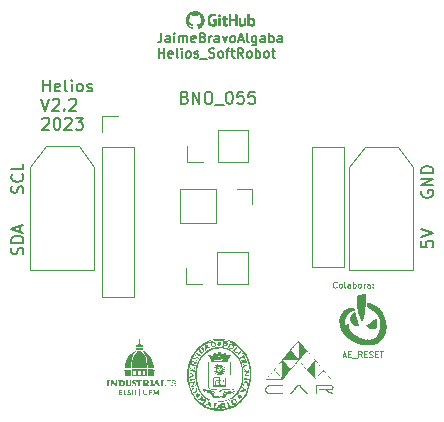
<source format=gbr>
%TF.GenerationSoftware,KiCad,Pcbnew,(7.0.0)*%
%TF.CreationDate,2023-11-20T17:09:25+01:00*%
%TF.ProjectId,Helios_PCB_female,48656c69-6f73-45f5-9043-425f66656d61,rev?*%
%TF.SameCoordinates,Original*%
%TF.FileFunction,Legend,Top*%
%TF.FilePolarity,Positive*%
%FSLAX46Y46*%
G04 Gerber Fmt 4.6, Leading zero omitted, Abs format (unit mm)*
G04 Created by KiCad (PCBNEW (7.0.0)) date 2023-11-20 17:09:25*
%MOMM*%
%LPD*%
G01*
G04 APERTURE LIST*
%ADD10C,0.150000*%
%ADD11C,0.100000*%
%ADD12C,0.120000*%
G04 APERTURE END LIST*
D10*
X101862285Y-80615571D02*
X102005142Y-80663190D01*
X102005142Y-80663190D02*
X102052761Y-80710809D01*
X102052761Y-80710809D02*
X102100380Y-80806047D01*
X102100380Y-80806047D02*
X102100380Y-80948904D01*
X102100380Y-80948904D02*
X102052761Y-81044142D01*
X102052761Y-81044142D02*
X102005142Y-81091761D01*
X102005142Y-81091761D02*
X101909904Y-81139380D01*
X101909904Y-81139380D02*
X101528952Y-81139380D01*
X101528952Y-81139380D02*
X101528952Y-80139380D01*
X101528952Y-80139380D02*
X101862285Y-80139380D01*
X101862285Y-80139380D02*
X101957523Y-80187000D01*
X101957523Y-80187000D02*
X102005142Y-80234619D01*
X102005142Y-80234619D02*
X102052761Y-80329857D01*
X102052761Y-80329857D02*
X102052761Y-80425095D01*
X102052761Y-80425095D02*
X102005142Y-80520333D01*
X102005142Y-80520333D02*
X101957523Y-80567952D01*
X101957523Y-80567952D02*
X101862285Y-80615571D01*
X101862285Y-80615571D02*
X101528952Y-80615571D01*
X102528952Y-81139380D02*
X102528952Y-80139380D01*
X102528952Y-80139380D02*
X103100380Y-81139380D01*
X103100380Y-81139380D02*
X103100380Y-80139380D01*
X103767047Y-80139380D02*
X103957523Y-80139380D01*
X103957523Y-80139380D02*
X104052761Y-80187000D01*
X104052761Y-80187000D02*
X104147999Y-80282238D01*
X104147999Y-80282238D02*
X104195618Y-80472714D01*
X104195618Y-80472714D02*
X104195618Y-80806047D01*
X104195618Y-80806047D02*
X104147999Y-80996523D01*
X104147999Y-80996523D02*
X104052761Y-81091761D01*
X104052761Y-81091761D02*
X103957523Y-81139380D01*
X103957523Y-81139380D02*
X103767047Y-81139380D01*
X103767047Y-81139380D02*
X103671809Y-81091761D01*
X103671809Y-81091761D02*
X103576571Y-80996523D01*
X103576571Y-80996523D02*
X103528952Y-80806047D01*
X103528952Y-80806047D02*
X103528952Y-80472714D01*
X103528952Y-80472714D02*
X103576571Y-80282238D01*
X103576571Y-80282238D02*
X103671809Y-80187000D01*
X103671809Y-80187000D02*
X103767047Y-80139380D01*
X104386095Y-81234619D02*
X105147999Y-81234619D01*
X105576571Y-80139380D02*
X105671809Y-80139380D01*
X105671809Y-80139380D02*
X105767047Y-80187000D01*
X105767047Y-80187000D02*
X105814666Y-80234619D01*
X105814666Y-80234619D02*
X105862285Y-80329857D01*
X105862285Y-80329857D02*
X105909904Y-80520333D01*
X105909904Y-80520333D02*
X105909904Y-80758428D01*
X105909904Y-80758428D02*
X105862285Y-80948904D01*
X105862285Y-80948904D02*
X105814666Y-81044142D01*
X105814666Y-81044142D02*
X105767047Y-81091761D01*
X105767047Y-81091761D02*
X105671809Y-81139380D01*
X105671809Y-81139380D02*
X105576571Y-81139380D01*
X105576571Y-81139380D02*
X105481333Y-81091761D01*
X105481333Y-81091761D02*
X105433714Y-81044142D01*
X105433714Y-81044142D02*
X105386095Y-80948904D01*
X105386095Y-80948904D02*
X105338476Y-80758428D01*
X105338476Y-80758428D02*
X105338476Y-80520333D01*
X105338476Y-80520333D02*
X105386095Y-80329857D01*
X105386095Y-80329857D02*
X105433714Y-80234619D01*
X105433714Y-80234619D02*
X105481333Y-80187000D01*
X105481333Y-80187000D02*
X105576571Y-80139380D01*
X106814666Y-80139380D02*
X106338476Y-80139380D01*
X106338476Y-80139380D02*
X106290857Y-80615571D01*
X106290857Y-80615571D02*
X106338476Y-80567952D01*
X106338476Y-80567952D02*
X106433714Y-80520333D01*
X106433714Y-80520333D02*
X106671809Y-80520333D01*
X106671809Y-80520333D02*
X106767047Y-80567952D01*
X106767047Y-80567952D02*
X106814666Y-80615571D01*
X106814666Y-80615571D02*
X106862285Y-80710809D01*
X106862285Y-80710809D02*
X106862285Y-80948904D01*
X106862285Y-80948904D02*
X106814666Y-81044142D01*
X106814666Y-81044142D02*
X106767047Y-81091761D01*
X106767047Y-81091761D02*
X106671809Y-81139380D01*
X106671809Y-81139380D02*
X106433714Y-81139380D01*
X106433714Y-81139380D02*
X106338476Y-81091761D01*
X106338476Y-81091761D02*
X106290857Y-81044142D01*
X107767047Y-80139380D02*
X107290857Y-80139380D01*
X107290857Y-80139380D02*
X107243238Y-80615571D01*
X107243238Y-80615571D02*
X107290857Y-80567952D01*
X107290857Y-80567952D02*
X107386095Y-80520333D01*
X107386095Y-80520333D02*
X107624190Y-80520333D01*
X107624190Y-80520333D02*
X107719428Y-80567952D01*
X107719428Y-80567952D02*
X107767047Y-80615571D01*
X107767047Y-80615571D02*
X107814666Y-80710809D01*
X107814666Y-80710809D02*
X107814666Y-80948904D01*
X107814666Y-80948904D02*
X107767047Y-81044142D01*
X107767047Y-81044142D02*
X107719428Y-81091761D01*
X107719428Y-81091761D02*
X107624190Y-81139380D01*
X107624190Y-81139380D02*
X107386095Y-81139380D01*
X107386095Y-81139380D02*
X107290857Y-81091761D01*
X107290857Y-81091761D02*
X107243238Y-81044142D01*
X121882380Y-92785714D02*
X121882380Y-93261904D01*
X121882380Y-93261904D02*
X122358571Y-93309523D01*
X122358571Y-93309523D02*
X122310952Y-93261904D01*
X122310952Y-93261904D02*
X122263333Y-93166666D01*
X122263333Y-93166666D02*
X122263333Y-92928571D01*
X122263333Y-92928571D02*
X122310952Y-92833333D01*
X122310952Y-92833333D02*
X122358571Y-92785714D01*
X122358571Y-92785714D02*
X122453809Y-92738095D01*
X122453809Y-92738095D02*
X122691904Y-92738095D01*
X122691904Y-92738095D02*
X122787142Y-92785714D01*
X122787142Y-92785714D02*
X122834761Y-92833333D01*
X122834761Y-92833333D02*
X122882380Y-92928571D01*
X122882380Y-92928571D02*
X122882380Y-93166666D01*
X122882380Y-93166666D02*
X122834761Y-93261904D01*
X122834761Y-93261904D02*
X122787142Y-93309523D01*
X121882380Y-92452380D02*
X122882380Y-92119047D01*
X122882380Y-92119047D02*
X121882380Y-91785714D01*
X121930000Y-88528571D02*
X121882380Y-88623809D01*
X121882380Y-88623809D02*
X121882380Y-88766666D01*
X121882380Y-88766666D02*
X121930000Y-88909523D01*
X121930000Y-88909523D02*
X122025238Y-89004761D01*
X122025238Y-89004761D02*
X122120476Y-89052380D01*
X122120476Y-89052380D02*
X122310952Y-89099999D01*
X122310952Y-89099999D02*
X122453809Y-89099999D01*
X122453809Y-89099999D02*
X122644285Y-89052380D01*
X122644285Y-89052380D02*
X122739523Y-89004761D01*
X122739523Y-89004761D02*
X122834761Y-88909523D01*
X122834761Y-88909523D02*
X122882380Y-88766666D01*
X122882380Y-88766666D02*
X122882380Y-88671428D01*
X122882380Y-88671428D02*
X122834761Y-88528571D01*
X122834761Y-88528571D02*
X122787142Y-88480952D01*
X122787142Y-88480952D02*
X122453809Y-88480952D01*
X122453809Y-88480952D02*
X122453809Y-88671428D01*
X122882380Y-88052380D02*
X121882380Y-88052380D01*
X121882380Y-88052380D02*
X122882380Y-87480952D01*
X122882380Y-87480952D02*
X121882380Y-87480952D01*
X122882380Y-87004761D02*
X121882380Y-87004761D01*
X121882380Y-87004761D02*
X121882380Y-86766666D01*
X121882380Y-86766666D02*
X121930000Y-86623809D01*
X121930000Y-86623809D02*
X122025238Y-86528571D01*
X122025238Y-86528571D02*
X122120476Y-86480952D01*
X122120476Y-86480952D02*
X122310952Y-86433333D01*
X122310952Y-86433333D02*
X122453809Y-86433333D01*
X122453809Y-86433333D02*
X122644285Y-86480952D01*
X122644285Y-86480952D02*
X122739523Y-86528571D01*
X122739523Y-86528571D02*
X122834761Y-86623809D01*
X122834761Y-86623809D02*
X122882380Y-86766666D01*
X122882380Y-86766666D02*
X122882380Y-87004761D01*
D11*
X115258838Y-102465933D02*
X115496933Y-102465933D01*
X115211219Y-102608790D02*
X115377885Y-102108790D01*
X115377885Y-102108790D02*
X115544552Y-102608790D01*
X115711218Y-102346885D02*
X115877885Y-102346885D01*
X115949313Y-102608790D02*
X115711218Y-102608790D01*
X115711218Y-102608790D02*
X115711218Y-102108790D01*
X115711218Y-102108790D02*
X115949313Y-102108790D01*
X116044552Y-102656409D02*
X116425504Y-102656409D01*
X116830265Y-102608790D02*
X116663599Y-102370695D01*
X116544551Y-102608790D02*
X116544551Y-102108790D01*
X116544551Y-102108790D02*
X116735027Y-102108790D01*
X116735027Y-102108790D02*
X116782646Y-102132600D01*
X116782646Y-102132600D02*
X116806456Y-102156409D01*
X116806456Y-102156409D02*
X116830265Y-102204028D01*
X116830265Y-102204028D02*
X116830265Y-102275457D01*
X116830265Y-102275457D02*
X116806456Y-102323076D01*
X116806456Y-102323076D02*
X116782646Y-102346885D01*
X116782646Y-102346885D02*
X116735027Y-102370695D01*
X116735027Y-102370695D02*
X116544551Y-102370695D01*
X117044551Y-102346885D02*
X117211218Y-102346885D01*
X117282646Y-102608790D02*
X117044551Y-102608790D01*
X117044551Y-102608790D02*
X117044551Y-102108790D01*
X117044551Y-102108790D02*
X117282646Y-102108790D01*
X117473123Y-102584980D02*
X117544551Y-102608790D01*
X117544551Y-102608790D02*
X117663599Y-102608790D01*
X117663599Y-102608790D02*
X117711218Y-102584980D01*
X117711218Y-102584980D02*
X117735027Y-102561171D01*
X117735027Y-102561171D02*
X117758837Y-102513552D01*
X117758837Y-102513552D02*
X117758837Y-102465933D01*
X117758837Y-102465933D02*
X117735027Y-102418314D01*
X117735027Y-102418314D02*
X117711218Y-102394504D01*
X117711218Y-102394504D02*
X117663599Y-102370695D01*
X117663599Y-102370695D02*
X117568361Y-102346885D01*
X117568361Y-102346885D02*
X117520742Y-102323076D01*
X117520742Y-102323076D02*
X117496932Y-102299266D01*
X117496932Y-102299266D02*
X117473123Y-102251647D01*
X117473123Y-102251647D02*
X117473123Y-102204028D01*
X117473123Y-102204028D02*
X117496932Y-102156409D01*
X117496932Y-102156409D02*
X117520742Y-102132600D01*
X117520742Y-102132600D02*
X117568361Y-102108790D01*
X117568361Y-102108790D02*
X117687408Y-102108790D01*
X117687408Y-102108790D02*
X117758837Y-102132600D01*
X117973122Y-102346885D02*
X118139789Y-102346885D01*
X118211217Y-102608790D02*
X117973122Y-102608790D01*
X117973122Y-102608790D02*
X117973122Y-102108790D01*
X117973122Y-102108790D02*
X118211217Y-102108790D01*
X118354075Y-102108790D02*
X118639789Y-102108790D01*
X118496932Y-102608790D02*
X118496932Y-102108790D01*
D10*
X88134761Y-93909523D02*
X88182380Y-93766666D01*
X88182380Y-93766666D02*
X88182380Y-93528571D01*
X88182380Y-93528571D02*
X88134761Y-93433333D01*
X88134761Y-93433333D02*
X88087142Y-93385714D01*
X88087142Y-93385714D02*
X87991904Y-93338095D01*
X87991904Y-93338095D02*
X87896666Y-93338095D01*
X87896666Y-93338095D02*
X87801428Y-93385714D01*
X87801428Y-93385714D02*
X87753809Y-93433333D01*
X87753809Y-93433333D02*
X87706190Y-93528571D01*
X87706190Y-93528571D02*
X87658571Y-93719047D01*
X87658571Y-93719047D02*
X87610952Y-93814285D01*
X87610952Y-93814285D02*
X87563333Y-93861904D01*
X87563333Y-93861904D02*
X87468095Y-93909523D01*
X87468095Y-93909523D02*
X87372857Y-93909523D01*
X87372857Y-93909523D02*
X87277619Y-93861904D01*
X87277619Y-93861904D02*
X87230000Y-93814285D01*
X87230000Y-93814285D02*
X87182380Y-93719047D01*
X87182380Y-93719047D02*
X87182380Y-93480952D01*
X87182380Y-93480952D02*
X87230000Y-93338095D01*
X88182380Y-92909523D02*
X87182380Y-92909523D01*
X87182380Y-92909523D02*
X87182380Y-92671428D01*
X87182380Y-92671428D02*
X87230000Y-92528571D01*
X87230000Y-92528571D02*
X87325238Y-92433333D01*
X87325238Y-92433333D02*
X87420476Y-92385714D01*
X87420476Y-92385714D02*
X87610952Y-92338095D01*
X87610952Y-92338095D02*
X87753809Y-92338095D01*
X87753809Y-92338095D02*
X87944285Y-92385714D01*
X87944285Y-92385714D02*
X88039523Y-92433333D01*
X88039523Y-92433333D02*
X88134761Y-92528571D01*
X88134761Y-92528571D02*
X88182380Y-92671428D01*
X88182380Y-92671428D02*
X88182380Y-92909523D01*
X87896666Y-91957142D02*
X87896666Y-91480952D01*
X88182380Y-92052380D02*
X87182380Y-91719047D01*
X87182380Y-91719047D02*
X88182380Y-91385714D01*
X88134761Y-88699999D02*
X88182380Y-88557142D01*
X88182380Y-88557142D02*
X88182380Y-88319047D01*
X88182380Y-88319047D02*
X88134761Y-88223809D01*
X88134761Y-88223809D02*
X88087142Y-88176190D01*
X88087142Y-88176190D02*
X87991904Y-88128571D01*
X87991904Y-88128571D02*
X87896666Y-88128571D01*
X87896666Y-88128571D02*
X87801428Y-88176190D01*
X87801428Y-88176190D02*
X87753809Y-88223809D01*
X87753809Y-88223809D02*
X87706190Y-88319047D01*
X87706190Y-88319047D02*
X87658571Y-88509523D01*
X87658571Y-88509523D02*
X87610952Y-88604761D01*
X87610952Y-88604761D02*
X87563333Y-88652380D01*
X87563333Y-88652380D02*
X87468095Y-88699999D01*
X87468095Y-88699999D02*
X87372857Y-88699999D01*
X87372857Y-88699999D02*
X87277619Y-88652380D01*
X87277619Y-88652380D02*
X87230000Y-88604761D01*
X87230000Y-88604761D02*
X87182380Y-88509523D01*
X87182380Y-88509523D02*
X87182380Y-88271428D01*
X87182380Y-88271428D02*
X87230000Y-88128571D01*
X88087142Y-87128571D02*
X88134761Y-87176190D01*
X88134761Y-87176190D02*
X88182380Y-87319047D01*
X88182380Y-87319047D02*
X88182380Y-87414285D01*
X88182380Y-87414285D02*
X88134761Y-87557142D01*
X88134761Y-87557142D02*
X88039523Y-87652380D01*
X88039523Y-87652380D02*
X87944285Y-87699999D01*
X87944285Y-87699999D02*
X87753809Y-87747618D01*
X87753809Y-87747618D02*
X87610952Y-87747618D01*
X87610952Y-87747618D02*
X87420476Y-87699999D01*
X87420476Y-87699999D02*
X87325238Y-87652380D01*
X87325238Y-87652380D02*
X87230000Y-87557142D01*
X87230000Y-87557142D02*
X87182380Y-87414285D01*
X87182380Y-87414285D02*
X87182380Y-87319047D01*
X87182380Y-87319047D02*
X87230000Y-87176190D01*
X87230000Y-87176190D02*
X87277619Y-87128571D01*
X88182380Y-86223809D02*
X88182380Y-86699999D01*
X88182380Y-86699999D02*
X87182380Y-86699999D01*
D11*
X114704761Y-96668371D02*
X114680952Y-96692180D01*
X114680952Y-96692180D02*
X114609523Y-96715990D01*
X114609523Y-96715990D02*
X114561904Y-96715990D01*
X114561904Y-96715990D02*
X114490476Y-96692180D01*
X114490476Y-96692180D02*
X114442857Y-96644561D01*
X114442857Y-96644561D02*
X114419047Y-96596942D01*
X114419047Y-96596942D02*
X114395238Y-96501704D01*
X114395238Y-96501704D02*
X114395238Y-96430276D01*
X114395238Y-96430276D02*
X114419047Y-96335038D01*
X114419047Y-96335038D02*
X114442857Y-96287419D01*
X114442857Y-96287419D02*
X114490476Y-96239800D01*
X114490476Y-96239800D02*
X114561904Y-96215990D01*
X114561904Y-96215990D02*
X114609523Y-96215990D01*
X114609523Y-96215990D02*
X114680952Y-96239800D01*
X114680952Y-96239800D02*
X114704761Y-96263609D01*
X114990476Y-96715990D02*
X114942857Y-96692180D01*
X114942857Y-96692180D02*
X114919047Y-96668371D01*
X114919047Y-96668371D02*
X114895238Y-96620752D01*
X114895238Y-96620752D02*
X114895238Y-96477895D01*
X114895238Y-96477895D02*
X114919047Y-96430276D01*
X114919047Y-96430276D02*
X114942857Y-96406466D01*
X114942857Y-96406466D02*
X114990476Y-96382657D01*
X114990476Y-96382657D02*
X115061904Y-96382657D01*
X115061904Y-96382657D02*
X115109523Y-96406466D01*
X115109523Y-96406466D02*
X115133333Y-96430276D01*
X115133333Y-96430276D02*
X115157142Y-96477895D01*
X115157142Y-96477895D02*
X115157142Y-96620752D01*
X115157142Y-96620752D02*
X115133333Y-96668371D01*
X115133333Y-96668371D02*
X115109523Y-96692180D01*
X115109523Y-96692180D02*
X115061904Y-96715990D01*
X115061904Y-96715990D02*
X114990476Y-96715990D01*
X115442857Y-96715990D02*
X115395238Y-96692180D01*
X115395238Y-96692180D02*
X115371428Y-96644561D01*
X115371428Y-96644561D02*
X115371428Y-96215990D01*
X115847619Y-96715990D02*
X115847619Y-96454085D01*
X115847619Y-96454085D02*
X115823809Y-96406466D01*
X115823809Y-96406466D02*
X115776190Y-96382657D01*
X115776190Y-96382657D02*
X115680952Y-96382657D01*
X115680952Y-96382657D02*
X115633333Y-96406466D01*
X115847619Y-96692180D02*
X115800000Y-96715990D01*
X115800000Y-96715990D02*
X115680952Y-96715990D01*
X115680952Y-96715990D02*
X115633333Y-96692180D01*
X115633333Y-96692180D02*
X115609524Y-96644561D01*
X115609524Y-96644561D02*
X115609524Y-96596942D01*
X115609524Y-96596942D02*
X115633333Y-96549323D01*
X115633333Y-96549323D02*
X115680952Y-96525514D01*
X115680952Y-96525514D02*
X115800000Y-96525514D01*
X115800000Y-96525514D02*
X115847619Y-96501704D01*
X116085714Y-96715990D02*
X116085714Y-96215990D01*
X116085714Y-96406466D02*
X116133333Y-96382657D01*
X116133333Y-96382657D02*
X116228571Y-96382657D01*
X116228571Y-96382657D02*
X116276190Y-96406466D01*
X116276190Y-96406466D02*
X116300000Y-96430276D01*
X116300000Y-96430276D02*
X116323809Y-96477895D01*
X116323809Y-96477895D02*
X116323809Y-96620752D01*
X116323809Y-96620752D02*
X116300000Y-96668371D01*
X116300000Y-96668371D02*
X116276190Y-96692180D01*
X116276190Y-96692180D02*
X116228571Y-96715990D01*
X116228571Y-96715990D02*
X116133333Y-96715990D01*
X116133333Y-96715990D02*
X116085714Y-96692180D01*
X116609524Y-96715990D02*
X116561905Y-96692180D01*
X116561905Y-96692180D02*
X116538095Y-96668371D01*
X116538095Y-96668371D02*
X116514286Y-96620752D01*
X116514286Y-96620752D02*
X116514286Y-96477895D01*
X116514286Y-96477895D02*
X116538095Y-96430276D01*
X116538095Y-96430276D02*
X116561905Y-96406466D01*
X116561905Y-96406466D02*
X116609524Y-96382657D01*
X116609524Y-96382657D02*
X116680952Y-96382657D01*
X116680952Y-96382657D02*
X116728571Y-96406466D01*
X116728571Y-96406466D02*
X116752381Y-96430276D01*
X116752381Y-96430276D02*
X116776190Y-96477895D01*
X116776190Y-96477895D02*
X116776190Y-96620752D01*
X116776190Y-96620752D02*
X116752381Y-96668371D01*
X116752381Y-96668371D02*
X116728571Y-96692180D01*
X116728571Y-96692180D02*
X116680952Y-96715990D01*
X116680952Y-96715990D02*
X116609524Y-96715990D01*
X116990476Y-96715990D02*
X116990476Y-96382657D01*
X116990476Y-96477895D02*
X117014286Y-96430276D01*
X117014286Y-96430276D02*
X117038095Y-96406466D01*
X117038095Y-96406466D02*
X117085714Y-96382657D01*
X117085714Y-96382657D02*
X117133333Y-96382657D01*
X117514286Y-96715990D02*
X117514286Y-96454085D01*
X117514286Y-96454085D02*
X117490476Y-96406466D01*
X117490476Y-96406466D02*
X117442857Y-96382657D01*
X117442857Y-96382657D02*
X117347619Y-96382657D01*
X117347619Y-96382657D02*
X117300000Y-96406466D01*
X117514286Y-96692180D02*
X117466667Y-96715990D01*
X117466667Y-96715990D02*
X117347619Y-96715990D01*
X117347619Y-96715990D02*
X117300000Y-96692180D01*
X117300000Y-96692180D02*
X117276191Y-96644561D01*
X117276191Y-96644561D02*
X117276191Y-96596942D01*
X117276191Y-96596942D02*
X117300000Y-96549323D01*
X117300000Y-96549323D02*
X117347619Y-96525514D01*
X117347619Y-96525514D02*
X117466667Y-96525514D01*
X117466667Y-96525514D02*
X117514286Y-96501704D01*
X117752381Y-96668371D02*
X117776191Y-96692180D01*
X117776191Y-96692180D02*
X117752381Y-96715990D01*
X117752381Y-96715990D02*
X117728572Y-96692180D01*
X117728572Y-96692180D02*
X117752381Y-96668371D01*
X117752381Y-96668371D02*
X117752381Y-96715990D01*
X117752381Y-96406466D02*
X117776191Y-96430276D01*
X117776191Y-96430276D02*
X117752381Y-96454085D01*
X117752381Y-96454085D02*
X117728572Y-96430276D01*
X117728572Y-96430276D02*
X117752381Y-96406466D01*
X117752381Y-96406466D02*
X117752381Y-96454085D01*
D10*
X99874995Y-75147504D02*
X99874995Y-75718933D01*
X99874995Y-75718933D02*
X99836900Y-75833219D01*
X99836900Y-75833219D02*
X99760709Y-75909409D01*
X99760709Y-75909409D02*
X99646424Y-75947504D01*
X99646424Y-75947504D02*
X99570233Y-75947504D01*
X100598805Y-75947504D02*
X100598805Y-75528457D01*
X100598805Y-75528457D02*
X100560710Y-75452266D01*
X100560710Y-75452266D02*
X100484519Y-75414171D01*
X100484519Y-75414171D02*
X100332138Y-75414171D01*
X100332138Y-75414171D02*
X100255948Y-75452266D01*
X100598805Y-75909409D02*
X100522614Y-75947504D01*
X100522614Y-75947504D02*
X100332138Y-75947504D01*
X100332138Y-75947504D02*
X100255948Y-75909409D01*
X100255948Y-75909409D02*
X100217852Y-75833219D01*
X100217852Y-75833219D02*
X100217852Y-75757028D01*
X100217852Y-75757028D02*
X100255948Y-75680838D01*
X100255948Y-75680838D02*
X100332138Y-75642742D01*
X100332138Y-75642742D02*
X100522614Y-75642742D01*
X100522614Y-75642742D02*
X100598805Y-75604647D01*
X100979758Y-75947504D02*
X100979758Y-75414171D01*
X100979758Y-75147504D02*
X100941662Y-75185600D01*
X100941662Y-75185600D02*
X100979758Y-75223695D01*
X100979758Y-75223695D02*
X101017853Y-75185600D01*
X101017853Y-75185600D02*
X100979758Y-75147504D01*
X100979758Y-75147504D02*
X100979758Y-75223695D01*
X101360710Y-75947504D02*
X101360710Y-75414171D01*
X101360710Y-75490361D02*
X101398805Y-75452266D01*
X101398805Y-75452266D02*
X101474995Y-75414171D01*
X101474995Y-75414171D02*
X101589281Y-75414171D01*
X101589281Y-75414171D02*
X101665472Y-75452266D01*
X101665472Y-75452266D02*
X101703567Y-75528457D01*
X101703567Y-75528457D02*
X101703567Y-75947504D01*
X101703567Y-75528457D02*
X101741662Y-75452266D01*
X101741662Y-75452266D02*
X101817853Y-75414171D01*
X101817853Y-75414171D02*
X101932138Y-75414171D01*
X101932138Y-75414171D02*
X102008329Y-75452266D01*
X102008329Y-75452266D02*
X102046424Y-75528457D01*
X102046424Y-75528457D02*
X102046424Y-75947504D01*
X102732139Y-75909409D02*
X102655948Y-75947504D01*
X102655948Y-75947504D02*
X102503567Y-75947504D01*
X102503567Y-75947504D02*
X102427377Y-75909409D01*
X102427377Y-75909409D02*
X102389281Y-75833219D01*
X102389281Y-75833219D02*
X102389281Y-75528457D01*
X102389281Y-75528457D02*
X102427377Y-75452266D01*
X102427377Y-75452266D02*
X102503567Y-75414171D01*
X102503567Y-75414171D02*
X102655948Y-75414171D01*
X102655948Y-75414171D02*
X102732139Y-75452266D01*
X102732139Y-75452266D02*
X102770234Y-75528457D01*
X102770234Y-75528457D02*
X102770234Y-75604647D01*
X102770234Y-75604647D02*
X102389281Y-75680838D01*
X103379757Y-75528457D02*
X103494043Y-75566552D01*
X103494043Y-75566552D02*
X103532138Y-75604647D01*
X103532138Y-75604647D02*
X103570234Y-75680838D01*
X103570234Y-75680838D02*
X103570234Y-75795123D01*
X103570234Y-75795123D02*
X103532138Y-75871314D01*
X103532138Y-75871314D02*
X103494043Y-75909409D01*
X103494043Y-75909409D02*
X103417853Y-75947504D01*
X103417853Y-75947504D02*
X103113091Y-75947504D01*
X103113091Y-75947504D02*
X103113091Y-75147504D01*
X103113091Y-75147504D02*
X103379757Y-75147504D01*
X103379757Y-75147504D02*
X103455948Y-75185600D01*
X103455948Y-75185600D02*
X103494043Y-75223695D01*
X103494043Y-75223695D02*
X103532138Y-75299885D01*
X103532138Y-75299885D02*
X103532138Y-75376076D01*
X103532138Y-75376076D02*
X103494043Y-75452266D01*
X103494043Y-75452266D02*
X103455948Y-75490361D01*
X103455948Y-75490361D02*
X103379757Y-75528457D01*
X103379757Y-75528457D02*
X103113091Y-75528457D01*
X103913091Y-75947504D02*
X103913091Y-75414171D01*
X103913091Y-75566552D02*
X103951186Y-75490361D01*
X103951186Y-75490361D02*
X103989281Y-75452266D01*
X103989281Y-75452266D02*
X104065472Y-75414171D01*
X104065472Y-75414171D02*
X104141662Y-75414171D01*
X104751186Y-75947504D02*
X104751186Y-75528457D01*
X104751186Y-75528457D02*
X104713091Y-75452266D01*
X104713091Y-75452266D02*
X104636900Y-75414171D01*
X104636900Y-75414171D02*
X104484519Y-75414171D01*
X104484519Y-75414171D02*
X104408329Y-75452266D01*
X104751186Y-75909409D02*
X104674995Y-75947504D01*
X104674995Y-75947504D02*
X104484519Y-75947504D01*
X104484519Y-75947504D02*
X104408329Y-75909409D01*
X104408329Y-75909409D02*
X104370233Y-75833219D01*
X104370233Y-75833219D02*
X104370233Y-75757028D01*
X104370233Y-75757028D02*
X104408329Y-75680838D01*
X104408329Y-75680838D02*
X104484519Y-75642742D01*
X104484519Y-75642742D02*
X104674995Y-75642742D01*
X104674995Y-75642742D02*
X104751186Y-75604647D01*
X105055948Y-75414171D02*
X105246424Y-75947504D01*
X105246424Y-75947504D02*
X105436901Y-75414171D01*
X105855948Y-75947504D02*
X105779758Y-75909409D01*
X105779758Y-75909409D02*
X105741663Y-75871314D01*
X105741663Y-75871314D02*
X105703567Y-75795123D01*
X105703567Y-75795123D02*
X105703567Y-75566552D01*
X105703567Y-75566552D02*
X105741663Y-75490361D01*
X105741663Y-75490361D02*
X105779758Y-75452266D01*
X105779758Y-75452266D02*
X105855948Y-75414171D01*
X105855948Y-75414171D02*
X105970234Y-75414171D01*
X105970234Y-75414171D02*
X106046425Y-75452266D01*
X106046425Y-75452266D02*
X106084520Y-75490361D01*
X106084520Y-75490361D02*
X106122615Y-75566552D01*
X106122615Y-75566552D02*
X106122615Y-75795123D01*
X106122615Y-75795123D02*
X106084520Y-75871314D01*
X106084520Y-75871314D02*
X106046425Y-75909409D01*
X106046425Y-75909409D02*
X105970234Y-75947504D01*
X105970234Y-75947504D02*
X105855948Y-75947504D01*
X106427377Y-75718933D02*
X106808330Y-75718933D01*
X106351187Y-75947504D02*
X106617854Y-75147504D01*
X106617854Y-75147504D02*
X106884520Y-75947504D01*
X107265472Y-75947504D02*
X107189282Y-75909409D01*
X107189282Y-75909409D02*
X107151187Y-75833219D01*
X107151187Y-75833219D02*
X107151187Y-75147504D01*
X107913092Y-75414171D02*
X107913092Y-76061790D01*
X107913092Y-76061790D02*
X107874997Y-76137980D01*
X107874997Y-76137980D02*
X107836901Y-76176076D01*
X107836901Y-76176076D02*
X107760711Y-76214171D01*
X107760711Y-76214171D02*
X107646425Y-76214171D01*
X107646425Y-76214171D02*
X107570235Y-76176076D01*
X107913092Y-75909409D02*
X107836901Y-75947504D01*
X107836901Y-75947504D02*
X107684520Y-75947504D01*
X107684520Y-75947504D02*
X107608330Y-75909409D01*
X107608330Y-75909409D02*
X107570235Y-75871314D01*
X107570235Y-75871314D02*
X107532139Y-75795123D01*
X107532139Y-75795123D02*
X107532139Y-75566552D01*
X107532139Y-75566552D02*
X107570235Y-75490361D01*
X107570235Y-75490361D02*
X107608330Y-75452266D01*
X107608330Y-75452266D02*
X107684520Y-75414171D01*
X107684520Y-75414171D02*
X107836901Y-75414171D01*
X107836901Y-75414171D02*
X107913092Y-75452266D01*
X108636902Y-75947504D02*
X108636902Y-75528457D01*
X108636902Y-75528457D02*
X108598807Y-75452266D01*
X108598807Y-75452266D02*
X108522616Y-75414171D01*
X108522616Y-75414171D02*
X108370235Y-75414171D01*
X108370235Y-75414171D02*
X108294045Y-75452266D01*
X108636902Y-75909409D02*
X108560711Y-75947504D01*
X108560711Y-75947504D02*
X108370235Y-75947504D01*
X108370235Y-75947504D02*
X108294045Y-75909409D01*
X108294045Y-75909409D02*
X108255949Y-75833219D01*
X108255949Y-75833219D02*
X108255949Y-75757028D01*
X108255949Y-75757028D02*
X108294045Y-75680838D01*
X108294045Y-75680838D02*
X108370235Y-75642742D01*
X108370235Y-75642742D02*
X108560711Y-75642742D01*
X108560711Y-75642742D02*
X108636902Y-75604647D01*
X109017855Y-75947504D02*
X109017855Y-75147504D01*
X109017855Y-75452266D02*
X109094045Y-75414171D01*
X109094045Y-75414171D02*
X109246426Y-75414171D01*
X109246426Y-75414171D02*
X109322617Y-75452266D01*
X109322617Y-75452266D02*
X109360712Y-75490361D01*
X109360712Y-75490361D02*
X109398807Y-75566552D01*
X109398807Y-75566552D02*
X109398807Y-75795123D01*
X109398807Y-75795123D02*
X109360712Y-75871314D01*
X109360712Y-75871314D02*
X109322617Y-75909409D01*
X109322617Y-75909409D02*
X109246426Y-75947504D01*
X109246426Y-75947504D02*
X109094045Y-75947504D01*
X109094045Y-75947504D02*
X109017855Y-75909409D01*
X110084522Y-75947504D02*
X110084522Y-75528457D01*
X110084522Y-75528457D02*
X110046427Y-75452266D01*
X110046427Y-75452266D02*
X109970236Y-75414171D01*
X109970236Y-75414171D02*
X109817855Y-75414171D01*
X109817855Y-75414171D02*
X109741665Y-75452266D01*
X110084522Y-75909409D02*
X110008331Y-75947504D01*
X110008331Y-75947504D02*
X109817855Y-75947504D01*
X109817855Y-75947504D02*
X109741665Y-75909409D01*
X109741665Y-75909409D02*
X109703569Y-75833219D01*
X109703569Y-75833219D02*
X109703569Y-75757028D01*
X109703569Y-75757028D02*
X109741665Y-75680838D01*
X109741665Y-75680838D02*
X109817855Y-75642742D01*
X109817855Y-75642742D02*
X110008331Y-75642742D01*
X110008331Y-75642742D02*
X110084522Y-75604647D01*
X99646424Y-77243504D02*
X99646424Y-76443504D01*
X99646424Y-76824457D02*
X100103567Y-76824457D01*
X100103567Y-77243504D02*
X100103567Y-76443504D01*
X100789281Y-77205409D02*
X100713090Y-77243504D01*
X100713090Y-77243504D02*
X100560709Y-77243504D01*
X100560709Y-77243504D02*
X100484519Y-77205409D01*
X100484519Y-77205409D02*
X100446423Y-77129219D01*
X100446423Y-77129219D02*
X100446423Y-76824457D01*
X100446423Y-76824457D02*
X100484519Y-76748266D01*
X100484519Y-76748266D02*
X100560709Y-76710171D01*
X100560709Y-76710171D02*
X100713090Y-76710171D01*
X100713090Y-76710171D02*
X100789281Y-76748266D01*
X100789281Y-76748266D02*
X100827376Y-76824457D01*
X100827376Y-76824457D02*
X100827376Y-76900647D01*
X100827376Y-76900647D02*
X100446423Y-76976838D01*
X101284518Y-77243504D02*
X101208328Y-77205409D01*
X101208328Y-77205409D02*
X101170233Y-77129219D01*
X101170233Y-77129219D02*
X101170233Y-76443504D01*
X101589281Y-77243504D02*
X101589281Y-76710171D01*
X101589281Y-76443504D02*
X101551185Y-76481600D01*
X101551185Y-76481600D02*
X101589281Y-76519695D01*
X101589281Y-76519695D02*
X101627376Y-76481600D01*
X101627376Y-76481600D02*
X101589281Y-76443504D01*
X101589281Y-76443504D02*
X101589281Y-76519695D01*
X102084518Y-77243504D02*
X102008328Y-77205409D01*
X102008328Y-77205409D02*
X101970233Y-77167314D01*
X101970233Y-77167314D02*
X101932137Y-77091123D01*
X101932137Y-77091123D02*
X101932137Y-76862552D01*
X101932137Y-76862552D02*
X101970233Y-76786361D01*
X101970233Y-76786361D02*
X102008328Y-76748266D01*
X102008328Y-76748266D02*
X102084518Y-76710171D01*
X102084518Y-76710171D02*
X102198804Y-76710171D01*
X102198804Y-76710171D02*
X102274995Y-76748266D01*
X102274995Y-76748266D02*
X102313090Y-76786361D01*
X102313090Y-76786361D02*
X102351185Y-76862552D01*
X102351185Y-76862552D02*
X102351185Y-77091123D01*
X102351185Y-77091123D02*
X102313090Y-77167314D01*
X102313090Y-77167314D02*
X102274995Y-77205409D01*
X102274995Y-77205409D02*
X102198804Y-77243504D01*
X102198804Y-77243504D02*
X102084518Y-77243504D01*
X102655947Y-77205409D02*
X102732138Y-77243504D01*
X102732138Y-77243504D02*
X102884519Y-77243504D01*
X102884519Y-77243504D02*
X102960709Y-77205409D01*
X102960709Y-77205409D02*
X102998805Y-77129219D01*
X102998805Y-77129219D02*
X102998805Y-77091123D01*
X102998805Y-77091123D02*
X102960709Y-77014933D01*
X102960709Y-77014933D02*
X102884519Y-76976838D01*
X102884519Y-76976838D02*
X102770233Y-76976838D01*
X102770233Y-76976838D02*
X102694043Y-76938742D01*
X102694043Y-76938742D02*
X102655947Y-76862552D01*
X102655947Y-76862552D02*
X102655947Y-76824457D01*
X102655947Y-76824457D02*
X102694043Y-76748266D01*
X102694043Y-76748266D02*
X102770233Y-76710171D01*
X102770233Y-76710171D02*
X102884519Y-76710171D01*
X102884519Y-76710171D02*
X102960709Y-76748266D01*
X103151186Y-77319695D02*
X103760709Y-77319695D01*
X103913090Y-77205409D02*
X104027376Y-77243504D01*
X104027376Y-77243504D02*
X104217852Y-77243504D01*
X104217852Y-77243504D02*
X104294043Y-77205409D01*
X104294043Y-77205409D02*
X104332138Y-77167314D01*
X104332138Y-77167314D02*
X104370233Y-77091123D01*
X104370233Y-77091123D02*
X104370233Y-77014933D01*
X104370233Y-77014933D02*
X104332138Y-76938742D01*
X104332138Y-76938742D02*
X104294043Y-76900647D01*
X104294043Y-76900647D02*
X104217852Y-76862552D01*
X104217852Y-76862552D02*
X104065471Y-76824457D01*
X104065471Y-76824457D02*
X103989281Y-76786361D01*
X103989281Y-76786361D02*
X103951186Y-76748266D01*
X103951186Y-76748266D02*
X103913090Y-76672076D01*
X103913090Y-76672076D02*
X103913090Y-76595885D01*
X103913090Y-76595885D02*
X103951186Y-76519695D01*
X103951186Y-76519695D02*
X103989281Y-76481600D01*
X103989281Y-76481600D02*
X104065471Y-76443504D01*
X104065471Y-76443504D02*
X104255948Y-76443504D01*
X104255948Y-76443504D02*
X104370233Y-76481600D01*
X104827376Y-77243504D02*
X104751186Y-77205409D01*
X104751186Y-77205409D02*
X104713091Y-77167314D01*
X104713091Y-77167314D02*
X104674995Y-77091123D01*
X104674995Y-77091123D02*
X104674995Y-76862552D01*
X104674995Y-76862552D02*
X104713091Y-76786361D01*
X104713091Y-76786361D02*
X104751186Y-76748266D01*
X104751186Y-76748266D02*
X104827376Y-76710171D01*
X104827376Y-76710171D02*
X104941662Y-76710171D01*
X104941662Y-76710171D02*
X105017853Y-76748266D01*
X105017853Y-76748266D02*
X105055948Y-76786361D01*
X105055948Y-76786361D02*
X105094043Y-76862552D01*
X105094043Y-76862552D02*
X105094043Y-77091123D01*
X105094043Y-77091123D02*
X105055948Y-77167314D01*
X105055948Y-77167314D02*
X105017853Y-77205409D01*
X105017853Y-77205409D02*
X104941662Y-77243504D01*
X104941662Y-77243504D02*
X104827376Y-77243504D01*
X105322615Y-76710171D02*
X105627377Y-76710171D01*
X105436901Y-77243504D02*
X105436901Y-76557790D01*
X105436901Y-76557790D02*
X105474996Y-76481600D01*
X105474996Y-76481600D02*
X105551186Y-76443504D01*
X105551186Y-76443504D02*
X105627377Y-76443504D01*
X105779758Y-76710171D02*
X106084520Y-76710171D01*
X105894044Y-76443504D02*
X105894044Y-77129219D01*
X105894044Y-77129219D02*
X105932139Y-77205409D01*
X105932139Y-77205409D02*
X106008329Y-77243504D01*
X106008329Y-77243504D02*
X106084520Y-77243504D01*
X106808330Y-77243504D02*
X106541663Y-76862552D01*
X106351187Y-77243504D02*
X106351187Y-76443504D01*
X106351187Y-76443504D02*
X106655949Y-76443504D01*
X106655949Y-76443504D02*
X106732139Y-76481600D01*
X106732139Y-76481600D02*
X106770234Y-76519695D01*
X106770234Y-76519695D02*
X106808330Y-76595885D01*
X106808330Y-76595885D02*
X106808330Y-76710171D01*
X106808330Y-76710171D02*
X106770234Y-76786361D01*
X106770234Y-76786361D02*
X106732139Y-76824457D01*
X106732139Y-76824457D02*
X106655949Y-76862552D01*
X106655949Y-76862552D02*
X106351187Y-76862552D01*
X107265472Y-77243504D02*
X107189282Y-77205409D01*
X107189282Y-77205409D02*
X107151187Y-77167314D01*
X107151187Y-77167314D02*
X107113091Y-77091123D01*
X107113091Y-77091123D02*
X107113091Y-76862552D01*
X107113091Y-76862552D02*
X107151187Y-76786361D01*
X107151187Y-76786361D02*
X107189282Y-76748266D01*
X107189282Y-76748266D02*
X107265472Y-76710171D01*
X107265472Y-76710171D02*
X107379758Y-76710171D01*
X107379758Y-76710171D02*
X107455949Y-76748266D01*
X107455949Y-76748266D02*
X107494044Y-76786361D01*
X107494044Y-76786361D02*
X107532139Y-76862552D01*
X107532139Y-76862552D02*
X107532139Y-77091123D01*
X107532139Y-77091123D02*
X107494044Y-77167314D01*
X107494044Y-77167314D02*
X107455949Y-77205409D01*
X107455949Y-77205409D02*
X107379758Y-77243504D01*
X107379758Y-77243504D02*
X107265472Y-77243504D01*
X107874997Y-77243504D02*
X107874997Y-76443504D01*
X107874997Y-76748266D02*
X107951187Y-76710171D01*
X107951187Y-76710171D02*
X108103568Y-76710171D01*
X108103568Y-76710171D02*
X108179759Y-76748266D01*
X108179759Y-76748266D02*
X108217854Y-76786361D01*
X108217854Y-76786361D02*
X108255949Y-76862552D01*
X108255949Y-76862552D02*
X108255949Y-77091123D01*
X108255949Y-77091123D02*
X108217854Y-77167314D01*
X108217854Y-77167314D02*
X108179759Y-77205409D01*
X108179759Y-77205409D02*
X108103568Y-77243504D01*
X108103568Y-77243504D02*
X107951187Y-77243504D01*
X107951187Y-77243504D02*
X107874997Y-77205409D01*
X108713092Y-77243504D02*
X108636902Y-77205409D01*
X108636902Y-77205409D02*
X108598807Y-77167314D01*
X108598807Y-77167314D02*
X108560711Y-77091123D01*
X108560711Y-77091123D02*
X108560711Y-76862552D01*
X108560711Y-76862552D02*
X108598807Y-76786361D01*
X108598807Y-76786361D02*
X108636902Y-76748266D01*
X108636902Y-76748266D02*
X108713092Y-76710171D01*
X108713092Y-76710171D02*
X108827378Y-76710171D01*
X108827378Y-76710171D02*
X108903569Y-76748266D01*
X108903569Y-76748266D02*
X108941664Y-76786361D01*
X108941664Y-76786361D02*
X108979759Y-76862552D01*
X108979759Y-76862552D02*
X108979759Y-77091123D01*
X108979759Y-77091123D02*
X108941664Y-77167314D01*
X108941664Y-77167314D02*
X108903569Y-77205409D01*
X108903569Y-77205409D02*
X108827378Y-77243504D01*
X108827378Y-77243504D02*
X108713092Y-77243504D01*
X109208331Y-76710171D02*
X109513093Y-76710171D01*
X109322617Y-76443504D02*
X109322617Y-77129219D01*
X109322617Y-77129219D02*
X109360712Y-77205409D01*
X109360712Y-77205409D02*
X109436902Y-77243504D01*
X109436902Y-77243504D02*
X109513093Y-77243504D01*
X89849295Y-80108380D02*
X89849295Y-79108380D01*
X89849295Y-79584571D02*
X90420723Y-79584571D01*
X90420723Y-80108380D02*
X90420723Y-79108380D01*
X91277866Y-80060761D02*
X91182628Y-80108380D01*
X91182628Y-80108380D02*
X90992152Y-80108380D01*
X90992152Y-80108380D02*
X90896914Y-80060761D01*
X90896914Y-80060761D02*
X90849295Y-79965523D01*
X90849295Y-79965523D02*
X90849295Y-79584571D01*
X90849295Y-79584571D02*
X90896914Y-79489333D01*
X90896914Y-79489333D02*
X90992152Y-79441714D01*
X90992152Y-79441714D02*
X91182628Y-79441714D01*
X91182628Y-79441714D02*
X91277866Y-79489333D01*
X91277866Y-79489333D02*
X91325485Y-79584571D01*
X91325485Y-79584571D02*
X91325485Y-79679809D01*
X91325485Y-79679809D02*
X90849295Y-79775047D01*
X91896914Y-80108380D02*
X91801676Y-80060761D01*
X91801676Y-80060761D02*
X91754057Y-79965523D01*
X91754057Y-79965523D02*
X91754057Y-79108380D01*
X92277867Y-80108380D02*
X92277867Y-79441714D01*
X92277867Y-79108380D02*
X92230248Y-79156000D01*
X92230248Y-79156000D02*
X92277867Y-79203619D01*
X92277867Y-79203619D02*
X92325486Y-79156000D01*
X92325486Y-79156000D02*
X92277867Y-79108380D01*
X92277867Y-79108380D02*
X92277867Y-79203619D01*
X92896914Y-80108380D02*
X92801676Y-80060761D01*
X92801676Y-80060761D02*
X92754057Y-80013142D01*
X92754057Y-80013142D02*
X92706438Y-79917904D01*
X92706438Y-79917904D02*
X92706438Y-79632190D01*
X92706438Y-79632190D02*
X92754057Y-79536952D01*
X92754057Y-79536952D02*
X92801676Y-79489333D01*
X92801676Y-79489333D02*
X92896914Y-79441714D01*
X92896914Y-79441714D02*
X93039771Y-79441714D01*
X93039771Y-79441714D02*
X93135009Y-79489333D01*
X93135009Y-79489333D02*
X93182628Y-79536952D01*
X93182628Y-79536952D02*
X93230247Y-79632190D01*
X93230247Y-79632190D02*
X93230247Y-79917904D01*
X93230247Y-79917904D02*
X93182628Y-80013142D01*
X93182628Y-80013142D02*
X93135009Y-80060761D01*
X93135009Y-80060761D02*
X93039771Y-80108380D01*
X93039771Y-80108380D02*
X92896914Y-80108380D01*
X93611200Y-80060761D02*
X93706438Y-80108380D01*
X93706438Y-80108380D02*
X93896914Y-80108380D01*
X93896914Y-80108380D02*
X93992152Y-80060761D01*
X93992152Y-80060761D02*
X94039771Y-79965523D01*
X94039771Y-79965523D02*
X94039771Y-79917904D01*
X94039771Y-79917904D02*
X93992152Y-79822666D01*
X93992152Y-79822666D02*
X93896914Y-79775047D01*
X93896914Y-79775047D02*
X93754057Y-79775047D01*
X93754057Y-79775047D02*
X93658819Y-79727428D01*
X93658819Y-79727428D02*
X93611200Y-79632190D01*
X93611200Y-79632190D02*
X93611200Y-79584571D01*
X93611200Y-79584571D02*
X93658819Y-79489333D01*
X93658819Y-79489333D02*
X93754057Y-79441714D01*
X93754057Y-79441714D02*
X93896914Y-79441714D01*
X93896914Y-79441714D02*
X93992152Y-79489333D01*
X89706438Y-80728380D02*
X90039771Y-81728380D01*
X90039771Y-81728380D02*
X90373104Y-80728380D01*
X90658819Y-80823619D02*
X90706438Y-80776000D01*
X90706438Y-80776000D02*
X90801676Y-80728380D01*
X90801676Y-80728380D02*
X91039771Y-80728380D01*
X91039771Y-80728380D02*
X91135009Y-80776000D01*
X91135009Y-80776000D02*
X91182628Y-80823619D01*
X91182628Y-80823619D02*
X91230247Y-80918857D01*
X91230247Y-80918857D02*
X91230247Y-81014095D01*
X91230247Y-81014095D02*
X91182628Y-81156952D01*
X91182628Y-81156952D02*
X90611200Y-81728380D01*
X90611200Y-81728380D02*
X91230247Y-81728380D01*
X91658819Y-81633142D02*
X91706438Y-81680761D01*
X91706438Y-81680761D02*
X91658819Y-81728380D01*
X91658819Y-81728380D02*
X91611200Y-81680761D01*
X91611200Y-81680761D02*
X91658819Y-81633142D01*
X91658819Y-81633142D02*
X91658819Y-81728380D01*
X92087390Y-80823619D02*
X92135009Y-80776000D01*
X92135009Y-80776000D02*
X92230247Y-80728380D01*
X92230247Y-80728380D02*
X92468342Y-80728380D01*
X92468342Y-80728380D02*
X92563580Y-80776000D01*
X92563580Y-80776000D02*
X92611199Y-80823619D01*
X92611199Y-80823619D02*
X92658818Y-80918857D01*
X92658818Y-80918857D02*
X92658818Y-81014095D01*
X92658818Y-81014095D02*
X92611199Y-81156952D01*
X92611199Y-81156952D02*
X92039771Y-81728380D01*
X92039771Y-81728380D02*
X92658818Y-81728380D01*
X89801676Y-82443619D02*
X89849295Y-82396000D01*
X89849295Y-82396000D02*
X89944533Y-82348380D01*
X89944533Y-82348380D02*
X90182628Y-82348380D01*
X90182628Y-82348380D02*
X90277866Y-82396000D01*
X90277866Y-82396000D02*
X90325485Y-82443619D01*
X90325485Y-82443619D02*
X90373104Y-82538857D01*
X90373104Y-82538857D02*
X90373104Y-82634095D01*
X90373104Y-82634095D02*
X90325485Y-82776952D01*
X90325485Y-82776952D02*
X89754057Y-83348380D01*
X89754057Y-83348380D02*
X90373104Y-83348380D01*
X90992152Y-82348380D02*
X91087390Y-82348380D01*
X91087390Y-82348380D02*
X91182628Y-82396000D01*
X91182628Y-82396000D02*
X91230247Y-82443619D01*
X91230247Y-82443619D02*
X91277866Y-82538857D01*
X91277866Y-82538857D02*
X91325485Y-82729333D01*
X91325485Y-82729333D02*
X91325485Y-82967428D01*
X91325485Y-82967428D02*
X91277866Y-83157904D01*
X91277866Y-83157904D02*
X91230247Y-83253142D01*
X91230247Y-83253142D02*
X91182628Y-83300761D01*
X91182628Y-83300761D02*
X91087390Y-83348380D01*
X91087390Y-83348380D02*
X90992152Y-83348380D01*
X90992152Y-83348380D02*
X90896914Y-83300761D01*
X90896914Y-83300761D02*
X90849295Y-83253142D01*
X90849295Y-83253142D02*
X90801676Y-83157904D01*
X90801676Y-83157904D02*
X90754057Y-82967428D01*
X90754057Y-82967428D02*
X90754057Y-82729333D01*
X90754057Y-82729333D02*
X90801676Y-82538857D01*
X90801676Y-82538857D02*
X90849295Y-82443619D01*
X90849295Y-82443619D02*
X90896914Y-82396000D01*
X90896914Y-82396000D02*
X90992152Y-82348380D01*
X91706438Y-82443619D02*
X91754057Y-82396000D01*
X91754057Y-82396000D02*
X91849295Y-82348380D01*
X91849295Y-82348380D02*
X92087390Y-82348380D01*
X92087390Y-82348380D02*
X92182628Y-82396000D01*
X92182628Y-82396000D02*
X92230247Y-82443619D01*
X92230247Y-82443619D02*
X92277866Y-82538857D01*
X92277866Y-82538857D02*
X92277866Y-82634095D01*
X92277866Y-82634095D02*
X92230247Y-82776952D01*
X92230247Y-82776952D02*
X91658819Y-83348380D01*
X91658819Y-83348380D02*
X92277866Y-83348380D01*
X92611200Y-82348380D02*
X93230247Y-82348380D01*
X93230247Y-82348380D02*
X92896914Y-82729333D01*
X92896914Y-82729333D02*
X93039771Y-82729333D01*
X93039771Y-82729333D02*
X93135009Y-82776952D01*
X93135009Y-82776952D02*
X93182628Y-82824571D01*
X93182628Y-82824571D02*
X93230247Y-82919809D01*
X93230247Y-82919809D02*
X93230247Y-83157904D01*
X93230247Y-83157904D02*
X93182628Y-83253142D01*
X93182628Y-83253142D02*
X93135009Y-83300761D01*
X93135009Y-83300761D02*
X93039771Y-83348380D01*
X93039771Y-83348380D02*
X92754057Y-83348380D01*
X92754057Y-83348380D02*
X92658819Y-83300761D01*
X92658819Y-83300761D02*
X92611200Y-83253142D01*
D12*
%TO.C,BNO_055*%
X94885200Y-82192200D02*
X96215200Y-82192200D01*
X94885200Y-83522200D02*
X94885200Y-82192200D01*
X94885200Y-84792200D02*
X94885200Y-97552200D01*
X94885200Y-84792200D02*
X97545200Y-84792200D01*
X94885200Y-97552200D02*
X97545200Y-97552200D01*
X97545200Y-84792200D02*
X97545200Y-97552200D01*
X112665200Y-84794200D02*
X112665200Y-95012200D01*
X112665200Y-84794200D02*
X115325200Y-84794200D01*
X112665200Y-95012200D02*
X115325200Y-95012200D01*
X115325200Y-84794200D02*
X115325200Y-95012200D01*
%TO.C,G\u002A\u002A\u002A*%
G36*
X98280627Y-101996678D02*
G01*
X97740520Y-101996678D01*
X97740520Y-101786637D01*
X98280627Y-101786637D01*
X98280627Y-101996678D01*
G37*
G36*
X96997390Y-103650300D02*
G01*
X97006459Y-103650421D01*
X97297933Y-103654505D01*
X97306097Y-104217115D01*
X96780331Y-104217115D01*
X96780331Y-104022605D01*
X96779877Y-103941615D01*
X96778091Y-103885572D01*
X96774338Y-103849424D01*
X96767981Y-103828121D01*
X96758386Y-103816610D01*
X96754076Y-103813923D01*
X96734123Y-103792068D01*
X96715512Y-103754674D01*
X96701907Y-103712584D01*
X96696971Y-103676641D01*
X96701879Y-103659442D01*
X96720316Y-103655587D01*
X96763917Y-103652601D01*
X96827851Y-103650630D01*
X96907286Y-103649815D01*
X96997390Y-103650300D01*
G37*
G36*
X99139101Y-103647427D02*
G01*
X99221972Y-103649163D01*
X99280720Y-103652910D01*
X99318282Y-103659368D01*
X99337597Y-103669233D01*
X99341603Y-103683206D01*
X99333239Y-103701984D01*
X99322779Y-103716809D01*
X99305636Y-103748605D01*
X99301305Y-103767443D01*
X99290321Y-103793997D01*
X99270822Y-103816056D01*
X99258222Y-103829545D01*
X99249714Y-103848211D01*
X99244513Y-103877642D01*
X99241832Y-103923429D01*
X99240885Y-103991162D01*
X99240816Y-104029432D01*
X99240816Y-104217115D01*
X98730715Y-104217115D01*
X98730715Y-103647003D01*
X99029169Y-103647003D01*
X99139101Y-103647427D01*
G37*
G36*
X98025593Y-105285893D02*
G01*
X98031265Y-105298958D01*
X98035338Y-105325057D01*
X98038058Y-105367730D01*
X98039672Y-105430516D01*
X98040428Y-105516952D01*
X98040579Y-105604889D01*
X98040331Y-105712651D01*
X98039419Y-105793949D01*
X98037598Y-105852321D01*
X98034621Y-105891307D01*
X98030241Y-105914445D01*
X98024210Y-105925274D01*
X98018075Y-105927452D01*
X98010557Y-105923884D01*
X98004885Y-105910819D01*
X98000812Y-105884720D01*
X97998092Y-105842047D01*
X97996478Y-105779262D01*
X97995723Y-105692825D01*
X97995571Y-105604889D01*
X97995820Y-105497126D01*
X97996731Y-105415828D01*
X97998552Y-105357456D01*
X98001529Y-105318470D01*
X98005910Y-105295332D01*
X98011940Y-105284504D01*
X98018075Y-105282325D01*
X98025593Y-105285893D01*
G37*
G36*
X97723306Y-102094486D02*
G01*
X97716842Y-102107558D01*
X97694093Y-102136712D01*
X97659519Y-102176349D01*
X97648301Y-102188593D01*
X97574876Y-102279125D01*
X97511982Y-102381925D01*
X97458829Y-102499634D01*
X97414626Y-102634894D01*
X97378586Y-102790347D01*
X97349916Y-102968635D01*
X97327829Y-103172401D01*
X97318511Y-103291775D01*
X97300163Y-103556985D01*
X96778515Y-103556985D01*
X96787992Y-103448214D01*
X96820498Y-103207489D01*
X96874214Y-102987317D01*
X96949024Y-102787933D01*
X97044812Y-102609570D01*
X97161463Y-102452463D01*
X97298861Y-102316844D01*
X97379087Y-102254450D01*
X97423489Y-102225931D01*
X97479550Y-102194535D01*
X97541177Y-102163094D01*
X97602276Y-102134438D01*
X97656753Y-102111400D01*
X97698516Y-102096812D01*
X97721469Y-102093506D01*
X97723306Y-102094486D01*
G37*
G36*
X98076874Y-102072278D02*
G01*
X98118121Y-102076229D01*
X98150070Y-102086911D01*
X98183075Y-102107679D01*
X98223903Y-102139072D01*
X98310426Y-102215886D01*
X98385162Y-102302444D01*
X98448969Y-102401240D01*
X98502699Y-102514767D01*
X98547209Y-102645519D01*
X98583354Y-102795990D01*
X98611988Y-102968673D01*
X98633965Y-103166063D01*
X98649572Y-103380701D01*
X98659779Y-103556985D01*
X97361862Y-103556985D01*
X97372052Y-103395704D01*
X97389561Y-103170052D01*
X97412287Y-102971738D01*
X97441034Y-102798419D01*
X97476603Y-102647754D01*
X97519797Y-102517400D01*
X97571421Y-102405016D01*
X97632276Y-102308259D01*
X97703166Y-102224787D01*
X97784893Y-102152260D01*
X97803076Y-102138518D01*
X97849081Y-102105511D01*
X97883611Y-102085684D01*
X97917366Y-102075678D01*
X97961042Y-102072137D01*
X98015975Y-102071702D01*
X98076874Y-102072278D01*
G37*
G36*
X100587901Y-104532518D02*
G01*
X100640786Y-104533984D01*
X100672975Y-104537241D01*
X100689119Y-104542954D01*
X100693872Y-104551788D01*
X100693276Y-104558433D01*
X100687223Y-104570549D01*
X100671017Y-104578697D01*
X100639292Y-104583912D01*
X100586679Y-104587225D01*
X100534645Y-104588963D01*
X100381040Y-104593239D01*
X100381040Y-104757222D01*
X100523568Y-104757222D01*
X100589812Y-104757675D01*
X100631621Y-104759815D01*
X100654560Y-104764815D01*
X100664195Y-104773846D01*
X100666096Y-104787228D01*
X100663944Y-104801174D01*
X100653777Y-104809975D01*
X100630028Y-104814805D01*
X100587133Y-104816833D01*
X100523568Y-104817233D01*
X100381040Y-104817233D01*
X100381040Y-105012272D01*
X100538571Y-105012272D01*
X100608848Y-105012648D01*
X100654427Y-105014450D01*
X100680612Y-105018689D01*
X100692710Y-105026375D01*
X100696024Y-105038519D01*
X100696102Y-105042278D01*
X100694394Y-105054730D01*
X100686020Y-105063162D01*
X100666107Y-105068353D01*
X100629778Y-105071082D01*
X100572161Y-105072131D01*
X100508565Y-105072284D01*
X100321028Y-105072284D01*
X100321028Y-104532177D01*
X100509665Y-104532177D01*
X100587901Y-104532518D01*
G37*
G36*
X96975370Y-105417352D02*
G01*
X96973036Y-105461063D01*
X96965926Y-105475245D01*
X96953882Y-105460018D01*
X96945364Y-105439856D01*
X96928759Y-105413371D01*
X96899430Y-105403239D01*
X96878222Y-105402349D01*
X96825340Y-105402349D01*
X96825340Y-105583789D01*
X96825678Y-105660426D01*
X96827238Y-105712235D01*
X96830842Y-105744391D01*
X96837308Y-105762069D01*
X96847459Y-105770444D01*
X96855346Y-105773075D01*
X96879668Y-105784950D01*
X96885352Y-105794175D01*
X96871988Y-105801526D01*
X96838122Y-105805827D01*
X96793095Y-105807160D01*
X96746247Y-105805605D01*
X96706920Y-105801242D01*
X96684453Y-105794152D01*
X96682812Y-105792425D01*
X96686282Y-105779638D01*
X96697301Y-105777422D01*
X96719663Y-105766852D01*
X96735567Y-105733747D01*
X96745503Y-105676014D01*
X96749964Y-105591560D01*
X96750326Y-105551402D01*
X96750326Y-105402349D01*
X96688909Y-105402349D01*
X96647003Y-105405601D01*
X96626067Y-105417834D01*
X96619646Y-105432355D01*
X96607503Y-105458869D01*
X96595192Y-105458345D01*
X96586782Y-105433448D01*
X96585293Y-105409850D01*
X96585293Y-105357340D01*
X96975370Y-105357340D01*
X96975370Y-105417352D01*
G37*
G36*
X97471763Y-105359869D02*
G01*
X97505787Y-105366547D01*
X97516423Y-105376007D01*
X97500955Y-105386885D01*
X97485470Y-105391693D01*
X97472781Y-105397064D01*
X97464272Y-105408764D01*
X97459115Y-105431984D01*
X97456485Y-105471914D01*
X97455553Y-105533744D01*
X97455464Y-105579969D01*
X97455817Y-105656437D01*
X97457425Y-105708143D01*
X97461117Y-105740323D01*
X97467721Y-105758218D01*
X97478064Y-105767068D01*
X97485470Y-105769921D01*
X97509717Y-105783391D01*
X97515476Y-105793436D01*
X97502174Y-105801094D01*
X97468749Y-105805662D01*
X97424927Y-105807136D01*
X97380432Y-105805513D01*
X97344989Y-105800790D01*
X97328607Y-105793506D01*
X97333553Y-105778781D01*
X97350226Y-105769990D01*
X97362834Y-105763982D01*
X97371354Y-105751992D01*
X97376580Y-105728869D01*
X97379306Y-105689463D01*
X97380326Y-105628624D01*
X97380450Y-105573872D01*
X97379863Y-105494149D01*
X97377766Y-105440029D01*
X97373650Y-105407125D01*
X97367005Y-105391052D01*
X97358831Y-105387346D01*
X97333287Y-105378202D01*
X97327939Y-105372343D01*
X97336157Y-105363796D01*
X97371397Y-105358664D01*
X97417072Y-105357340D01*
X97471763Y-105359869D01*
G37*
G36*
X97713679Y-105359398D02*
G01*
X97743716Y-105365254D01*
X97748022Y-105372343D01*
X97726314Y-105386147D01*
X97717131Y-105387346D01*
X97707890Y-105392402D01*
X97701618Y-105410497D01*
X97697804Y-105446015D01*
X97695941Y-105503344D01*
X97695512Y-105573872D01*
X97695837Y-105651784D01*
X97697341Y-105704844D01*
X97700819Y-105738202D01*
X97707064Y-105757008D01*
X97716870Y-105766413D01*
X97725735Y-105769990D01*
X97746265Y-105782977D01*
X97747354Y-105793506D01*
X97729760Y-105800637D01*
X97693785Y-105805237D01*
X97649149Y-105807175D01*
X97605577Y-105806318D01*
X97572789Y-105802536D01*
X97560485Y-105796034D01*
X97571732Y-105780134D01*
X97590491Y-105765901D01*
X97603461Y-105755207D01*
X97612065Y-105738658D01*
X97617182Y-105710617D01*
X97619691Y-105665447D01*
X97620469Y-105597511D01*
X97620497Y-105573351D01*
X97620130Y-105498584D01*
X97618448Y-105448525D01*
X97614574Y-105417880D01*
X97607636Y-105401353D01*
X97596758Y-105393652D01*
X97590491Y-105391693D01*
X97562873Y-105380624D01*
X97562537Y-105370382D01*
X97586766Y-105362332D01*
X97632841Y-105357838D01*
X97658890Y-105357340D01*
X97713679Y-105359398D01*
G37*
G36*
X98308480Y-102094693D02*
G01*
X98341877Y-102104679D01*
X98380391Y-102117474D01*
X98534365Y-102185967D01*
X98678260Y-102280767D01*
X98809916Y-102399241D01*
X98927175Y-102538752D01*
X99027875Y-102696667D01*
X99109858Y-102870351D01*
X99170964Y-103057169D01*
X99179727Y-103092617D01*
X99196432Y-103171967D01*
X99212177Y-103261454D01*
X99225646Y-103351962D01*
X99235519Y-103434371D01*
X99240481Y-103499564D01*
X99240816Y-103515334D01*
X99240816Y-103556985D01*
X98985295Y-103556985D01*
X98885305Y-103556386D01*
X98812238Y-103554442D01*
X98763034Y-103550934D01*
X98734631Y-103545641D01*
X98723967Y-103538344D01*
X98723931Y-103538232D01*
X98720849Y-103516433D01*
X98716907Y-103471461D01*
X98712638Y-103410119D01*
X98708976Y-103346944D01*
X98698161Y-103193902D01*
X98682243Y-103039506D01*
X98662297Y-102891843D01*
X98639399Y-102759000D01*
X98617757Y-102661160D01*
X98579395Y-102540425D01*
X98526886Y-102418871D01*
X98464857Y-102305550D01*
X98397934Y-102209515D01*
X98370786Y-102177920D01*
X98334499Y-102138143D01*
X98307832Y-102107921D01*
X98295848Y-102093013D01*
X98295630Y-102092461D01*
X98308480Y-102094693D01*
G37*
G36*
X100018541Y-104534056D02*
G01*
X100068832Y-104539270D01*
X100094995Y-104547187D01*
X100095195Y-104557173D01*
X100067602Y-104568596D01*
X100058477Y-104571025D01*
X100020969Y-104580439D01*
X100020969Y-105012272D01*
X100087411Y-105012272D01*
X100148623Y-105003651D01*
X100188611Y-104976200D01*
X100208291Y-104937934D01*
X100223625Y-104917542D01*
X100236979Y-104916240D01*
X100247699Y-104927949D01*
X100248629Y-104955522D01*
X100241724Y-104997991D01*
X100227035Y-105072284D01*
X100011480Y-105072284D01*
X99925518Y-105071850D01*
X99865304Y-105070252D01*
X99826585Y-105067046D01*
X99805112Y-105061789D01*
X99796634Y-105054036D01*
X99795925Y-105049779D01*
X99807110Y-105029870D01*
X99816824Y-105027275D01*
X99831863Y-105023331D01*
X99842575Y-105008762D01*
X99849647Y-104979458D01*
X99853766Y-104931310D01*
X99855620Y-104860210D01*
X99855937Y-104793355D01*
X99855499Y-104714455D01*
X99853657Y-104659942D01*
X99849616Y-104624202D01*
X99842583Y-104601623D01*
X99831764Y-104586592D01*
X99825931Y-104581207D01*
X99803421Y-104557959D01*
X99795925Y-104543846D01*
X99809867Y-104538948D01*
X99847461Y-104535062D01*
X99902355Y-104532683D01*
X99945955Y-104532177D01*
X100018541Y-104534056D01*
G37*
G36*
X95435928Y-104533054D02*
G01*
X95476960Y-104536255D01*
X95498278Y-104542634D01*
X95505009Y-104553046D01*
X95505080Y-104554682D01*
X95493071Y-104574572D01*
X95482576Y-104577186D01*
X95473768Y-104581268D01*
X95467543Y-104596295D01*
X95463484Y-104626437D01*
X95461173Y-104675864D01*
X95460194Y-104748748D01*
X95460072Y-104802231D01*
X95460480Y-104890309D01*
X95461982Y-104952559D01*
X95464997Y-104993153D01*
X95469939Y-105016260D01*
X95477228Y-105026053D01*
X95482576Y-105027275D01*
X95502466Y-105039284D01*
X95505080Y-105049779D01*
X95499818Y-105060758D01*
X95480614Y-105067597D01*
X95442339Y-105071150D01*
X95379866Y-105072272D01*
X95370054Y-105072284D01*
X95304180Y-105071407D01*
X95263148Y-105068206D01*
X95241830Y-105061827D01*
X95235098Y-105051415D01*
X95235027Y-105049779D01*
X95247037Y-105029889D01*
X95257532Y-105027275D01*
X95266367Y-105023181D01*
X95272602Y-105008108D01*
X95276659Y-104977874D01*
X95278959Y-104928295D01*
X95279923Y-104855185D01*
X95280036Y-104803836D01*
X95279563Y-104715052D01*
X95277864Y-104651960D01*
X95274523Y-104610256D01*
X95269122Y-104585636D01*
X95261245Y-104573797D01*
X95257532Y-104571761D01*
X95237652Y-104555888D01*
X95235027Y-104547651D01*
X95249354Y-104539935D01*
X95289764Y-104534661D01*
X95352402Y-104532272D01*
X95370054Y-104532177D01*
X95435928Y-104533054D01*
G37*
G36*
X97197020Y-105352662D02*
G01*
X97234175Y-105364454D01*
X97251135Y-105383384D01*
X97257477Y-105420349D01*
X97257581Y-105421582D01*
X97256103Y-105458215D01*
X97247407Y-105476343D01*
X97236289Y-105472378D01*
X97227713Y-105443909D01*
X97210101Y-105413248D01*
X97175276Y-105393329D01*
X97135478Y-105389182D01*
X97113355Y-105396937D01*
X97092098Y-105423287D01*
X97083219Y-105451846D01*
X97084703Y-105478228D01*
X97101068Y-105498738D01*
X97138728Y-105521013D01*
X97143231Y-105523290D01*
X97210610Y-105562146D01*
X97252349Y-105599724D01*
X97272305Y-105640265D01*
X97275429Y-105668670D01*
X97261856Y-105726730D01*
X97225068Y-105772224D01*
X97170961Y-105799859D01*
X97122803Y-105805688D01*
X97076435Y-105803124D01*
X97040108Y-105798854D01*
X97033217Y-105797392D01*
X97013348Y-105778727D01*
X97001239Y-105742871D01*
X96997373Y-105702789D01*
X97003559Y-105690507D01*
X97021625Y-105704966D01*
X97036260Y-105722622D01*
X97075589Y-105752481D01*
X97124412Y-105763152D01*
X97171136Y-105753426D01*
X97191841Y-105738843D01*
X97213855Y-105702987D01*
X97206980Y-105667566D01*
X97170827Y-105631811D01*
X97123797Y-105604077D01*
X97077187Y-105575794D01*
X97039191Y-105544647D01*
X97026115Y-105529286D01*
X97009232Y-105480976D01*
X97017415Y-105433883D01*
X97045947Y-105392881D01*
X97090112Y-105362844D01*
X97145193Y-105348647D01*
X97197020Y-105352662D01*
G37*
G36*
X96539807Y-105406099D02*
G01*
X96538166Y-105437339D01*
X96531772Y-105442508D01*
X96519399Y-105428604D01*
X96485177Y-105407758D01*
X96437360Y-105402349D01*
X96375252Y-105402349D01*
X96375252Y-105477363D01*
X96376251Y-105521774D01*
X96382303Y-105543920D01*
X96397990Y-105551541D01*
X96419676Y-105552378D01*
X96467940Y-105539575D01*
X96494691Y-105519543D01*
X96525281Y-105486708D01*
X96524494Y-105568303D01*
X96523526Y-105614154D01*
X96520343Y-105634238D01*
X96512790Y-105632793D01*
X96500160Y-105616141D01*
X96466838Y-105588952D01*
X96425932Y-105582384D01*
X96375252Y-105582384D01*
X96375252Y-105762420D01*
X96441914Y-105762420D01*
X96490102Y-105758305D01*
X96519694Y-105743374D01*
X96531587Y-105729568D01*
X96553321Y-105706950D01*
X96565650Y-105711435D01*
X96566636Y-105741065D01*
X96563024Y-105761347D01*
X96552903Y-105807428D01*
X96396564Y-105807428D01*
X96332164Y-105806232D01*
X96280652Y-105802997D01*
X96248247Y-105798258D01*
X96240225Y-105794031D01*
X96252165Y-105777630D01*
X96262730Y-105771997D01*
X96272793Y-105754338D01*
X96280285Y-105714600D01*
X96285189Y-105659581D01*
X96287490Y-105596081D01*
X96287173Y-105530897D01*
X96284221Y-105470828D01*
X96278619Y-105422673D01*
X96270351Y-105393230D01*
X96263615Y-105387346D01*
X96238072Y-105378202D01*
X96232724Y-105372343D01*
X96242239Y-105365059D01*
X96280102Y-105360095D01*
X96344731Y-105357608D01*
X96381868Y-105357340D01*
X96540284Y-105357340D01*
X96539807Y-105406099D01*
G37*
G36*
X98901489Y-105359129D02*
G01*
X98916707Y-105359642D01*
X99000300Y-105365347D01*
X99058286Y-105376899D01*
X99094874Y-105396774D01*
X99114272Y-105427447D01*
X99120689Y-105471394D01*
X99120792Y-105479689D01*
X99107163Y-105539196D01*
X99069572Y-105586447D01*
X99012964Y-105617231D01*
X98947281Y-105627393D01*
X98924684Y-105630358D01*
X98914001Y-105644604D01*
X98910870Y-105678159D01*
X98910751Y-105694620D01*
X98912849Y-105737260D01*
X98922158Y-105759273D01*
X98943198Y-105769918D01*
X98948154Y-105771236D01*
X98973014Y-105782515D01*
X98977275Y-105794026D01*
X98960125Y-105800394D01*
X98923936Y-105804804D01*
X98878090Y-105807077D01*
X98831964Y-105807036D01*
X98794939Y-105804505D01*
X98776393Y-105799307D01*
X98775724Y-105797830D01*
X98786352Y-105782318D01*
X98801613Y-105769301D01*
X98816896Y-105744263D01*
X98827722Y-105699295D01*
X98834168Y-105641152D01*
X98836310Y-105576587D01*
X98834224Y-105512354D01*
X98827986Y-105455206D01*
X98817672Y-105411898D01*
X98803359Y-105389182D01*
X98797309Y-105387346D01*
X98790459Y-105384093D01*
X98910751Y-105384093D01*
X98910751Y-105600640D01*
X98952009Y-105590872D01*
X98993158Y-105572175D01*
X99019522Y-105550076D01*
X99039520Y-105517003D01*
X99045777Y-105492366D01*
X99032640Y-105453039D01*
X98999400Y-105417243D01*
X98955313Y-105394703D01*
X98952009Y-105393860D01*
X98910751Y-105384093D01*
X98790459Y-105384093D01*
X98777954Y-105378154D01*
X98775724Y-105370895D01*
X98789429Y-105362592D01*
X98831082Y-105358691D01*
X98901489Y-105359129D01*
G37*
G36*
X96245350Y-105007434D02*
G01*
X96250634Y-104986353D01*
X96253604Y-104950014D01*
X96254917Y-104893636D01*
X96255227Y-104812442D01*
X96255228Y-104804163D01*
X96254936Y-104720287D01*
X96253620Y-104661446D01*
X96250625Y-104622672D01*
X96245293Y-104598996D01*
X96241110Y-104592189D01*
X96420261Y-104592189D01*
X96420261Y-105012272D01*
X96458513Y-105012272D01*
X96500147Y-105005232D01*
X96539170Y-104990344D01*
X96576890Y-104957419D01*
X96605938Y-104907524D01*
X96626847Y-104827814D01*
X96626746Y-104752480D01*
X96607749Y-104686405D01*
X96571969Y-104634471D01*
X96521521Y-104601560D01*
X96469433Y-104592189D01*
X96420261Y-104592189D01*
X96241110Y-104592189D01*
X96236968Y-104585450D01*
X96225222Y-104577186D01*
X96201484Y-104558835D01*
X96195216Y-104546652D01*
X96209146Y-104540502D01*
X96246752Y-104536107D01*
X96301757Y-104533437D01*
X96367884Y-104532459D01*
X96438856Y-104533145D01*
X96508395Y-104535463D01*
X96570226Y-104539383D01*
X96618071Y-104544874D01*
X96637099Y-104548810D01*
X96708937Y-104581718D01*
X96760747Y-104631667D01*
X96793021Y-104693809D01*
X96806255Y-104763296D01*
X96800943Y-104835279D01*
X96777578Y-104904911D01*
X96736655Y-104967342D01*
X96678668Y-105017724D01*
X96604111Y-105051210D01*
X96585426Y-105055851D01*
X96530865Y-105064419D01*
X96465439Y-105070007D01*
X96395501Y-105072686D01*
X96327405Y-105072526D01*
X96267507Y-105069597D01*
X96222160Y-105063969D01*
X96197719Y-105055714D01*
X96195216Y-105051529D01*
X96207786Y-105031377D01*
X96225222Y-105022928D01*
X96237098Y-105018032D01*
X96241583Y-105012272D01*
X96245350Y-105007434D01*
G37*
G36*
X98017556Y-100990736D02*
G01*
X98022600Y-101030608D01*
X98025268Y-101091738D01*
X98025577Y-101125622D01*
X98026950Y-101189630D01*
X98030650Y-101241821D01*
X98036044Y-101275305D01*
X98040088Y-101283734D01*
X98047746Y-101303229D01*
X98045732Y-101337040D01*
X98046282Y-101401279D01*
X98074395Y-101455343D01*
X98128657Y-101496830D01*
X98144331Y-101504188D01*
X98209179Y-101538039D01*
X98255526Y-101574859D01*
X98278787Y-101610668D01*
X98280627Y-101622470D01*
X98293276Y-101646333D01*
X98311938Y-101656299D01*
X98336254Y-101673435D01*
X98337997Y-101691805D01*
X98334277Y-101700927D01*
X98324561Y-101707862D01*
X98305054Y-101712981D01*
X98271957Y-101716652D01*
X98221476Y-101719245D01*
X98149812Y-101721130D01*
X98053171Y-101722677D01*
X98015846Y-101723168D01*
X97909472Y-101724302D01*
X97829315Y-101724468D01*
X97771597Y-101723433D01*
X97732537Y-101720964D01*
X97708356Y-101716828D01*
X97695276Y-101710792D01*
X97689679Y-101703060D01*
X97687429Y-101670118D01*
X97707993Y-101652819D01*
X97718901Y-101651610D01*
X97736889Y-101639239D01*
X97740520Y-101623930D01*
X97754598Y-101587580D01*
X97797225Y-101548829D01*
X97868989Y-101507161D01*
X97880328Y-101501581D01*
X97927201Y-101476067D01*
X97954328Y-101451312D01*
X97970358Y-101418377D01*
X97974723Y-101404062D01*
X97983820Y-101353743D01*
X97976243Y-101324660D01*
X97969894Y-101300023D01*
X97978203Y-101287903D01*
X97986983Y-101263547D01*
X97992886Y-101213325D01*
X97995485Y-101141278D01*
X97995571Y-101123506D01*
X97997024Y-101054790D01*
X98001083Y-101005237D01*
X98007296Y-100979281D01*
X98010574Y-100976477D01*
X98017556Y-100990736D01*
G37*
G36*
X100974323Y-104520321D02*
G01*
X101040301Y-104541605D01*
X101091002Y-104580880D01*
X101108429Y-104606701D01*
X101127168Y-104649273D01*
X101127092Y-104672603D01*
X101107250Y-104681559D01*
X101093680Y-104682207D01*
X101063514Y-104674382D01*
X101056173Y-104659702D01*
X101046241Y-104633080D01*
X101026167Y-104607192D01*
X100986234Y-104583581D01*
X100936433Y-104576036D01*
X100884929Y-104582652D01*
X100839882Y-104601526D01*
X100809456Y-104630751D01*
X100801123Y-104659702D01*
X100815451Y-104695353D01*
X100855833Y-104726649D01*
X100918369Y-104750955D01*
X100946059Y-104757592D01*
X101031242Y-104779571D01*
X101090118Y-104806468D01*
X101126326Y-104841275D01*
X101143503Y-104886985D01*
X101146191Y-104922254D01*
X101141269Y-104965759D01*
X101130743Y-104998100D01*
X101096817Y-105033441D01*
X101042580Y-105060156D01*
X100977145Y-105075499D01*
X100909622Y-105076725D01*
X100883639Y-105072551D01*
X100811868Y-105046522D01*
X100759499Y-105006749D01*
X100730568Y-104956976D01*
X100726108Y-104926417D01*
X100734445Y-104898365D01*
X100754294Y-104892109D01*
X100777917Y-104906431D01*
X100796630Y-104937520D01*
X100826362Y-104978632D01*
X100874163Y-105006894D01*
X100931276Y-105020994D01*
X100988941Y-105019616D01*
X101038400Y-105001446D01*
X101063757Y-104977595D01*
X101084157Y-104931948D01*
X101076314Y-104892851D01*
X101039821Y-104859792D01*
X100974274Y-104832258D01*
X100941300Y-104823046D01*
X100859890Y-104800736D01*
X100803679Y-104779586D01*
X100768214Y-104756134D01*
X100749046Y-104726914D01*
X100741726Y-104688462D01*
X100741111Y-104667204D01*
X100751375Y-104605190D01*
X100784065Y-104561511D01*
X100824353Y-104538409D01*
X100900023Y-104518698D01*
X100974323Y-104520321D01*
G37*
G36*
X97365447Y-103647003D02*
G01*
X98655701Y-103647003D01*
X98655701Y-104217115D01*
X97365447Y-104217115D01*
X97365447Y-104127098D01*
X97365447Y-103968413D01*
X97500473Y-103968413D01*
X97500473Y-104127098D01*
X97725517Y-104127098D01*
X97725517Y-103991589D01*
X97890550Y-103991589D01*
X97890550Y-104127098D01*
X98130597Y-104127098D01*
X98130597Y-103991589D01*
X98129760Y-103968413D01*
X98295630Y-103968413D01*
X98295630Y-104127098D01*
X98520674Y-104127098D01*
X98520674Y-103968413D01*
X98520336Y-103897488D01*
X98518333Y-103849713D01*
X98513180Y-103818233D01*
X98503392Y-103796190D01*
X98487486Y-103776731D01*
X98476819Y-103765873D01*
X98443335Y-103738056D01*
X98414107Y-103722933D01*
X98408152Y-103722018D01*
X98382397Y-103732034D01*
X98348910Y-103756965D01*
X98339484Y-103765873D01*
X98319977Y-103786603D01*
X98307327Y-103806502D01*
X98300051Y-103832424D01*
X98296665Y-103871226D01*
X98295683Y-103929762D01*
X98295630Y-103968413D01*
X98129760Y-103968413D01*
X98127534Y-103906759D01*
X98118872Y-103839559D01*
X98108818Y-103803957D01*
X98076085Y-103756045D01*
X98032812Y-103732379D01*
X97986139Y-103732956D01*
X97943207Y-103757778D01*
X97912329Y-103803957D01*
X97899873Y-103852826D01*
X97892405Y-103924597D01*
X97890550Y-103991589D01*
X97725517Y-103991589D01*
X97725517Y-103968413D01*
X97725180Y-103897488D01*
X97723176Y-103849713D01*
X97718023Y-103818233D01*
X97708236Y-103796190D01*
X97692330Y-103776731D01*
X97681663Y-103765873D01*
X97648179Y-103738056D01*
X97618950Y-103722933D01*
X97612995Y-103722018D01*
X97587241Y-103732034D01*
X97553753Y-103756965D01*
X97544328Y-103765873D01*
X97524820Y-103786603D01*
X97512171Y-103806502D01*
X97504895Y-103832424D01*
X97501508Y-103871226D01*
X97500526Y-103929762D01*
X97500473Y-103968413D01*
X97365447Y-103968413D01*
X97365447Y-103647003D01*
G37*
G36*
X98402362Y-105359874D02*
G01*
X98436176Y-105366587D01*
X98446163Y-105376147D01*
X98429794Y-105387222D01*
X98413564Y-105392239D01*
X98398819Y-105397781D01*
X98389893Y-105408943D01*
X98385835Y-105431630D01*
X98385691Y-105471749D01*
X98388511Y-105535204D01*
X98389000Y-105544610D01*
X98393571Y-105614505D01*
X98399649Y-105661597D01*
X98408914Y-105693088D01*
X98423047Y-105716179D01*
X98431212Y-105725504D01*
X98477468Y-105756796D01*
X98526575Y-105761465D01*
X98571281Y-105741142D01*
X98604336Y-105697458D01*
X98609114Y-105685483D01*
X98617574Y-105645385D01*
X98623146Y-105588426D01*
X98625541Y-105525186D01*
X98624471Y-105466248D01*
X98619647Y-105422195D01*
X98616588Y-105411077D01*
X98597946Y-105390383D01*
X98586582Y-105387346D01*
X98567669Y-105378708D01*
X98565683Y-105372343D01*
X98579322Y-105364311D01*
X98614871Y-105359216D01*
X98651950Y-105358127D01*
X98699500Y-105359062D01*
X98721320Y-105362061D01*
X98721684Y-105369106D01*
X98704869Y-105382176D01*
X98704460Y-105382461D01*
X98688216Y-105396442D01*
X98678200Y-105415288D01*
X98672936Y-105445896D01*
X98670944Y-105495162D01*
X98670704Y-105539950D01*
X98667162Y-105629560D01*
X98655336Y-105695485D01*
X98633427Y-105743338D01*
X98599635Y-105778731D01*
X98592436Y-105784013D01*
X98547641Y-105801334D01*
X98489048Y-105806422D01*
X98430391Y-105798972D01*
X98400650Y-105788245D01*
X98360424Y-105756761D01*
X98332783Y-105706973D01*
X98316594Y-105635576D01*
X98310721Y-105539264D01*
X98310656Y-105526123D01*
X98309731Y-105458674D01*
X98306475Y-105416315D01*
X98300129Y-105394173D01*
X98289933Y-105387373D01*
X98289014Y-105387346D01*
X98263470Y-105378202D01*
X98258122Y-105372343D01*
X98266340Y-105363796D01*
X98301580Y-105358664D01*
X98347255Y-105357340D01*
X98402362Y-105359874D01*
G37*
G36*
X97320176Y-104535082D02*
G01*
X97358402Y-104542577D01*
X97377714Y-104552833D01*
X97374110Y-104564020D01*
X97353992Y-104571911D01*
X97340982Y-104578039D01*
X97331970Y-104591933D01*
X97325836Y-104618926D01*
X97321463Y-104664350D01*
X97317733Y-104733538D01*
X97317086Y-104747971D01*
X97308712Y-104856498D01*
X97293813Y-104938500D01*
X97271473Y-104996929D01*
X97240775Y-105034737D01*
X97224714Y-105045423D01*
X97161113Y-105067418D01*
X97085598Y-105075590D01*
X97031680Y-105071554D01*
X96985118Y-105057457D01*
X96946667Y-105035816D01*
X96943877Y-105033431D01*
X96912988Y-105000500D01*
X96891884Y-104963273D01*
X96878871Y-104915421D01*
X96872258Y-104850614D01*
X96870351Y-104762525D01*
X96870349Y-104758495D01*
X96869877Y-104685368D01*
X96867831Y-104636525D01*
X96863263Y-104606250D01*
X96855230Y-104588827D01*
X96842784Y-104578539D01*
X96840343Y-104577186D01*
X96814507Y-104559132D01*
X96814843Y-104546015D01*
X96842336Y-104537441D01*
X96897970Y-104533017D01*
X96952865Y-104532177D01*
X97028159Y-104533875D01*
X97075915Y-104538885D01*
X97095057Y-104547084D01*
X97095393Y-104548585D01*
X97082868Y-104565175D01*
X97065388Y-104572839D01*
X97052532Y-104578312D01*
X97043976Y-104590248D01*
X97038853Y-104613924D01*
X97036297Y-104654616D01*
X97035442Y-104717600D01*
X97035382Y-104755633D01*
X97036982Y-104847181D01*
X97042862Y-104912857D01*
X97054643Y-104956676D01*
X97073946Y-104982653D01*
X97102391Y-104994804D01*
X97132901Y-104997269D01*
X97170323Y-104993107D01*
X97197040Y-104977934D01*
X97214724Y-104947718D01*
X97225044Y-104898427D01*
X97229672Y-104826029D01*
X97230420Y-104761913D01*
X97229967Y-104687943D01*
X97227996Y-104638324D01*
X97223590Y-104607409D01*
X97215831Y-104589548D01*
X97203801Y-104579094D01*
X97200414Y-104577186D01*
X97173953Y-104557729D01*
X97176732Y-104543593D01*
X97208423Y-104535003D01*
X97267042Y-104532177D01*
X97320176Y-104535082D01*
G37*
G36*
X96100384Y-104534920D02*
G01*
X96140773Y-104542072D01*
X96161773Y-104552025D01*
X96159687Y-104563167D01*
X96136714Y-104572444D01*
X96125045Y-104576781D01*
X96116679Y-104585676D01*
X96111069Y-104603552D01*
X96107664Y-104634832D01*
X96105917Y-104683938D01*
X96105279Y-104755292D01*
X96105199Y-104826485D01*
X96105199Y-105072284D01*
X96046387Y-105072284D01*
X96022841Y-105071390D01*
X96002964Y-105066291D01*
X95982784Y-105053357D01*
X95958326Y-105028960D01*
X95925617Y-104989469D01*
X95880686Y-104931257D01*
X95855099Y-104897563D01*
X95722623Y-104722842D01*
X95718251Y-104855117D01*
X95716619Y-104929626D01*
X95718377Y-104979150D01*
X95724713Y-105008629D01*
X95736814Y-105023003D01*
X95755870Y-105027214D01*
X95759660Y-105027275D01*
X95784466Y-105036546D01*
X95790136Y-105049779D01*
X95783960Y-105062006D01*
X95761753Y-105069004D01*
X95717995Y-105071956D01*
X95685116Y-105072284D01*
X95628056Y-105070960D01*
X95595399Y-105066201D01*
X95581626Y-105056825D01*
X95580095Y-105049779D01*
X95591206Y-105029869D01*
X95600850Y-105027275D01*
X95615535Y-105021849D01*
X95626185Y-105003121D01*
X95633367Y-104967420D01*
X95637653Y-104911072D01*
X95639611Y-104830404D01*
X95639902Y-104775604D01*
X95639795Y-104698645D01*
X95638604Y-104646360D01*
X95635325Y-104613416D01*
X95628957Y-104594483D01*
X95618498Y-104584227D01*
X95602944Y-104577317D01*
X95602600Y-104577186D01*
X95570450Y-104560684D01*
X95567047Y-104547333D01*
X95591229Y-104537862D01*
X95641835Y-104532998D01*
X95673864Y-104532509D01*
X95782635Y-104532841D01*
X95902659Y-104697387D01*
X96022682Y-104861933D01*
X96027459Y-104783322D01*
X96028455Y-104722886D01*
X96025367Y-104662650D01*
X96023007Y-104642399D01*
X96012985Y-104599835D01*
X95995636Y-104578181D01*
X95976972Y-104570849D01*
X95945198Y-104559075D01*
X95940985Y-104547959D01*
X95961895Y-104538902D01*
X96005494Y-104533301D01*
X96044301Y-104532177D01*
X96100384Y-104534920D01*
G37*
G36*
X98451660Y-104533954D02*
G01*
X98497129Y-104534821D01*
X98584020Y-104537197D01*
X98646432Y-104540313D01*
X98689891Y-104544944D01*
X98719924Y-104551867D01*
X98742057Y-104561859D01*
X98755930Y-104571185D01*
X98791405Y-104614204D01*
X98805485Y-104668113D01*
X98797315Y-104722719D01*
X98771975Y-104762335D01*
X98741489Y-104788980D01*
X98716845Y-104804345D01*
X98716280Y-104804542D01*
X98715435Y-104818251D01*
X98729489Y-104848687D01*
X98754094Y-104889558D01*
X98784901Y-104934574D01*
X98817561Y-104977441D01*
X98847725Y-105011869D01*
X98871046Y-105031565D01*
X98874245Y-105033084D01*
X98893330Y-105045850D01*
X98885990Y-105057473D01*
X98855807Y-105066496D01*
X98806359Y-105071465D01*
X98778590Y-105071990D01*
X98678205Y-105071696D01*
X98599440Y-104946184D01*
X98565861Y-104891071D01*
X98539411Y-104844603D01*
X98523598Y-104813116D01*
X98520674Y-104803950D01*
X98533475Y-104791279D01*
X98557331Y-104787228D01*
X98596437Y-104774294D01*
X98624536Y-104741597D01*
X98638616Y-104698296D01*
X98635669Y-104653546D01*
X98613261Y-104617019D01*
X98577065Y-104597740D01*
X98545748Y-104592189D01*
X98505671Y-104592189D01*
X98505671Y-104786001D01*
X98506288Y-104877450D01*
X98508578Y-104942977D01*
X98513200Y-104986649D01*
X98520814Y-105012531D01*
X98532079Y-105024690D01*
X98544784Y-105027275D01*
X98563272Y-105039319D01*
X98565683Y-105049779D01*
X98560582Y-105060507D01*
X98541926Y-105067296D01*
X98504684Y-105070940D01*
X98443826Y-105072234D01*
X98423155Y-105072284D01*
X98347861Y-105070586D01*
X98300105Y-105065576D01*
X98280964Y-105057377D01*
X98280627Y-105055876D01*
X98293152Y-105039286D01*
X98310633Y-105031622D01*
X98322262Y-105026865D01*
X98330428Y-105016584D01*
X98335738Y-104996124D01*
X98338802Y-104960830D01*
X98340229Y-104906044D01*
X98340628Y-104827112D01*
X98340639Y-104802231D01*
X98340406Y-104716305D01*
X98339303Y-104655728D01*
X98336720Y-104615845D01*
X98332048Y-104591999D01*
X98324679Y-104579536D01*
X98314002Y-104573798D01*
X98310633Y-104572839D01*
X98286274Y-104559151D01*
X98280627Y-104547478D01*
X98289947Y-104540269D01*
X98319735Y-104535718D01*
X98372726Y-104533667D01*
X98451660Y-104533954D01*
G37*
G36*
X99367648Y-105513976D02*
G01*
X99391962Y-105575933D01*
X99413202Y-105625214D01*
X99428914Y-105656429D01*
X99436246Y-105664658D01*
X99445315Y-105649043D01*
X99462379Y-105611406D01*
X99484803Y-105557783D01*
X99504602Y-105508022D01*
X99563325Y-105357340D01*
X99634616Y-105357340D01*
X99676171Y-105360171D01*
X99701865Y-105367374D01*
X99705907Y-105372343D01*
X99693756Y-105385653D01*
X99683403Y-105387346D01*
X99673848Y-105391784D01*
X99667365Y-105408113D01*
X99663410Y-105440857D01*
X99661436Y-105494539D01*
X99660898Y-105573681D01*
X99660898Y-105573872D01*
X99661224Y-105651784D01*
X99662728Y-105704844D01*
X99666206Y-105738202D01*
X99672451Y-105757008D01*
X99682257Y-105766413D01*
X99691122Y-105769990D01*
X99714406Y-105782093D01*
X99710974Y-105793371D01*
X99684106Y-105802213D01*
X99637083Y-105807005D01*
X99615004Y-105807428D01*
X99562565Y-105804476D01*
X99532278Y-105796656D01*
X99526597Y-105785521D01*
X99547970Y-105772628D01*
X99555878Y-105769921D01*
X99570802Y-105762134D01*
X99579766Y-105746144D01*
X99584220Y-105715493D01*
X99585620Y-105663726D01*
X99585654Y-105637634D01*
X99584248Y-105578331D01*
X99580719Y-105529902D01*
X99575751Y-105500771D01*
X99574248Y-105497301D01*
X99564525Y-105502905D01*
X99546720Y-105533120D01*
X99522747Y-105584265D01*
X99497821Y-105644283D01*
X99471228Y-105707937D01*
X99447198Y-105759258D01*
X99428386Y-105792968D01*
X99417516Y-105803816D01*
X99406356Y-105788725D01*
X99386951Y-105751258D01*
X99361988Y-105696984D01*
X99334153Y-105631472D01*
X99332890Y-105628385D01*
X99263320Y-105457973D01*
X99258916Y-105598944D01*
X99257460Y-105666072D01*
X99258858Y-105709957D01*
X99264172Y-105737307D01*
X99274465Y-105754833D01*
X99285171Y-105764824D01*
X99308077Y-105786416D01*
X99315831Y-105798581D01*
X99302672Y-105804048D01*
X99270319Y-105806830D01*
X99229455Y-105807000D01*
X99190767Y-105804632D01*
X99164937Y-105799799D01*
X99160895Y-105797522D01*
X99163772Y-105782786D01*
X99180899Y-105766665D01*
X99193680Y-105755070D01*
X99202220Y-105737816D01*
X99207356Y-105709297D01*
X99209927Y-105663912D01*
X99210769Y-105596056D01*
X99210810Y-105566530D01*
X99210513Y-105490742D01*
X99209066Y-105439974D01*
X99205634Y-105409243D01*
X99199382Y-105393564D01*
X99189476Y-105387954D01*
X99180804Y-105387346D01*
X99156425Y-105381063D01*
X99150798Y-105372343D01*
X99164330Y-105363969D01*
X99199097Y-105358523D01*
X99229740Y-105357340D01*
X99308683Y-105357340D01*
X99367648Y-105513976D01*
G37*
G36*
X97872032Y-104528920D02*
G01*
X97909304Y-104529464D01*
X98265624Y-104535342D01*
X98265624Y-104610025D01*
X98263068Y-104657059D01*
X98254833Y-104677575D01*
X98246870Y-104678463D01*
X98228634Y-104660081D01*
X98222630Y-104643456D01*
X98208141Y-104611752D01*
X98176178Y-104595963D01*
X98134348Y-104592419D01*
X98085588Y-104592189D01*
X98085588Y-104786001D01*
X98086205Y-104877450D01*
X98088495Y-104942977D01*
X98093118Y-104986649D01*
X98100732Y-105012531D01*
X98111997Y-105024690D01*
X98124701Y-105027275D01*
X98143190Y-105039319D01*
X98145600Y-105049779D01*
X98140499Y-105060507D01*
X98121843Y-105067296D01*
X98084601Y-105070940D01*
X98023744Y-105072234D01*
X98003072Y-105072284D01*
X97927778Y-105070586D01*
X97880023Y-105065576D01*
X97860881Y-105057377D01*
X97860544Y-105055876D01*
X97873069Y-105039286D01*
X97890550Y-105031622D01*
X97902311Y-105026791D01*
X97910523Y-105016342D01*
X97915820Y-104995553D01*
X97918834Y-104959704D01*
X97920201Y-104904073D01*
X97920552Y-104823941D01*
X97920556Y-104807982D01*
X97920556Y-104592189D01*
X97864295Y-104592419D01*
X97812184Y-104596939D01*
X97782554Y-104612367D01*
X97768782Y-104642312D01*
X97768306Y-104644700D01*
X97753813Y-104669787D01*
X97732227Y-104672112D01*
X97715564Y-104652045D01*
X97713491Y-104643004D01*
X97695444Y-104610706D01*
X97658429Y-104588455D01*
X97612504Y-104578686D01*
X97567726Y-104583835D01*
X97539052Y-104600762D01*
X97519534Y-104626872D01*
X97519884Y-104650331D01*
X97542566Y-104674726D01*
X97590044Y-104703641D01*
X97620497Y-104719253D01*
X97685884Y-104756256D01*
X97726887Y-104792818D01*
X97748355Y-104835259D01*
X97755137Y-104889902D01*
X97755190Y-104894845D01*
X97751437Y-104945086D01*
X97735711Y-104981110D01*
X97711353Y-105009126D01*
X97674434Y-105036003D01*
X97624172Y-105060760D01*
X97572039Y-105078851D01*
X97529505Y-105085734D01*
X97520085Y-105084886D01*
X97497834Y-105081478D01*
X97461052Y-105076607D01*
X97460332Y-105076517D01*
X97422228Y-105066966D01*
X97397659Y-105052438D01*
X97384963Y-105024136D01*
X97378367Y-104984473D01*
X97378356Y-104944984D01*
X97385418Y-104917207D01*
X97391702Y-104911333D01*
X97408335Y-104916784D01*
X97410455Y-104925676D01*
X97420010Y-104951091D01*
X97441046Y-104979437D01*
X97478802Y-105003818D01*
X97524256Y-105011491D01*
X97568740Y-105004131D01*
X97603587Y-104983414D01*
X97620128Y-104951014D01*
X97620497Y-104944759D01*
X97606378Y-104911992D01*
X97566998Y-104878983D01*
X97513431Y-104852172D01*
X97450509Y-104815440D01*
X97404927Y-104765490D01*
X97382081Y-104708912D01*
X97380450Y-104689708D01*
X97394209Y-104632930D01*
X97430782Y-104582019D01*
X97483113Y-104545687D01*
X97503166Y-104538225D01*
X97533746Y-104533964D01*
X97590118Y-104530812D01*
X97668087Y-104528861D01*
X97763457Y-104528200D01*
X97872032Y-104528920D01*
G37*
G36*
X99307762Y-104834909D02*
G01*
X99390845Y-104834909D01*
X99404184Y-104842549D01*
X99437602Y-104846875D01*
X99452462Y-104847239D01*
X99492126Y-104844655D01*
X99507003Y-104835633D01*
X99506043Y-104826297D01*
X99496840Y-104799282D01*
X99483718Y-104757526D01*
X99479558Y-104743780D01*
X99465914Y-104706115D01*
X99453462Y-104684348D01*
X99449893Y-104682207D01*
X99440042Y-104694898D01*
X99425353Y-104726303D01*
X99409693Y-104766422D01*
X99396928Y-104805254D01*
X99390927Y-104832799D01*
X99390845Y-104834909D01*
X99307762Y-104834909D01*
X99312005Y-104824740D01*
X99336599Y-104763594D01*
X99431195Y-104524676D01*
X99493697Y-104520055D01*
X99532393Y-104518872D01*
X99554817Y-104527380D01*
X99571322Y-104552509D01*
X99583373Y-104580067D01*
X99598898Y-104619363D01*
X99621264Y-104679020D01*
X99647517Y-104751037D01*
X99674704Y-104827412D01*
X99675561Y-104829851D01*
X99701324Y-104899602D01*
X99725508Y-104958575D01*
X99745645Y-105001179D01*
X99759265Y-105021823D01*
X99760747Y-105022743D01*
X99779178Y-105042239D01*
X99780922Y-105051384D01*
X99774291Y-105061748D01*
X99751274Y-105068201D01*
X99707189Y-105071468D01*
X99645896Y-105072284D01*
X99580021Y-105071407D01*
X99538989Y-105068206D01*
X99517671Y-105061827D01*
X99510940Y-105051415D01*
X99510869Y-105049779D01*
X99523020Y-105030331D01*
X99535249Y-105027275D01*
X99551283Y-105021041D01*
X99553140Y-104997382D01*
X99550252Y-104980391D01*
X99543658Y-104943606D01*
X99540875Y-104920502D01*
X99540875Y-104920379D01*
X99527242Y-104913468D01*
X99491797Y-104908712D01*
X99450486Y-104907251D01*
X99399609Y-104908367D01*
X99370437Y-104913738D01*
X99354694Y-104926395D01*
X99345465Y-104945735D01*
X99332003Y-104995188D01*
X99337924Y-105021939D01*
X99353338Y-105027275D01*
X99373241Y-105038733D01*
X99375842Y-105048705D01*
X99371033Y-105057057D01*
X99353961Y-105063055D01*
X99320660Y-105067076D01*
X99267165Y-105069503D01*
X99189510Y-105070713D01*
X99143297Y-105070971D01*
X99053493Y-105070899D01*
X98989593Y-105069683D01*
X98947502Y-105066945D01*
X98923127Y-105062310D01*
X98912374Y-105055398D01*
X98910751Y-105049541D01*
X98922765Y-105029858D01*
X98933255Y-105027275D01*
X98942091Y-105023181D01*
X98948326Y-105008108D01*
X98952383Y-104977874D01*
X98954682Y-104928295D01*
X98955646Y-104855185D01*
X98955760Y-104803836D01*
X98955286Y-104715052D01*
X98953588Y-104651960D01*
X98950247Y-104610256D01*
X98944846Y-104585636D01*
X98936968Y-104573797D01*
X98933255Y-104571761D01*
X98913375Y-104555888D01*
X98910751Y-104547651D01*
X98924371Y-104540187D01*
X98959898Y-104535147D01*
X99009334Y-104532513D01*
X99064678Y-104532271D01*
X99117931Y-104534406D01*
X99161094Y-104538902D01*
X99186167Y-104545743D01*
X99188930Y-104548190D01*
X99184816Y-104563774D01*
X99167311Y-104572444D01*
X99155112Y-104577056D01*
X99146547Y-104586566D01*
X99140976Y-104605647D01*
X99137758Y-104638974D01*
X99136251Y-104691219D01*
X99135814Y-104767057D01*
X99135795Y-104802231D01*
X99135959Y-104887932D01*
X99136906Y-104948317D01*
X99139323Y-104988077D01*
X99143896Y-105011901D01*
X99151308Y-105024481D01*
X99162247Y-105030505D01*
X99169463Y-105032580D01*
X99204614Y-105031821D01*
X99222567Y-105021948D01*
X99234327Y-105002043D01*
X99254638Y-104959178D01*
X99281273Y-104898396D01*
X99307762Y-104834909D01*
G37*
G36*
X109949262Y-104308204D02*
G01*
X109950073Y-104316242D01*
X109949262Y-104317235D01*
X109945236Y-104316305D01*
X109944747Y-104312720D01*
X109947225Y-104307144D01*
X109949262Y-104308204D01*
G37*
G36*
X111654043Y-104984973D02*
G01*
X111663162Y-104994779D01*
X111680240Y-105013554D01*
X111704241Y-105040136D01*
X111734128Y-105073365D01*
X111768865Y-105112079D01*
X111807416Y-105155118D01*
X111848743Y-105201322D01*
X111891812Y-105249529D01*
X111935584Y-105298579D01*
X111979024Y-105347311D01*
X112021096Y-105394564D01*
X112060762Y-105439178D01*
X112096988Y-105479992D01*
X112128735Y-105515845D01*
X112154968Y-105545576D01*
X112174651Y-105568024D01*
X112175143Y-105568589D01*
X112211581Y-105611227D01*
X112239050Y-105645604D01*
X112258190Y-105673009D01*
X112269640Y-105694730D01*
X112274041Y-105712055D01*
X112272032Y-105726272D01*
X112264254Y-105738670D01*
X112261227Y-105741893D01*
X112241031Y-105753319D01*
X112217003Y-105753612D01*
X112192951Y-105742827D01*
X112190364Y-105740885D01*
X112182474Y-105733191D01*
X112166485Y-105716332D01*
X112143281Y-105691284D01*
X112113748Y-105659020D01*
X112078773Y-105620515D01*
X112039241Y-105576741D01*
X111996038Y-105528673D01*
X111950049Y-105477284D01*
X111920854Y-105444552D01*
X111857064Y-105372933D01*
X111801618Y-105310740D01*
X111753823Y-105257309D01*
X111712984Y-105211976D01*
X111678408Y-105174076D01*
X111649402Y-105142945D01*
X111625270Y-105117918D01*
X111605320Y-105098332D01*
X111588858Y-105083522D01*
X111575190Y-105072823D01*
X111563621Y-105065571D01*
X111553459Y-105061102D01*
X111544009Y-105058751D01*
X111534577Y-105057854D01*
X111524470Y-105057747D01*
X111516937Y-105057786D01*
X111505625Y-105057541D01*
X111495897Y-105057254D01*
X111487045Y-105057598D01*
X111478359Y-105059244D01*
X111469129Y-105062867D01*
X111458645Y-105069138D01*
X111446199Y-105078729D01*
X111431080Y-105092314D01*
X111412579Y-105110565D01*
X111389986Y-105134155D01*
X111362592Y-105163755D01*
X111329687Y-105200039D01*
X111290561Y-105243679D01*
X111244505Y-105295348D01*
X111190810Y-105355718D01*
X111128765Y-105425462D01*
X111127456Y-105426933D01*
X111068579Y-105493002D01*
X111017937Y-105549626D01*
X110974813Y-105597526D01*
X110938488Y-105637423D01*
X110908245Y-105670040D01*
X110883367Y-105696097D01*
X110863136Y-105716315D01*
X110846834Y-105731417D01*
X110833744Y-105742123D01*
X110823147Y-105749155D01*
X110814327Y-105753234D01*
X110806566Y-105755083D01*
X110800668Y-105755440D01*
X110779003Y-105750532D01*
X110768091Y-105740386D01*
X110758423Y-105715519D01*
X110761148Y-105688547D01*
X110765324Y-105678794D01*
X110769199Y-105672672D01*
X110776305Y-105663174D01*
X110787179Y-105649687D01*
X110802357Y-105631600D01*
X110822374Y-105608301D01*
X110847767Y-105579179D01*
X110879071Y-105543622D01*
X110916822Y-105501019D01*
X110961557Y-105450756D01*
X111013811Y-105392224D01*
X111074121Y-105324811D01*
X111136733Y-105254918D01*
X111181744Y-105204665D01*
X111224413Y-105156959D01*
X111263805Y-105112851D01*
X111298982Y-105073393D01*
X111329010Y-105039636D01*
X111352953Y-105012631D01*
X111369874Y-104993429D01*
X111378837Y-104983081D01*
X111379491Y-104982292D01*
X111395222Y-104962960D01*
X111632661Y-104962960D01*
X111654043Y-104984973D01*
G37*
G36*
X109667004Y-104963802D02*
G01*
X109743465Y-104963913D01*
X109816878Y-104964119D01*
X109885974Y-104964420D01*
X109949484Y-104964816D01*
X110006140Y-104965310D01*
X110054674Y-104965902D01*
X110093819Y-104966593D01*
X110122305Y-104967384D01*
X110138864Y-104968276D01*
X110141174Y-104968542D01*
X110171654Y-104973120D01*
X110173757Y-105006238D01*
X110173549Y-105027125D01*
X110170643Y-105042701D01*
X110168340Y-105046878D01*
X110161976Y-105048400D01*
X110145765Y-105049822D01*
X110119301Y-105051150D01*
X110082180Y-105052394D01*
X110033997Y-105053562D01*
X109974346Y-105054663D01*
X109902823Y-105055704D01*
X109819023Y-105056695D01*
X109722540Y-105057642D01*
X109612969Y-105058556D01*
X109597277Y-105058676D01*
X109485806Y-105059586D01*
X109387323Y-105060528D01*
X109301266Y-105061516D01*
X109227078Y-105062560D01*
X109164198Y-105063673D01*
X109112066Y-105064867D01*
X109070124Y-105066152D01*
X109037811Y-105067541D01*
X109014568Y-105069046D01*
X108999836Y-105070678D01*
X108996480Y-105071306D01*
X108938476Y-105090222D01*
X108885885Y-105119007D01*
X108840779Y-105156082D01*
X108805229Y-105199872D01*
X108789183Y-105229073D01*
X108781467Y-105246713D01*
X108776135Y-105262158D01*
X108772741Y-105278537D01*
X108770841Y-105298978D01*
X108769993Y-105326609D01*
X108769751Y-105364557D01*
X108769748Y-105365973D01*
X108769794Y-105403847D01*
X108770387Y-105431093D01*
X108771963Y-105450628D01*
X108774959Y-105465370D01*
X108779810Y-105478237D01*
X108786954Y-105492147D01*
X108789247Y-105496306D01*
X108823292Y-105544635D01*
X108868432Y-105587931D01*
X108914391Y-105619475D01*
X108959227Y-105645636D01*
X109541734Y-105652590D01*
X109661830Y-105654107D01*
X109768484Y-105655631D01*
X109861802Y-105657163D01*
X109941888Y-105658707D01*
X110008847Y-105660265D01*
X110062783Y-105661840D01*
X110103802Y-105663434D01*
X110132009Y-105665050D01*
X110147508Y-105666690D01*
X110149640Y-105667170D01*
X110165424Y-105672840D01*
X110172786Y-105680358D01*
X110174927Y-105694454D01*
X110175040Y-105704720D01*
X110173479Y-105725414D01*
X110167563Y-105737489D01*
X110159800Y-105743348D01*
X110154299Y-105745002D01*
X110143441Y-105746457D01*
X110126464Y-105747725D01*
X110102604Y-105748820D01*
X110071096Y-105749756D01*
X110031179Y-105750544D01*
X109982088Y-105751198D01*
X109923059Y-105751730D01*
X109853330Y-105752155D01*
X109772136Y-105752486D01*
X109678714Y-105752734D01*
X109602694Y-105752870D01*
X109516374Y-105752941D01*
X109432643Y-105752894D01*
X109352683Y-105752737D01*
X109277680Y-105752477D01*
X109208818Y-105752123D01*
X109147282Y-105751682D01*
X109094256Y-105751160D01*
X109050926Y-105750567D01*
X109018475Y-105749909D01*
X108998089Y-105749193D01*
X108995005Y-105749006D01*
X108961666Y-105746069D01*
X108936323Y-105741838D01*
X108913428Y-105734812D01*
X108887432Y-105723495D01*
X108871173Y-105715578D01*
X108810363Y-105679405D01*
X108759486Y-105636416D01*
X108719704Y-105587702D01*
X108701809Y-105556519D01*
X108682444Y-105510698D01*
X108666729Y-105461131D01*
X108655902Y-105412541D01*
X108651202Y-105369647D01*
X108651102Y-105363196D01*
X108653876Y-105329179D01*
X108661300Y-105288189D01*
X108672169Y-105244729D01*
X108685277Y-105203301D01*
X108699418Y-105168408D01*
X108707222Y-105153595D01*
X108744088Y-105102855D01*
X108789625Y-105057649D01*
X108841267Y-105019752D01*
X108896447Y-104990943D01*
X108952597Y-104972998D01*
X108973254Y-104969448D01*
X108987386Y-104968507D01*
X109013687Y-104967648D01*
X109050889Y-104966872D01*
X109097724Y-104966181D01*
X109152924Y-104965575D01*
X109215220Y-104965055D01*
X109283345Y-104964622D01*
X109356029Y-104964278D01*
X109432005Y-104964022D01*
X109510005Y-104963857D01*
X109588761Y-104963784D01*
X109667004Y-104963802D01*
G37*
G36*
X114326038Y-104979358D02*
G01*
X114375095Y-105010191D01*
X114411882Y-105046750D01*
X114436395Y-105089029D01*
X114448183Y-105133567D01*
X114450760Y-105170970D01*
X114449189Y-105210149D01*
X114443976Y-105246919D01*
X114435628Y-105277093D01*
X114429184Y-105290517D01*
X114410716Y-105314732D01*
X114385247Y-105341252D01*
X114357157Y-105365999D01*
X114330822Y-105384895D01*
X114323406Y-105389077D01*
X114301337Y-105396716D01*
X114267758Y-105403425D01*
X114224685Y-105408991D01*
X114174137Y-105413196D01*
X114118131Y-105415826D01*
X114065474Y-105416666D01*
X114033539Y-105416676D01*
X114007763Y-105416958D01*
X113988692Y-105418051D01*
X113976871Y-105420493D01*
X113972847Y-105424823D01*
X113977164Y-105431581D01*
X113990368Y-105441304D01*
X114013006Y-105454534D01*
X114045622Y-105471807D01*
X114088763Y-105493663D01*
X114142973Y-105520642D01*
X114198722Y-105548280D01*
X114445627Y-105670773D01*
X114447631Y-105697949D01*
X114444818Y-105722773D01*
X114434037Y-105742550D01*
X114417579Y-105753936D01*
X114408247Y-105755440D01*
X114402017Y-105754980D01*
X114394102Y-105753306D01*
X114383543Y-105749980D01*
X114369383Y-105744562D01*
X114350663Y-105736611D01*
X114326425Y-105725687D01*
X114295711Y-105711352D01*
X114257561Y-105693165D01*
X114211019Y-105670686D01*
X114155125Y-105643476D01*
X114088922Y-105611095D01*
X114018907Y-105576762D01*
X113700560Y-105420539D01*
X113473654Y-105416925D01*
X113406648Y-105415823D01*
X113351925Y-105414676D01*
X113308224Y-105413210D01*
X113274283Y-105411151D01*
X113248841Y-105408222D01*
X113230636Y-105404151D01*
X113218407Y-105398661D01*
X113210892Y-105391479D01*
X113206829Y-105382330D01*
X113204958Y-105370938D01*
X113204086Y-105358226D01*
X113203410Y-105337612D01*
X113205834Y-105326153D01*
X113213394Y-105319499D01*
X113224406Y-105314752D01*
X113231862Y-105313001D01*
X113245318Y-105311422D01*
X113265531Y-105309999D01*
X113293258Y-105308713D01*
X113329255Y-105307546D01*
X113374280Y-105306480D01*
X113429089Y-105305497D01*
X113494440Y-105304579D01*
X113571089Y-105303708D01*
X113659793Y-105302866D01*
X113758134Y-105302060D01*
X113860397Y-105301214D01*
X113949782Y-105300348D01*
X114026954Y-105299446D01*
X114092582Y-105298492D01*
X114147332Y-105297471D01*
X114191872Y-105296368D01*
X114226868Y-105295166D01*
X114252989Y-105293851D01*
X114270902Y-105292407D01*
X114281273Y-105290819D01*
X114284030Y-105289863D01*
X114312807Y-105266209D01*
X114332598Y-105234797D01*
X114342704Y-105198584D01*
X114342430Y-105160527D01*
X114331077Y-105123582D01*
X114325615Y-105113502D01*
X114319320Y-105103325D01*
X114312977Y-105094821D01*
X114305361Y-105087813D01*
X114295251Y-105082126D01*
X114281424Y-105077582D01*
X114262658Y-105074007D01*
X114237728Y-105071223D01*
X114205414Y-105069054D01*
X114164491Y-105067325D01*
X114113737Y-105065858D01*
X114051930Y-105064478D01*
X113977846Y-105063009D01*
X113974880Y-105062951D01*
X113907802Y-105061800D01*
X113836222Y-105060858D01*
X113761354Y-105060119D01*
X113684413Y-105059580D01*
X113606615Y-105059234D01*
X113529174Y-105059078D01*
X113453305Y-105059107D01*
X113380222Y-105059315D01*
X113311141Y-105059698D01*
X113247276Y-105060251D01*
X113189842Y-105060970D01*
X113140053Y-105061848D01*
X113099126Y-105062883D01*
X113068274Y-105064068D01*
X113048713Y-105065400D01*
X113041854Y-105066653D01*
X113039835Y-105070839D01*
X113038139Y-105081180D01*
X113036744Y-105098596D01*
X113035626Y-105124007D01*
X113034761Y-105158336D01*
X113034129Y-105202501D01*
X113033704Y-105257424D01*
X113033464Y-105324026D01*
X113033387Y-105403227D01*
X113033387Y-105405658D01*
X113033300Y-105486830D01*
X113033028Y-105555282D01*
X113032551Y-105611840D01*
X113031848Y-105657329D01*
X113030901Y-105692574D01*
X113029689Y-105718402D01*
X113028194Y-105735637D01*
X113026394Y-105745106D01*
X113025259Y-105747311D01*
X113014215Y-105751942D01*
X112994866Y-105754885D01*
X112981361Y-105755440D01*
X112960285Y-105754849D01*
X112948816Y-105751886D01*
X112943029Y-105744768D01*
X112940383Y-105736813D01*
X112939397Y-105726646D01*
X112938472Y-105704248D01*
X112937625Y-105670937D01*
X112936876Y-105628028D01*
X112936240Y-105576839D01*
X112935737Y-105518685D01*
X112935384Y-105454883D01*
X112935198Y-105386750D01*
X112935174Y-105351068D01*
X112935234Y-105267952D01*
X112935429Y-105197444D01*
X112935781Y-105138607D01*
X112936312Y-105090503D01*
X112937044Y-105052195D01*
X112937999Y-105022744D01*
X112939199Y-105001214D01*
X112940665Y-104986665D01*
X112942420Y-104978161D01*
X112943977Y-104975148D01*
X112947782Y-104973645D01*
X112956493Y-104972299D01*
X112970807Y-104971097D01*
X112991420Y-104970029D01*
X113019029Y-104969083D01*
X113054330Y-104968250D01*
X113098021Y-104967517D01*
X113150798Y-104966875D01*
X113213357Y-104966311D01*
X113286396Y-104965816D01*
X113370609Y-104965378D01*
X113466696Y-104964986D01*
X113575351Y-104964630D01*
X113622914Y-104964493D01*
X114293048Y-104962640D01*
X114326038Y-104979358D01*
G37*
G36*
X110789879Y-102023609D02*
G01*
X110842214Y-102023609D01*
X110846531Y-102029971D01*
X110859021Y-102045747D01*
X110878984Y-102070110D01*
X110905725Y-102102234D01*
X110938546Y-102141292D01*
X110976751Y-102186456D01*
X111019643Y-102236902D01*
X111066525Y-102291801D01*
X111116699Y-102350327D01*
X111163947Y-102405246D01*
X111485680Y-102778608D01*
X111487429Y-102397584D01*
X111487755Y-102309913D01*
X111487984Y-102212190D01*
X111488115Y-102107910D01*
X111488150Y-102000566D01*
X111488088Y-101893655D01*
X111487929Y-101790669D01*
X111487672Y-101695104D01*
X111487429Y-101633194D01*
X111485680Y-101249829D01*
X111163947Y-101632581D01*
X111111780Y-101694751D01*
X111062237Y-101754007D01*
X111016001Y-101809519D01*
X110973753Y-101860457D01*
X110936176Y-101905995D01*
X110903952Y-101945302D01*
X110877761Y-101977549D01*
X110858288Y-102001908D01*
X110846212Y-102017550D01*
X110842214Y-102023609D01*
X110789879Y-102023609D01*
X111472134Y-101211427D01*
X111542204Y-101210533D01*
X112905862Y-102836164D01*
X113014303Y-102965475D01*
X113120478Y-103092157D01*
X113224057Y-103215815D01*
X113324710Y-103336051D01*
X113422108Y-103452471D01*
X113515920Y-103564677D01*
X113605817Y-103672276D01*
X113691470Y-103774869D01*
X113772548Y-103872062D01*
X113848722Y-103963459D01*
X113919662Y-104048662D01*
X113985039Y-104127278D01*
X114044521Y-104198909D01*
X114097781Y-104263160D01*
X114144488Y-104319634D01*
X114184312Y-104367937D01*
X114216924Y-104407671D01*
X114241994Y-104438441D01*
X114259191Y-104459851D01*
X114268188Y-104471505D01*
X114269520Y-104473617D01*
X114268963Y-104475544D01*
X114266774Y-104477255D01*
X114262181Y-104478764D01*
X114254411Y-104480088D01*
X114242689Y-104481241D01*
X114226243Y-104482238D01*
X114204299Y-104483096D01*
X114176084Y-104483829D01*
X114140824Y-104484453D01*
X114097746Y-104484983D01*
X114046077Y-104485434D01*
X113985042Y-104485822D01*
X113913870Y-104486162D01*
X113831785Y-104486469D01*
X113738015Y-104486758D01*
X113631787Y-104487045D01*
X113584819Y-104487165D01*
X112900118Y-104488890D01*
X112863715Y-104446493D01*
X112956497Y-104446493D01*
X112958010Y-104447969D01*
X112964924Y-104449274D01*
X112977920Y-104450417D01*
X112997680Y-104451407D01*
X113024887Y-104452254D01*
X113060222Y-104452966D01*
X113104369Y-104453553D01*
X113158009Y-104454024D01*
X113221824Y-104454388D01*
X113296497Y-104454654D01*
X113382709Y-104454832D01*
X113481144Y-104454931D01*
X113585616Y-104454960D01*
X114219924Y-104454960D01*
X114201393Y-104432946D01*
X114193930Y-104424061D01*
X114178538Y-104405719D01*
X114155990Y-104378840D01*
X114127059Y-104344349D01*
X114092520Y-104303167D01*
X114053146Y-104256217D01*
X114009711Y-104204421D01*
X113962989Y-104148704D01*
X113913752Y-104089985D01*
X113891547Y-104063502D01*
X113842013Y-104004587D01*
X113794994Y-103948973D01*
X113751213Y-103897496D01*
X113711394Y-103850992D01*
X113676258Y-103810296D01*
X113646531Y-103776244D01*
X113622933Y-103749670D01*
X113606190Y-103731412D01*
X113597023Y-103722303D01*
X113595499Y-103721449D01*
X113590330Y-103727298D01*
X113576917Y-103742466D01*
X113555993Y-103766125D01*
X113528290Y-103797448D01*
X113494540Y-103835607D01*
X113455475Y-103879773D01*
X113411828Y-103929120D01*
X113364330Y-103982820D01*
X113313714Y-104040044D01*
X113276226Y-104082426D01*
X113223800Y-104141732D01*
X113173963Y-104198179D01*
X113127451Y-104250931D01*
X113084996Y-104299151D01*
X113047335Y-104342004D01*
X113015201Y-104378652D01*
X112989329Y-104408259D01*
X112970454Y-104429989D01*
X112959309Y-104443006D01*
X112956497Y-104446493D01*
X112863715Y-104446493D01*
X112331753Y-103826948D01*
X112258904Y-103742112D01*
X112198918Y-103672263D01*
X112186724Y-103658064D01*
X112174178Y-103643457D01*
X112918240Y-103643457D01*
X112918240Y-103672263D01*
X112918262Y-103772749D01*
X112918326Y-103869329D01*
X112918428Y-103961151D01*
X112918567Y-104047368D01*
X112918739Y-104127130D01*
X112918941Y-104199588D01*
X112919171Y-104263892D01*
X112919426Y-104319193D01*
X112919703Y-104364642D01*
X112920000Y-104399389D01*
X112920313Y-104422586D01*
X112920640Y-104433383D01*
X112920757Y-104434075D01*
X112925696Y-104428488D01*
X112938505Y-104413988D01*
X112958083Y-104391820D01*
X112983335Y-104363226D01*
X113013163Y-104329448D01*
X113046468Y-104291731D01*
X113063820Y-104272080D01*
X113100252Y-104230832D01*
X113135372Y-104191096D01*
X113167744Y-104154490D01*
X113195936Y-104122636D01*
X113218513Y-104097156D01*
X113234040Y-104079670D01*
X113237410Y-104075888D01*
X113253581Y-104056651D01*
X113265357Y-104040506D01*
X113270408Y-104030676D01*
X113270454Y-104030168D01*
X113274010Y-104023220D01*
X113276414Y-104023159D01*
X113281956Y-104018673D01*
X113295123Y-104005439D01*
X113314616Y-103984903D01*
X113339136Y-103958512D01*
X113367385Y-103927709D01*
X113398065Y-103893941D01*
X113429875Y-103858653D01*
X113461518Y-103823291D01*
X113491696Y-103789299D01*
X113519108Y-103758123D01*
X113542457Y-103731208D01*
X113560445Y-103710001D01*
X113571771Y-103695945D01*
X113575197Y-103690625D01*
X113570966Y-103684954D01*
X113558841Y-103669909D01*
X113539651Y-103646480D01*
X113514225Y-103615658D01*
X113483391Y-103578433D01*
X113447977Y-103535796D01*
X113408813Y-103488737D01*
X113366727Y-103438247D01*
X113322547Y-103385316D01*
X113277102Y-103330935D01*
X113231220Y-103276096D01*
X113185731Y-103221787D01*
X113141463Y-103169000D01*
X113099244Y-103118725D01*
X113059903Y-103071954D01*
X113024269Y-103029676D01*
X112993170Y-102992882D01*
X112967435Y-102962563D01*
X112947891Y-102939708D01*
X112935369Y-102925310D01*
X112931419Y-102920988D01*
X112929386Y-102919112D01*
X112927573Y-102918324D01*
X112925968Y-102919345D01*
X112924558Y-102922899D01*
X112923331Y-102929709D01*
X112922275Y-102940497D01*
X112921375Y-102955987D01*
X112920621Y-102976901D01*
X112919998Y-103003964D01*
X112919495Y-103037896D01*
X112919098Y-103079423D01*
X112918795Y-103129265D01*
X112918573Y-103188148D01*
X112918420Y-103256793D01*
X112918323Y-103335923D01*
X112918269Y-103426262D01*
X112918246Y-103528533D01*
X112918240Y-103643457D01*
X112174178Y-103643457D01*
X112115900Y-103575606D01*
X112047121Y-103495537D01*
X111981073Y-103418659D01*
X111918446Y-103345772D01*
X111859927Y-103277677D01*
X111806203Y-103215173D01*
X111757964Y-103159062D01*
X111715896Y-103110144D01*
X111680688Y-103069219D01*
X111653027Y-103037089D01*
X111635884Y-103017198D01*
X111508382Y-102869390D01*
X111481797Y-102898481D01*
X111474458Y-102906952D01*
X111458935Y-102925227D01*
X111435724Y-102952713D01*
X111405323Y-102988815D01*
X111368232Y-103032940D01*
X111324946Y-103084495D01*
X111275966Y-103142884D01*
X111221787Y-103207516D01*
X111162909Y-103277794D01*
X111099828Y-103353127D01*
X111033044Y-103432920D01*
X110963053Y-103516580D01*
X110890354Y-103603512D01*
X110815444Y-103693123D01*
X110797183Y-103714973D01*
X110139154Y-104502373D01*
X109438911Y-104502373D01*
X109324863Y-104502354D01*
X109223619Y-104502291D01*
X109134438Y-104502174D01*
X109056577Y-104501991D01*
X108989293Y-104501732D01*
X108931846Y-104501387D01*
X108883492Y-104500946D01*
X108843489Y-104500397D01*
X108811096Y-104499731D01*
X108785570Y-104498936D01*
X108766169Y-104498004D01*
X108752151Y-104496922D01*
X108742774Y-104495680D01*
X108737295Y-104494269D01*
X108734972Y-104492677D01*
X108734855Y-104492436D01*
X108732750Y-104479506D01*
X108733375Y-104475738D01*
X108737865Y-104470076D01*
X108739158Y-104468506D01*
X108780055Y-104468506D01*
X109436908Y-104468506D01*
X109529971Y-104468472D01*
X109619104Y-104468372D01*
X109703384Y-104468212D01*
X109781891Y-104467997D01*
X109853705Y-104467730D01*
X109917904Y-104467417D01*
X109973568Y-104467062D01*
X110019775Y-104466671D01*
X110055605Y-104466248D01*
X110080137Y-104465797D01*
X110092451Y-104465324D01*
X110093760Y-104465110D01*
X110089530Y-104459538D01*
X110077389Y-104444596D01*
X110058162Y-104421266D01*
X110032675Y-104390531D01*
X110001752Y-104353374D01*
X109966220Y-104310779D01*
X109926902Y-104263728D01*
X109884625Y-104213204D01*
X109840213Y-104160190D01*
X109794491Y-104105670D01*
X109748285Y-104050625D01*
X109702420Y-103996039D01*
X109657721Y-103942895D01*
X109615013Y-103892176D01*
X109575121Y-103844864D01*
X109538870Y-103801943D01*
X109507086Y-103764397D01*
X109480594Y-103733206D01*
X109460219Y-103709356D01*
X109446785Y-103693828D01*
X109441119Y-103687605D01*
X109441017Y-103687534D01*
X109436235Y-103692372D01*
X109423432Y-103706796D01*
X109403284Y-103730008D01*
X109376473Y-103761211D01*
X109343677Y-103799609D01*
X109305574Y-103844405D01*
X109262845Y-103894801D01*
X109216167Y-103950001D01*
X109166221Y-104009207D01*
X109113685Y-104071623D01*
X109108873Y-104077346D01*
X108780055Y-104468506D01*
X108739158Y-104468506D01*
X108750741Y-104454438D01*
X108771672Y-104429218D01*
X108800330Y-104394808D01*
X108836384Y-104351604D01*
X108879504Y-104299999D01*
X108929359Y-104240386D01*
X108985621Y-104173161D01*
X109047958Y-104098715D01*
X109116040Y-104017445D01*
X109189539Y-103929742D01*
X109268123Y-103836001D01*
X109351463Y-103736617D01*
X109419018Y-103656077D01*
X109462980Y-103656077D01*
X109475263Y-103672435D01*
X109481599Y-103680261D01*
X109495924Y-103697570D01*
X109517499Y-103723482D01*
X109545589Y-103757116D01*
X109579457Y-103797592D01*
X109618366Y-103844031D01*
X109661580Y-103895553D01*
X109708361Y-103951276D01*
X109757973Y-104010321D01*
X109792347Y-104051203D01*
X110097147Y-104413614D01*
X110098897Y-104038568D01*
X110099223Y-103952019D01*
X110099452Y-103855400D01*
X110099583Y-103752186D01*
X110099618Y-103645852D01*
X110099554Y-103539875D01*
X110099394Y-103437730D01*
X110099136Y-103342893D01*
X110098897Y-103282619D01*
X110097147Y-102901717D01*
X109780063Y-103278897D01*
X109462980Y-103656077D01*
X109419018Y-103656077D01*
X109439228Y-103631982D01*
X109531089Y-103522490D01*
X109626715Y-103408536D01*
X109725777Y-103290514D01*
X109827944Y-103168816D01*
X109932886Y-103043838D01*
X110040274Y-102915972D01*
X110081734Y-102866613D01*
X110152701Y-102866613D01*
X110483402Y-103253721D01*
X110814104Y-103640829D01*
X110866341Y-103578841D01*
X110880111Y-103562441D01*
X110901614Y-103536751D01*
X110929916Y-103502891D01*
X110964081Y-103461983D01*
X111003175Y-103415145D01*
X111046262Y-103363499D01*
X111092407Y-103308164D01*
X111140676Y-103250261D01*
X111189447Y-103191733D01*
X111460315Y-102866613D01*
X111551720Y-102866613D01*
X111877687Y-103246944D01*
X112203654Y-103627276D01*
X112221745Y-103605931D01*
X112229122Y-103597285D01*
X112244553Y-103579245D01*
X112267275Y-103552701D01*
X112296525Y-103518545D01*
X112331541Y-103477666D01*
X112371559Y-103430955D01*
X112415817Y-103379304D01*
X112463551Y-103323601D01*
X112514000Y-103264738D01*
X112547547Y-103225600D01*
X112855257Y-102866613D01*
X112531663Y-102864855D01*
X112450807Y-102864506D01*
X112360154Y-102864270D01*
X112263454Y-102864148D01*
X112164455Y-102864140D01*
X112066908Y-102864245D01*
X111974562Y-102864464D01*
X111891166Y-102864796D01*
X111879895Y-102864855D01*
X111551720Y-102866613D01*
X111460315Y-102866613D01*
X111136539Y-102864855D01*
X111055900Y-102864507D01*
X110965435Y-102864271D01*
X110868868Y-102864149D01*
X110769919Y-102864139D01*
X110672309Y-102864242D01*
X110579761Y-102864458D01*
X110495996Y-102864787D01*
X110482732Y-102864855D01*
X110152701Y-102866613D01*
X110081734Y-102866613D01*
X110103920Y-102840201D01*
X110113027Y-102829360D01*
X111540719Y-102829360D01*
X112196177Y-102829360D01*
X112289083Y-102829302D01*
X112378015Y-102829135D01*
X112462058Y-102828867D01*
X112540294Y-102828504D01*
X112611804Y-102828057D01*
X112675672Y-102827532D01*
X112730980Y-102826937D01*
X112776809Y-102826281D01*
X112812243Y-102825571D01*
X112836365Y-102824815D01*
X112848255Y-102824022D01*
X112849378Y-102823668D01*
X112844531Y-102817082D01*
X112831843Y-102801258D01*
X112812145Y-102777184D01*
X112786269Y-102745847D01*
X112755045Y-102708237D01*
X112719304Y-102665340D01*
X112679878Y-102618144D01*
X112637598Y-102567639D01*
X112593294Y-102514811D01*
X112547798Y-102460648D01*
X112501941Y-102406139D01*
X112456553Y-102352272D01*
X112412467Y-102300034D01*
X112370512Y-102250413D01*
X112331521Y-102204397D01*
X112296323Y-102162975D01*
X112265751Y-102127134D01*
X112240635Y-102097862D01*
X112221807Y-102076147D01*
X112210096Y-102062978D01*
X112206341Y-102059241D01*
X112201368Y-102064478D01*
X112188301Y-102079189D01*
X112167850Y-102102551D01*
X112140727Y-102133744D01*
X112107641Y-102171945D01*
X112069303Y-102216333D01*
X112026425Y-102266087D01*
X111979716Y-102320385D01*
X111929888Y-102378405D01*
X111888774Y-102426346D01*
X111836545Y-102487264D01*
X111786558Y-102545527D01*
X111739564Y-102600259D01*
X111696315Y-102650589D01*
X111657562Y-102695643D01*
X111624057Y-102734547D01*
X111596551Y-102766428D01*
X111575797Y-102790414D01*
X111562544Y-102805629D01*
X111558007Y-102810733D01*
X111540719Y-102829360D01*
X110113027Y-102829360D01*
X110789879Y-102023609D01*
G37*
G36*
X105238365Y-104307547D02*
G01*
X105238223Y-104312637D01*
X105229239Y-104307161D01*
X105238365Y-104307547D01*
G37*
G36*
X103661086Y-105229051D02*
G01*
X103644332Y-105245805D01*
X103627577Y-105229051D01*
X103644332Y-105212296D01*
X103661086Y-105229051D01*
G37*
G36*
X104297762Y-105664671D02*
G01*
X104281007Y-105681425D01*
X104264252Y-105664671D01*
X104281007Y-105647916D01*
X104297762Y-105664671D01*
G37*
G36*
X104297762Y-106401874D02*
G01*
X104281007Y-106418628D01*
X104264252Y-106401874D01*
X104281007Y-106385119D01*
X104297762Y-106401874D01*
G37*
G36*
X104498817Y-106368365D02*
G01*
X104482062Y-106385119D01*
X104465308Y-106368365D01*
X104482062Y-106351610D01*
X104498817Y-106368365D01*
G37*
G36*
X104699873Y-104391320D02*
G01*
X104683118Y-104408074D01*
X104666363Y-104391320D01*
X104683118Y-104374565D01*
X104699873Y-104391320D01*
G37*
G36*
X104733382Y-104458338D02*
G01*
X104716627Y-104475093D01*
X104699873Y-104458338D01*
X104716627Y-104441584D01*
X104733382Y-104458338D01*
G37*
G36*
X104800400Y-105865726D02*
G01*
X104783646Y-105882481D01*
X104766891Y-105865726D01*
X104783646Y-105848971D01*
X104800400Y-105865726D01*
G37*
G36*
X105034965Y-104927467D02*
G01*
X105018210Y-104944222D01*
X105001456Y-104927467D01*
X105018210Y-104910713D01*
X105034965Y-104927467D01*
G37*
G36*
X105101983Y-104458338D02*
G01*
X105085229Y-104475093D01*
X105068474Y-104458338D01*
X105085229Y-104441584D01*
X105101983Y-104458338D01*
G37*
G36*
X105101983Y-104793431D02*
G01*
X105085229Y-104810185D01*
X105068474Y-104793431D01*
X105085229Y-104776676D01*
X105101983Y-104793431D01*
G37*
G36*
X105193890Y-104285617D02*
G01*
X105229239Y-104307161D01*
X104984701Y-104296821D01*
X105098733Y-104282924D01*
X105193890Y-104285617D01*
G37*
G36*
X105839186Y-105698180D02*
G01*
X105822432Y-105714934D01*
X105805677Y-105698180D01*
X105822432Y-105681425D01*
X105839186Y-105698180D01*
G37*
G36*
X104219573Y-106362780D02*
G01*
X104214974Y-106382701D01*
X104197234Y-106385119D01*
X104169652Y-106372859D01*
X104174894Y-106362780D01*
X104214662Y-106358769D01*
X104219573Y-106362780D01*
G37*
G36*
X104722763Y-104703374D02*
G01*
X104726758Y-104755745D01*
X104720118Y-104767600D01*
X104704887Y-104757607D01*
X104702518Y-104723620D01*
X104710702Y-104687864D01*
X104722763Y-104703374D01*
G37*
G36*
X105090814Y-104854864D02*
G01*
X105094824Y-104894632D01*
X105090814Y-104899543D01*
X105070892Y-104894943D01*
X105068474Y-104877204D01*
X105080735Y-104849622D01*
X105090814Y-104854864D01*
G37*
G36*
X105226945Y-106398383D02*
G01*
X105216951Y-106413614D01*
X105182964Y-106415983D01*
X105147208Y-106407799D01*
X105162719Y-106395738D01*
X105215090Y-106391743D01*
X105226945Y-106398383D01*
G37*
G36*
X105358887Y-106362780D02*
G01*
X105354288Y-106382701D01*
X105336548Y-106385119D01*
X105308966Y-106372859D01*
X105314208Y-106362780D01*
X105353976Y-106358769D01*
X105358887Y-106362780D01*
G37*
G36*
X105862077Y-105407068D02*
G01*
X105866072Y-105459439D01*
X105859432Y-105471294D01*
X105844201Y-105461301D01*
X105841832Y-105427314D01*
X105850016Y-105391558D01*
X105862077Y-105407068D01*
G37*
G36*
X103511181Y-105587369D02*
G01*
X103501125Y-105612296D01*
X103469853Y-105629007D01*
X103430705Y-105639209D01*
X103446765Y-105614662D01*
X103451095Y-105610249D01*
X103495030Y-105583780D01*
X103511181Y-105587369D01*
G37*
G36*
X104898476Y-103545415D02*
G01*
X104903441Y-103561128D01*
X104879858Y-103592475D01*
X104865743Y-103598826D01*
X104837156Y-103588286D01*
X104838936Y-103572019D01*
X104868287Y-103537285D01*
X104898476Y-103545415D01*
G37*
G36*
X104521715Y-104860555D02*
G01*
X104485835Y-104907415D01*
X104442091Y-104940728D01*
X104428024Y-104944222D01*
X104424768Y-104923256D01*
X104455469Y-104878207D01*
X104502300Y-104834217D01*
X104526935Y-104827133D01*
X104521715Y-104860555D01*
G37*
G36*
X104732998Y-104869620D02*
G01*
X104733382Y-104877204D01*
X104707621Y-104909425D01*
X104697895Y-104910713D01*
X104677882Y-104890184D01*
X104683118Y-104877204D01*
X104713230Y-104845236D01*
X104718605Y-104843694D01*
X104732998Y-104869620D01*
G37*
G36*
X104755918Y-103557895D02*
G01*
X104760468Y-103567830D01*
X104744293Y-103598385D01*
X104716627Y-103603853D01*
X104674923Y-103586850D01*
X104672786Y-103567830D01*
X104707380Y-103533210D01*
X104716627Y-103531808D01*
X104755918Y-103557895D01*
G37*
G36*
X103673291Y-105509192D02*
G01*
X103682673Y-105564167D01*
X103683841Y-105631132D01*
X103671588Y-105643850D01*
X103649916Y-105625577D01*
X103630931Y-105579362D01*
X103629829Y-105520096D01*
X103645944Y-105482393D01*
X103652709Y-105480394D01*
X103673291Y-105509192D01*
G37*
G36*
X104600168Y-104806084D02*
G01*
X104612024Y-104852072D01*
X104619657Y-104917908D01*
X104607111Y-104944222D01*
X104586352Y-104914900D01*
X104572479Y-104843653D01*
X104571926Y-104837073D01*
X104570236Y-104762091D01*
X104580290Y-104752001D01*
X104600168Y-104806084D01*
G37*
G36*
X104907093Y-104467854D02*
G01*
X104918819Y-104519743D01*
X104905140Y-104578317D01*
X104884148Y-104627286D01*
X104876075Y-104619748D01*
X104875725Y-104550511D01*
X104875753Y-104548930D01*
X104884395Y-104481478D01*
X104903650Y-104465090D01*
X104907093Y-104467854D01*
G37*
G36*
X104854959Y-103654600D02*
G01*
X104867419Y-103658556D01*
X104857244Y-103690984D01*
X104847079Y-103718394D01*
X104808670Y-103768002D01*
X104759511Y-103752691D01*
X104755721Y-103749059D01*
X104733300Y-103695280D01*
X104766742Y-103657397D01*
X104800400Y-103651723D01*
X104854959Y-103654600D01*
G37*
G36*
X104368863Y-105839651D02*
G01*
X104427843Y-105863451D01*
X104452637Y-105859522D01*
X104490534Y-105869164D01*
X104498817Y-105912405D01*
X104488405Y-105969639D01*
X104449193Y-105975727D01*
X104389912Y-105946815D01*
X104341081Y-105893599D01*
X104331271Y-105857359D01*
X104341348Y-105822211D01*
X104368863Y-105839651D01*
G37*
G36*
X104883016Y-105860645D02*
G01*
X104938260Y-105879266D01*
X104953932Y-105882481D01*
X104966397Y-105909838D01*
X104967946Y-105932745D01*
X104951621Y-105977971D01*
X104912891Y-105971090D01*
X104867128Y-105915352D01*
X104864699Y-105910909D01*
X104842520Y-105860127D01*
X104861255Y-105853217D01*
X104883016Y-105860645D01*
G37*
G36*
X103578895Y-105499046D02*
G01*
X103594068Y-105564143D01*
X103588317Y-105627185D01*
X103577313Y-105647916D01*
X103563812Y-105619655D01*
X103560559Y-105578920D01*
X103548496Y-105531975D01*
X103529365Y-105529203D01*
X103486328Y-105525000D01*
X103477123Y-105514426D01*
X103487004Y-105487573D01*
X103525072Y-105480370D01*
X103578895Y-105499046D01*
G37*
G36*
X105894686Y-105232825D02*
G01*
X105889450Y-105245805D01*
X105892107Y-105276683D01*
X105904227Y-105279314D01*
X105938350Y-105303639D01*
X105939714Y-105312824D01*
X105912573Y-105342552D01*
X105889450Y-105346333D01*
X105848516Y-105318396D01*
X105839186Y-105279314D01*
X105854037Y-105224877D01*
X105874673Y-105212296D01*
X105894686Y-105232825D01*
G37*
G36*
X104937218Y-104770054D02*
G01*
X104944280Y-104787503D01*
X104946266Y-104834183D01*
X104929800Y-104843694D01*
X104908292Y-104868112D01*
X104913046Y-104893958D01*
X104913742Y-104937107D01*
X104899876Y-104944222D01*
X104871259Y-104917992D01*
X104869774Y-104902336D01*
X104883429Y-104837288D01*
X104897423Y-104795881D01*
X104919469Y-104752367D01*
X104937218Y-104770054D01*
G37*
G36*
X105133926Y-104523529D02*
G01*
X105135493Y-104538504D01*
X105155150Y-104563731D01*
X105169002Y-104558866D01*
X105196422Y-104561989D01*
X105199202Y-104604961D01*
X105176546Y-104664999D01*
X105172920Y-104670955D01*
X105148001Y-104687218D01*
X105126280Y-104642812D01*
X105121539Y-104625114D01*
X105110734Y-104552857D01*
X105117107Y-104515818D01*
X105133926Y-104523529D01*
G37*
G36*
X104447351Y-104437509D02*
G01*
X104448272Y-104511320D01*
X104445065Y-104545093D01*
X104441130Y-104626004D01*
X104451408Y-104663869D01*
X104458672Y-104663495D01*
X104479437Y-104677570D01*
X104485429Y-104733149D01*
X104470061Y-104803348D01*
X104443899Y-104834109D01*
X104420908Y-104813296D01*
X104408444Y-104730368D01*
X104405736Y-104627436D01*
X104409628Y-104516071D01*
X104419816Y-104437117D01*
X104433658Y-104408074D01*
X104447351Y-104437509D01*
G37*
G36*
X102684581Y-104440456D02*
G01*
X102689318Y-104472810D01*
X102675034Y-104509786D01*
X102623371Y-104536740D01*
X102521111Y-104559747D01*
X102488263Y-104565246D01*
X102377523Y-104581908D01*
X102317427Y-104583931D01*
X102292498Y-104567595D01*
X102287256Y-104529181D01*
X102287208Y-104516942D01*
X102295934Y-104460852D01*
X102335738Y-104448717D01*
X102379358Y-104456125D01*
X102478585Y-104460737D01*
X102580413Y-104444372D01*
X102654498Y-104427756D01*
X102684581Y-104440456D01*
G37*
G36*
X104639249Y-104497475D02*
G01*
X104654172Y-104525164D01*
X104685714Y-104559192D01*
X104703384Y-104556696D01*
X104729649Y-104565685D01*
X104733382Y-104586812D01*
X104706261Y-104640011D01*
X104681772Y-104655273D01*
X104640154Y-104653604D01*
X104635478Y-104633727D01*
X104638480Y-104552306D01*
X104621089Y-104529910D01*
X104586101Y-104569609D01*
X104582590Y-104575620D01*
X104534701Y-104659394D01*
X104533514Y-104567243D01*
X104551615Y-104498414D01*
X104593968Y-104472679D01*
X104639249Y-104497475D01*
G37*
G36*
X106986687Y-104390979D02*
G01*
X107020387Y-104395613D01*
X107123754Y-104408104D01*
X107206123Y-104414091D01*
X107221442Y-104414143D01*
X107268888Y-104437071D01*
X107280084Y-104493930D01*
X107277724Y-104557963D01*
X107258580Y-104568776D01*
X107213065Y-104544983D01*
X107149184Y-104527946D01*
X107051618Y-104520569D01*
X107020362Y-104520870D01*
X106930395Y-104519592D01*
X106888991Y-104502209D01*
X106878073Y-104459760D01*
X106877947Y-104450269D01*
X106884029Y-104404160D01*
X106914261Y-104386704D01*
X106986687Y-104390979D01*
G37*
G36*
X102906904Y-102180576D02*
G01*
X102954097Y-102234929D01*
X102955288Y-102236443D01*
X103036401Y-102314264D01*
X103119901Y-102368378D01*
X103184403Y-102404198D01*
X103195690Y-102435283D01*
X103163177Y-102482142D01*
X103129028Y-102517898D01*
X103097227Y-102522842D01*
X103050649Y-102491596D01*
X102977452Y-102423810D01*
X102900076Y-102357683D01*
X102840221Y-102320129D01*
X102818283Y-102316882D01*
X102792519Y-102318775D01*
X102800784Y-102280422D01*
X102839694Y-102217186D01*
X102840461Y-102216169D01*
X102876659Y-102175671D01*
X102906904Y-102180576D01*
G37*
G36*
X106594360Y-102065535D02*
G01*
X106609899Y-102079183D01*
X106659923Y-102135739D01*
X106677262Y-102178013D01*
X106655842Y-102189594D01*
X106650205Y-102188088D01*
X106608337Y-102202751D01*
X106541968Y-102249336D01*
X106471926Y-102310404D01*
X106419040Y-102368514D01*
X106404492Y-102393819D01*
X106380561Y-102412066D01*
X106336261Y-102374959D01*
X106308066Y-102335083D01*
X106313721Y-102300133D01*
X106361144Y-102252969D01*
X106410962Y-102213219D01*
X106486848Y-102145211D01*
X106533942Y-102086141D01*
X106541329Y-102065612D01*
X106553527Y-102041031D01*
X106594360Y-102065535D01*
G37*
G36*
X106238124Y-101733799D02*
G01*
X106249933Y-101742188D01*
X106280567Y-101771622D01*
X106279109Y-101805194D01*
X106239935Y-101859346D01*
X106191292Y-101913690D01*
X106124601Y-101991082D01*
X106082008Y-102049314D01*
X106073751Y-102067797D01*
X106102328Y-102106896D01*
X106168861Y-102140075D01*
X106244558Y-102155428D01*
X106278232Y-102152350D01*
X106332348Y-102152239D01*
X106335521Y-102178912D01*
X106288821Y-102209634D01*
X106236031Y-102225742D01*
X106191841Y-102219633D01*
X106134892Y-102183574D01*
X106067789Y-102129610D01*
X105946030Y-102029245D01*
X106047358Y-101920773D01*
X106115083Y-101840835D01*
X106162115Y-101771876D01*
X106169860Y-101755656D01*
X106195130Y-101718133D01*
X106238124Y-101733799D01*
G37*
G36*
X104818125Y-101298916D02*
G01*
X104859983Y-101337768D01*
X104890813Y-101334794D01*
X104925845Y-101332868D01*
X104922228Y-101377573D01*
X104919291Y-101387174D01*
X104913487Y-101443130D01*
X104929026Y-101459262D01*
X104941696Y-101484626D01*
X104922918Y-101541314D01*
X104873262Y-101606752D01*
X104811563Y-101642144D01*
X104759815Y-101636887D01*
X104749097Y-101625125D01*
X104707086Y-101608894D01*
X104686323Y-101613460D01*
X104650966Y-101598806D01*
X104624692Y-101543811D01*
X104614623Y-101475125D01*
X104627884Y-101419398D01*
X104632813Y-101413292D01*
X104648125Y-101359732D01*
X104643259Y-101337516D01*
X104645304Y-101306073D01*
X104682769Y-101312973D01*
X104745857Y-101310285D01*
X104768470Y-101289160D01*
X104795568Y-101263136D01*
X104818125Y-101298916D01*
G37*
G36*
X107099551Y-104643852D02*
G01*
X107174678Y-104705006D01*
X107211728Y-104805742D01*
X107213065Y-104831768D01*
X107197708Y-104929543D01*
X107159436Y-105016715D01*
X107109946Y-105070729D01*
X107085211Y-105078259D01*
X107054798Y-105070803D01*
X107071826Y-105038452D01*
X107090589Y-105016979D01*
X107145512Y-104921249D01*
X107142347Y-104835358D01*
X107089901Y-104773176D01*
X106996984Y-104748574D01*
X106925818Y-104757534D01*
X106862756Y-104802748D01*
X106842462Y-104885758D01*
X106867872Y-104990464D01*
X106879152Y-105013443D01*
X106892400Y-105066138D01*
X106866661Y-105075819D01*
X106819720Y-105036372D01*
X106795211Y-104958453D01*
X106805396Y-104854246D01*
X106844046Y-104750538D01*
X106903717Y-104675064D01*
X107003510Y-104630973D01*
X107099551Y-104643852D01*
G37*
G36*
X102315876Y-103889448D02*
G01*
X102398625Y-103927465D01*
X102470766Y-103962680D01*
X102588834Y-104032472D01*
X102648284Y-104095241D01*
X102647338Y-104147046D01*
X102584219Y-104183944D01*
X102572036Y-104187270D01*
X102509276Y-104214178D01*
X102488263Y-104241167D01*
X102461419Y-104271003D01*
X102442102Y-104274037D01*
X102383376Y-104297678D01*
X102354226Y-104324301D01*
X102298421Y-104370472D01*
X102263616Y-104353528D01*
X102253698Y-104290792D01*
X102271936Y-104222432D01*
X102307054Y-104207019D01*
X102369594Y-104187345D01*
X102445641Y-104139974D01*
X102446391Y-104139386D01*
X102532371Y-104071754D01*
X102393035Y-104017021D01*
X102308844Y-103974708D01*
X102259276Y-103931932D01*
X102253698Y-103917107D01*
X102256308Y-103886977D01*
X102272736Y-103876854D01*
X102315876Y-103889448D01*
G37*
G36*
X106024172Y-105271889D02*
G01*
X106019739Y-105293753D01*
X106024171Y-105347502D01*
X106037957Y-105361676D01*
X106063333Y-105408381D01*
X106069864Y-105473970D01*
X106063364Y-105524109D01*
X106051846Y-105509865D01*
X106050652Y-105505502D01*
X106023400Y-105452127D01*
X105994188Y-105457348D01*
X105975215Y-105514255D01*
X105973223Y-105549366D01*
X105982732Y-105620394D01*
X106011599Y-105628152D01*
X106011910Y-105627962D01*
X106034840Y-105624012D01*
X106026687Y-105642739D01*
X105985582Y-105681015D01*
X105954349Y-105658522D01*
X105939982Y-105581447D01*
X105939714Y-105565808D01*
X105958752Y-105461988D01*
X105998355Y-105416035D01*
X106028522Y-105388975D01*
X106015110Y-105380861D01*
X105983884Y-105351352D01*
X105973223Y-105294091D01*
X105983485Y-105237684D01*
X106005269Y-105228146D01*
X106024172Y-105271889D01*
G37*
G36*
X107162852Y-103277459D02*
G01*
X107194782Y-103311989D01*
X107226159Y-103389091D01*
X107239487Y-103481957D01*
X107235034Y-103568314D01*
X107213067Y-103625889D01*
X107190881Y-103637362D01*
X107152271Y-103628576D01*
X107155803Y-103592645D01*
X107187689Y-103536264D01*
X107208242Y-103454055D01*
X107170999Y-103385389D01*
X107085174Y-103344904D01*
X107065245Y-103341735D01*
X106960842Y-103353477D01*
X106896866Y-103406653D01*
X106880393Y-103484565D01*
X106918498Y-103570518D01*
X106953369Y-103605744D01*
X107003404Y-103650206D01*
X107002974Y-103666775D01*
X106960100Y-103669756D01*
X106898043Y-103643851D01*
X106851195Y-103559587D01*
X106817399Y-103443585D01*
X106819367Y-103365015D01*
X106858680Y-103303664D01*
X106872234Y-103290708D01*
X106965682Y-103242443D01*
X107071363Y-103238608D01*
X107162852Y-103277459D01*
G37*
G36*
X106539134Y-105777869D02*
G01*
X106583411Y-105806300D01*
X106606152Y-105801023D01*
X106636246Y-105807432D01*
X106643408Y-105846994D01*
X106655805Y-105902530D01*
X106673765Y-105915990D01*
X106683935Y-105941317D01*
X106666414Y-105995891D01*
X106624496Y-106049516D01*
X106585794Y-106059324D01*
X106549156Y-106070847D01*
X106542880Y-106096706D01*
X106525843Y-106143553D01*
X106509371Y-106150555D01*
X106476836Y-106125055D01*
X106475862Y-106117045D01*
X106447712Y-106090083D01*
X106406866Y-106083536D01*
X106359480Y-106070033D01*
X106360895Y-106046280D01*
X106358051Y-105998434D01*
X106337741Y-105976711D01*
X106310092Y-105945537D01*
X106333448Y-105927401D01*
X106368232Y-105883853D01*
X106375334Y-105844201D01*
X106389343Y-105798934D01*
X106412590Y-105801023D01*
X106459608Y-105797913D01*
X106479608Y-105777869D01*
X106510022Y-105748463D01*
X106539134Y-105777869D01*
G37*
G36*
X102995324Y-105667292D02*
G01*
X103024411Y-105687010D01*
X103051859Y-105711324D01*
X103078260Y-105714934D01*
X103116308Y-105735538D01*
X103112821Y-105765198D01*
X103115250Y-105808183D01*
X103132692Y-105815462D01*
X103154070Y-105826636D01*
X103131640Y-105855673D01*
X103097479Y-105921611D01*
X103091429Y-105962903D01*
X103083177Y-106007074D01*
X103052998Y-105991487D01*
X103052384Y-105990876D01*
X103010947Y-105972889D01*
X102969677Y-106009306D01*
X102935982Y-106048500D01*
X102925865Y-106032678D01*
X102924949Y-106008140D01*
X102896550Y-105958500D01*
X102860002Y-105949499D01*
X102813240Y-105933168D01*
X102813646Y-105882481D01*
X102810950Y-105826133D01*
X102785377Y-105814396D01*
X102766126Y-105801185D01*
X102801579Y-105766362D01*
X102842715Y-105718851D01*
X102844940Y-105689240D01*
X102860004Y-105668276D01*
X102922086Y-105659102D01*
X102925357Y-105659086D01*
X102995324Y-105667292D01*
G37*
G36*
X102848034Y-105208371D02*
G01*
X102900326Y-105281592D01*
X102923740Y-105375149D01*
X102923883Y-105382728D01*
X102906911Y-105463926D01*
X102845254Y-105526670D01*
X102814978Y-105545894D01*
X102731892Y-105598101D01*
X102670784Y-105641593D01*
X102665444Y-105646076D01*
X102624031Y-105658046D01*
X102590048Y-105616756D01*
X102559304Y-105547959D01*
X102569194Y-105518894D01*
X102607209Y-105513879D01*
X102690204Y-105495446D01*
X102775188Y-105450470D01*
X102838255Y-105394435D01*
X102856865Y-105352174D01*
X102834553Y-105269874D01*
X102769107Y-105238134D01*
X102677264Y-105253114D01*
X102592012Y-105291348D01*
X102534278Y-105334643D01*
X102534113Y-105334847D01*
X102499848Y-105363035D01*
X102476045Y-105329273D01*
X102474683Y-105325767D01*
X102460783Y-105275588D01*
X102462342Y-105263807D01*
X102504661Y-105248335D01*
X102585240Y-105224994D01*
X102677033Y-105200957D01*
X102752991Y-105183396D01*
X102782963Y-105178787D01*
X102848034Y-105208371D01*
G37*
G36*
X106779328Y-102292299D02*
G01*
X106824134Y-102339606D01*
X106883348Y-102436056D01*
X106913113Y-102489792D01*
X106958340Y-102576202D01*
X106972352Y-102624834D01*
X106956555Y-102656449D01*
X106926098Y-102681404D01*
X106859068Y-102723164D01*
X106826212Y-102726997D01*
X106837210Y-102694295D01*
X106856025Y-102671333D01*
X106898510Y-102607669D01*
X106911679Y-102553682D01*
X106890913Y-102531557D01*
X106837443Y-102549524D01*
X106758977Y-102593299D01*
X106678590Y-102647700D01*
X106619358Y-102697540D01*
X106602944Y-102721052D01*
X106582895Y-102726040D01*
X106545387Y-102680932D01*
X106535327Y-102664138D01*
X106502572Y-102592197D01*
X106514300Y-102569288D01*
X106518573Y-102569768D01*
X106579950Y-102560316D01*
X106662842Y-102525459D01*
X106743820Y-102478153D01*
X106799458Y-102431354D01*
X106810954Y-102408069D01*
X106781591Y-102374671D01*
X106718804Y-102362945D01*
X106656333Y-102359446D01*
X106654439Y-102342998D01*
X106692147Y-102312354D01*
X106738732Y-102285944D01*
X106779328Y-102292299D01*
G37*
G36*
X107279280Y-103742792D02*
G01*
X107279570Y-103760206D01*
X107267018Y-103838422D01*
X107219402Y-103907909D01*
X107146047Y-103972454D01*
X107069610Y-104037164D01*
X107021076Y-104086268D01*
X107012010Y-104101815D01*
X107041534Y-104113485D01*
X107115349Y-104114544D01*
X107146047Y-104112234D01*
X107238679Y-104110776D01*
X107277363Y-104131497D01*
X107280028Y-104144858D01*
X107255801Y-104174047D01*
X107178048Y-104189896D01*
X107095727Y-104194011D01*
X106988856Y-104193126D01*
X106933167Y-104181573D01*
X106913069Y-104154396D01*
X106911482Y-104135466D01*
X106932913Y-104076445D01*
X106987790Y-103993127D01*
X107032382Y-103939353D01*
X107153281Y-103805532D01*
X107015627Y-103818791D01*
X106925954Y-103822204D01*
X106885582Y-103806093D01*
X106877952Y-103776592D01*
X106889143Y-103744126D01*
X106932953Y-103730359D01*
X107024686Y-103731412D01*
X107049723Y-103733031D01*
X107173076Y-103733082D01*
X107239873Y-103711107D01*
X107250286Y-103699522D01*
X107270835Y-103688946D01*
X107279280Y-103742792D01*
G37*
G36*
X102807321Y-102437953D02*
G01*
X102795685Y-102462767D01*
X102733546Y-102515756D01*
X102731205Y-102517603D01*
X102662608Y-102582417D01*
X102624843Y-102638997D01*
X102622300Y-102651268D01*
X102630699Y-102690900D01*
X102662537Y-102689309D01*
X102727772Y-102643858D01*
X102764498Y-102613605D01*
X102864616Y-102551341D01*
X102947255Y-102541376D01*
X103002097Y-102582842D01*
X103017728Y-102634953D01*
X103006617Y-102717750D01*
X102975841Y-102764716D01*
X102932326Y-102821846D01*
X102923883Y-102853998D01*
X102894246Y-102889597D01*
X102831733Y-102899594D01*
X102739582Y-102899030D01*
X102848487Y-102829285D01*
X102934611Y-102756805D01*
X102956277Y-102691877D01*
X102935213Y-102654585D01*
X102897610Y-102658997D01*
X102830153Y-102696749D01*
X102803412Y-102716018D01*
X102696322Y-102782825D01*
X102622088Y-102793377D01*
X102577535Y-102747931D01*
X102572672Y-102734617D01*
X102576873Y-102659558D01*
X102617296Y-102569657D01*
X102678616Y-102488067D01*
X102745509Y-102437940D01*
X102773091Y-102431816D01*
X102807321Y-102437953D01*
G37*
G36*
X105744172Y-106287656D02*
G01*
X105877914Y-106287656D01*
X105898826Y-106353720D01*
X105943024Y-106433468D01*
X105995014Y-106515810D01*
X106032391Y-106546172D01*
X106072962Y-106531231D01*
X106112999Y-106497208D01*
X106167621Y-106413830D01*
X106156894Y-106320003D01*
X106111197Y-106247622D01*
X106057987Y-106195280D01*
X106004952Y-106192115D01*
X105960405Y-106209682D01*
X105897991Y-106245427D01*
X105877914Y-106287656D01*
X105744172Y-106287656D01*
X105797766Y-106247682D01*
X105868853Y-106206144D01*
X106006950Y-106141279D01*
X106107012Y-106121455D01*
X106180207Y-106146209D01*
X106222643Y-106191520D01*
X106270185Y-106301463D01*
X106251680Y-106404339D01*
X106182656Y-106490029D01*
X106093813Y-106564259D01*
X106007623Y-106625454D01*
X105935906Y-106667004D01*
X105890480Y-106682303D01*
X105883166Y-106664743D01*
X105888740Y-106654342D01*
X105886828Y-106607041D01*
X105858940Y-106529461D01*
X105816858Y-106445262D01*
X105772363Y-106378100D01*
X105737978Y-106351610D01*
X105703582Y-106338291D01*
X105725105Y-106301877D01*
X105744172Y-106287656D01*
G37*
G36*
X103082687Y-101952874D02*
G01*
X103177774Y-101952874D01*
X103212777Y-102029900D01*
X103248860Y-102078794D01*
X103318994Y-102160432D01*
X103364814Y-102190300D01*
X103399724Y-102172023D01*
X103427724Y-102127199D01*
X103440110Y-102042780D01*
X103403269Y-101961479D01*
X103332028Y-101906138D01*
X103276935Y-101894882D01*
X103199006Y-101908876D01*
X103177774Y-101952874D01*
X103082687Y-101952874D01*
X103106193Y-101927679D01*
X103193559Y-101852505D01*
X103235025Y-101821464D01*
X103307217Y-101779327D01*
X103356405Y-101781175D01*
X103377439Y-101795334D01*
X103417242Y-101817010D01*
X103426522Y-101808807D01*
X103442940Y-101810228D01*
X103475720Y-101846591D01*
X103524677Y-101956115D01*
X103508307Y-102070122D01*
X103426165Y-102189902D01*
X103325994Y-102280485D01*
X103276795Y-102316555D01*
X103265489Y-102318787D01*
X103267942Y-102315593D01*
X103262521Y-102275952D01*
X103219980Y-102213446D01*
X103156767Y-102145484D01*
X103089332Y-102089474D01*
X103034120Y-102062828D01*
X103028751Y-102062428D01*
X103014277Y-102043752D01*
X103043262Y-101995131D01*
X103082687Y-101952874D01*
G37*
G36*
X102719172Y-104640094D02*
G01*
X102722828Y-104672156D01*
X102705642Y-104731258D01*
X102661399Y-104822046D01*
X102620438Y-104891498D01*
X102518048Y-105052950D01*
X102612060Y-105030261D01*
X102694707Y-104996868D01*
X102743997Y-104958158D01*
X102777404Y-104926583D01*
X102799406Y-104954545D01*
X102802638Y-104962732D01*
X102822221Y-105037267D01*
X102810454Y-105067912D01*
X102790535Y-105061930D01*
X102739577Y-105058620D01*
X102653389Y-105074148D01*
X102558471Y-105101265D01*
X102481325Y-105132716D01*
X102451040Y-105154833D01*
X102424977Y-105154513D01*
X102408393Y-105126611D01*
X102409693Y-105057226D01*
X102442728Y-104981387D01*
X102518936Y-104863950D01*
X102562282Y-104793372D01*
X102574737Y-104759257D01*
X102558272Y-104751210D01*
X102514856Y-104758834D01*
X102483689Y-104765268D01*
X102400005Y-104790200D01*
X102348306Y-104821279D01*
X102346362Y-104823832D01*
X102326815Y-104828454D01*
X102321230Y-104792181D01*
X102337069Y-104741733D01*
X102396739Y-104719078D01*
X102428310Y-104715714D01*
X102539301Y-104694128D01*
X102629366Y-104660891D01*
X102694164Y-104632678D01*
X102719172Y-104640094D01*
G37*
G36*
X107079533Y-102865188D02*
G01*
X107111149Y-102953215D01*
X107133794Y-103015642D01*
X107135954Y-103021494D01*
X107122261Y-103063563D01*
X107097294Y-103079243D01*
X107061150Y-103081487D01*
X107060622Y-103037168D01*
X107064574Y-103020204D01*
X107062316Y-102941675D01*
X107014346Y-102906533D01*
X106952703Y-102915747D01*
X106915444Y-102938126D01*
X106940808Y-102965643D01*
X106945930Y-102968980D01*
X106978210Y-102999729D01*
X106950474Y-103030036D01*
X106944991Y-103033683D01*
X106880429Y-103064976D01*
X106858571Y-103047676D01*
X106865855Y-103017441D01*
X106860725Y-102976814D01*
X106814539Y-102967177D01*
X106756277Y-102986623D01*
X106751657Y-103042325D01*
X106800705Y-103130333D01*
X106813386Y-103146959D01*
X106854812Y-103207832D01*
X106850978Y-103232787D01*
X106833779Y-103235251D01*
X106792917Y-103206768D01*
X106746274Y-103134759D01*
X106727143Y-103092837D01*
X106688002Y-102995826D01*
X106657727Y-102920444D01*
X106650791Y-102903039D01*
X106650258Y-102872486D01*
X106670607Y-102879504D01*
X106720242Y-102879368D01*
X106806438Y-102853476D01*
X106873126Y-102824898D01*
X107037057Y-102746444D01*
X107079533Y-102865188D01*
G37*
G36*
X102408668Y-103440888D02*
G01*
X102375212Y-103516865D01*
X102371786Y-103523471D01*
X102328584Y-103625367D01*
X102330597Y-103683515D01*
X102378373Y-103704133D01*
X102387735Y-103704380D01*
X102446074Y-103689378D01*
X102444072Y-103646785D01*
X102414543Y-103610555D01*
X102393111Y-103578319D01*
X102422920Y-103572699D01*
X102478862Y-103582994D01*
X102535513Y-103602968D01*
X102571858Y-103623316D01*
X102566880Y-103634734D01*
X102563659Y-103635007D01*
X102524159Y-103653064D01*
X102535182Y-103686273D01*
X102588930Y-103714126D01*
X102646315Y-103702953D01*
X102678575Y-103647183D01*
X102679177Y-103566608D01*
X102657480Y-103506446D01*
X102637654Y-103449976D01*
X102655682Y-103436307D01*
X102700510Y-103466048D01*
X102715231Y-103555378D01*
X102700553Y-103700403D01*
X102681122Y-103797809D01*
X102660494Y-103841129D01*
X102630619Y-103842945D01*
X102614476Y-103834980D01*
X102533500Y-103810816D01*
X102480440Y-103808764D01*
X102368993Y-103814391D01*
X102310043Y-103797896D01*
X102289674Y-103746141D01*
X102293968Y-103645985D01*
X102295123Y-103633790D01*
X102312878Y-103530359D01*
X102340038Y-103455368D01*
X102357057Y-103434557D01*
X102402868Y-103414967D01*
X102408668Y-103440888D01*
G37*
G36*
X103589697Y-101726157D02*
G01*
X103627577Y-101726157D01*
X103651032Y-101780416D01*
X103701058Y-101793762D01*
X103743820Y-101762526D01*
X103734099Y-101724610D01*
X103695534Y-101694329D01*
X103644195Y-101675574D01*
X103628220Y-101705476D01*
X103627577Y-101726157D01*
X103589697Y-101726157D01*
X103589450Y-101719639D01*
X103576318Y-101652944D01*
X103560559Y-101643562D01*
X103531773Y-101636086D01*
X103527049Y-101612669D01*
X103555613Y-101566405D01*
X103608872Y-101540530D01*
X103663586Y-101533388D01*
X103714964Y-101549304D01*
X103781277Y-101597253D01*
X103852321Y-101660104D01*
X103930312Y-101718708D01*
X103973058Y-101743877D01*
X104021980Y-101785115D01*
X104032440Y-101826130D01*
X103998971Y-101844618D01*
X103947900Y-101865429D01*
X103943122Y-101869750D01*
X103892820Y-101893937D01*
X103863764Y-101862017D01*
X103862142Y-101844618D01*
X103840955Y-101801050D01*
X103782436Y-101806588D01*
X103696247Y-101858958D01*
X103642624Y-101910008D01*
X103640885Y-101950807D01*
X103655216Y-101971581D01*
X103677929Y-102015496D01*
X103645187Y-102040708D01*
X103617360Y-102040972D01*
X103601690Y-102006794D01*
X103595040Y-101925953D01*
X103594068Y-101841589D01*
X103589697Y-101726157D01*
G37*
G36*
X106763789Y-105360347D02*
G01*
X106824124Y-105360347D01*
X106826496Y-105402707D01*
X106874388Y-105413351D01*
X106930781Y-105401586D01*
X106944991Y-105383945D01*
X106922065Y-105340274D01*
X106894727Y-105312824D01*
X106853996Y-105286553D01*
X106844464Y-105289225D01*
X106833891Y-105332652D01*
X106824124Y-105360347D01*
X106763789Y-105360347D01*
X106785215Y-105325907D01*
X106807566Y-105256732D01*
X106788092Y-105213304D01*
X106767160Y-105196128D01*
X106727281Y-105137126D01*
X106730216Y-105099189D01*
X106750816Y-105078958D01*
X106787830Y-105101880D01*
X106849852Y-105174097D01*
X106868139Y-105197776D01*
X106942302Y-105282541D01*
X107003161Y-105329332D01*
X107029633Y-105333882D01*
X107056674Y-105334520D01*
X107052000Y-105377966D01*
X107040732Y-105412680D01*
X107018935Y-105463345D01*
X106986447Y-105493125D01*
X106926344Y-105508830D01*
X106821700Y-105517271D01*
X106775018Y-105519599D01*
X106660345Y-105522849D01*
X106577746Y-105520993D01*
X106544085Y-105514448D01*
X106543992Y-105513879D01*
X106559299Y-105470799D01*
X106590614Y-105417593D01*
X106622997Y-105375923D01*
X106641504Y-105367453D01*
X106642221Y-105371465D01*
X106663223Y-105410649D01*
X106709270Y-105406694D01*
X106760271Y-105366001D01*
X106763789Y-105360347D01*
G37*
G36*
X102400423Y-103141236D02*
G01*
X102445564Y-103141236D01*
X102467350Y-103176097D01*
X102548860Y-103205147D01*
X102603830Y-103176041D01*
X102622300Y-103101214D01*
X102611912Y-103027811D01*
X102572872Y-103001837D01*
X102554202Y-103000686D01*
X102496129Y-103024908D01*
X102455656Y-103080364D01*
X102445564Y-103141236D01*
X102400423Y-103141236D01*
X102413072Y-103097645D01*
X102420527Y-103070371D01*
X102467348Y-102958049D01*
X102528943Y-102896646D01*
X102596689Y-102892186D01*
X102636727Y-102919373D01*
X102679513Y-102982601D01*
X102689318Y-103020607D01*
X102698282Y-103048953D01*
X102735538Y-103037586D01*
X102774137Y-103013674D01*
X102840862Y-102981590D01*
X102882870Y-102982074D01*
X102883042Y-102982243D01*
X102875517Y-103015585D01*
X102830500Y-103069851D01*
X102765559Y-103127755D01*
X102698262Y-103172013D01*
X102683191Y-103178894D01*
X102657668Y-103200676D01*
X102687718Y-103230489D01*
X102742540Y-103251472D01*
X102763114Y-103247817D01*
X102785686Y-103254191D01*
X102785926Y-103298819D01*
X102764491Y-103357004D01*
X102760012Y-103364488D01*
X102725602Y-103388740D01*
X102710632Y-103376664D01*
X102665877Y-103349042D01*
X102581795Y-103322219D01*
X102485821Y-103302858D01*
X102405389Y-103297620D01*
X102391563Y-103299185D01*
X102360067Y-103285167D01*
X102364575Y-103256615D01*
X102385418Y-103192948D01*
X102400423Y-103141236D01*
G37*
G36*
X105069438Y-101509021D02*
G01*
X105169002Y-101509021D01*
X105177194Y-101562938D01*
X105215249Y-101573107D01*
X105261152Y-101563055D01*
X105337634Y-101520481D01*
X105363493Y-101452951D01*
X105350711Y-101375328D01*
X105301767Y-101343082D01*
X105235412Y-101365852D01*
X105220235Y-101379306D01*
X105178738Y-101453396D01*
X105169002Y-101509021D01*
X105069438Y-101509021D01*
X105070894Y-101501704D01*
X105076588Y-101436436D01*
X105085229Y-101262818D01*
X105202511Y-101272792D01*
X105293089Y-101270976D01*
X105356819Y-101253201D01*
X105360383Y-101250704D01*
X105414597Y-101239322D01*
X105495076Y-101251044D01*
X105575446Y-101278156D01*
X105629330Y-101312945D01*
X105638131Y-101331926D01*
X105618773Y-101344722D01*
X105587867Y-101325225D01*
X105547343Y-101301831D01*
X105537603Y-101308470D01*
X105516941Y-101311342D01*
X105486530Y-101291043D01*
X105433390Y-101262557D01*
X105414696Y-101283241D01*
X105436054Y-101341770D01*
X105450412Y-101364023D01*
X105489948Y-101428944D01*
X105504094Y-101466718D01*
X105475574Y-101523896D01*
X105406240Y-101580156D01*
X105320435Y-101618886D01*
X105269529Y-101626808D01*
X105189720Y-101641794D01*
X105169002Y-101677072D01*
X105146435Y-101719859D01*
X105094709Y-101721191D01*
X105037788Y-101680474D01*
X105037669Y-101680330D01*
X105018136Y-101634714D01*
X105033303Y-101621689D01*
X105054427Y-101584451D01*
X105069438Y-101509021D01*
G37*
G36*
X103305099Y-105914546D02*
G01*
X103326459Y-105933165D01*
X103372778Y-105995911D01*
X103377401Y-106078415D01*
X103372684Y-106107557D01*
X103361878Y-106182843D01*
X103377942Y-106208597D01*
X103434265Y-106200936D01*
X103447614Y-106197757D01*
X103520423Y-106177887D01*
X103556587Y-106163774D01*
X103592274Y-106168697D01*
X103632555Y-106186728D01*
X103669921Y-106211952D01*
X103671817Y-106242836D01*
X103635526Y-106299209D01*
X103613044Y-106328965D01*
X103551869Y-106418736D01*
X103507393Y-106500622D01*
X103502564Y-106512490D01*
X103475216Y-106564158D01*
X103437019Y-106558672D01*
X103410661Y-106540708D01*
X103366877Y-106501022D01*
X103376752Y-106465361D01*
X103403505Y-106436858D01*
X103466737Y-106359582D01*
X103497367Y-106310950D01*
X103517377Y-106262610D01*
X103492455Y-106253941D01*
X103449997Y-106263156D01*
X103361206Y-106288397D01*
X103308344Y-106306326D01*
X103272916Y-106311477D01*
X103259717Y-106280292D01*
X103263361Y-106198466D01*
X103264230Y-106189187D01*
X103269156Y-106103581D01*
X103265706Y-106054543D01*
X103262301Y-106050027D01*
X103233215Y-106073027D01*
X103178170Y-106130817D01*
X103153486Y-106158932D01*
X103091775Y-106224116D01*
X103054164Y-106241253D01*
X103026459Y-106217573D01*
X103012401Y-106170134D01*
X103033862Y-106154751D01*
X103096735Y-106117923D01*
X103168857Y-106053282D01*
X103229671Y-105982148D01*
X103258619Y-105925841D01*
X103258975Y-105921282D01*
X103268431Y-105894108D01*
X103305099Y-105914546D01*
G37*
G36*
X104232798Y-104653809D02*
G01*
X104331271Y-104653809D01*
X104332727Y-104791386D01*
X104336635Y-104901454D01*
X104342302Y-104968406D01*
X104345792Y-104981082D01*
X104384404Y-104988758D01*
X104470041Y-104994022D01*
X104563602Y-104995603D01*
X104766891Y-104995603D01*
X104766891Y-104687062D01*
X104763777Y-104549828D01*
X104755430Y-104439541D01*
X104743345Y-104372210D01*
X104736337Y-104359637D01*
X104687647Y-104348311D01*
X104597638Y-104339455D01*
X104492006Y-104334660D01*
X104396445Y-104335517D01*
X104373157Y-104337153D01*
X104351717Y-104361427D01*
X104338333Y-104434267D01*
X104332050Y-104562906D01*
X104331271Y-104653809D01*
X104232798Y-104653809D01*
X104233938Y-104584167D01*
X104247048Y-104449433D01*
X104275572Y-104361543D01*
X104324954Y-104310485D01*
X104400633Y-104286249D01*
X104500828Y-104278973D01*
X104614631Y-104283667D01*
X104709561Y-104299969D01*
X104740839Y-104311537D01*
X104802147Y-104330269D01*
X104837658Y-104302629D01*
X104862198Y-104278869D01*
X104866906Y-104297192D01*
X104843036Y-104350638D01*
X104833909Y-104357810D01*
X104819194Y-104398391D01*
X104807770Y-104489824D01*
X104801283Y-104615962D01*
X104800405Y-104686503D01*
X104800410Y-104994486D01*
X105219266Y-104993228D01*
X105228815Y-104650387D01*
X105238223Y-104312637D01*
X105268994Y-104331391D01*
X105294508Y-104357182D01*
X105331167Y-104400059D01*
X105353674Y-104443075D01*
X105364105Y-104501550D01*
X105364539Y-104590802D01*
X105357053Y-104726150D01*
X105352907Y-104787812D01*
X105329564Y-105130285D01*
X104780214Y-105129404D01*
X104230863Y-105128523D01*
X104230803Y-104775755D01*
X104232798Y-104653809D01*
G37*
G36*
X104258229Y-103627978D02*
G01*
X104600411Y-103627978D01*
X104621387Y-103728723D01*
X104654802Y-103777138D01*
X104719025Y-103827651D01*
X104792417Y-103832030D01*
X104883400Y-103799163D01*
X104958882Y-103735355D01*
X104988526Y-103647844D01*
X104976258Y-103556210D01*
X104926004Y-103480032D01*
X104841689Y-103438890D01*
X104810644Y-103436307D01*
X104703326Y-103463645D01*
X104630486Y-103533577D01*
X104600411Y-103627978D01*
X104258229Y-103627978D01*
X104363952Y-103603111D01*
X104448269Y-103588959D01*
X104502618Y-103590103D01*
X104506367Y-103591764D01*
X104530989Y-103583150D01*
X104532326Y-103572959D01*
X104503905Y-103539550D01*
X104449928Y-103517430D01*
X104369401Y-103482264D01*
X104326794Y-103447666D01*
X104307612Y-103415825D01*
X104335357Y-103411795D01*
X104384060Y-103422080D01*
X104476473Y-103449565D01*
X104540704Y-103475630D01*
X104588082Y-103492283D01*
X104591753Y-103469443D01*
X104550694Y-103403831D01*
X104496001Y-103332224D01*
X104434581Y-103247118D01*
X104419818Y-103208425D01*
X104449251Y-103216963D01*
X104520421Y-103273550D01*
X104560899Y-103310647D01*
X104630126Y-103369756D01*
X104657532Y-103377034D01*
X104654501Y-103357798D01*
X104621591Y-103252045D01*
X104605356Y-103172267D01*
X104609064Y-103135482D01*
X104611666Y-103134723D01*
X104637609Y-103161618D01*
X104679295Y-103229087D01*
X104696052Y-103260383D01*
X104730602Y-103327235D01*
X104752504Y-103355473D01*
X104768945Y-103338345D01*
X104787110Y-103269097D01*
X104811963Y-103151478D01*
X104821013Y-103139407D01*
X104828000Y-103184431D01*
X104830022Y-103226874D01*
X104840409Y-103327813D01*
X104864028Y-103363075D01*
X104900519Y-103332608D01*
X104946393Y-103243628D01*
X104980024Y-103168741D01*
X104992986Y-103152438D01*
X104990484Y-103191482D01*
X104986796Y-103218496D01*
X104967639Y-103315673D01*
X104946925Y-103385556D01*
X104941944Y-103416346D01*
X104970366Y-103406981D01*
X105039343Y-103354661D01*
X105051618Y-103344596D01*
X105143130Y-103276314D01*
X105190348Y-103255439D01*
X105190206Y-103279393D01*
X105139638Y-103345596D01*
X105101497Y-103386545D01*
X105039757Y-103461123D01*
X105031247Y-103499171D01*
X105074369Y-103497279D01*
X105139553Y-103467643D01*
X105209464Y-103444478D01*
X105246255Y-103445531D01*
X105244190Y-103466938D01*
X105193851Y-103506074D01*
X105152247Y-103529996D01*
X105018210Y-103600891D01*
X105160624Y-103602372D01*
X105257809Y-103612710D01*
X105299130Y-103634436D01*
X105282196Y-103657494D01*
X105204617Y-103671827D01*
X105177379Y-103672842D01*
X105100298Y-103676620D01*
X105081609Y-103688337D01*
X105112723Y-103713699D01*
X105114334Y-103714728D01*
X105189880Y-103767871D01*
X105248371Y-103813468D01*
X105295260Y-103853822D01*
X105288347Y-103859922D01*
X105227643Y-103839429D01*
X105162650Y-103822877D01*
X105135493Y-103829129D01*
X105135493Y-103829194D01*
X105116927Y-103829673D01*
X105095281Y-103811610D01*
X105043730Y-103769516D01*
X105026852Y-103775026D01*
X105044172Y-103818680D01*
X105095215Y-103891022D01*
X105099544Y-103896316D01*
X105172313Y-103992204D01*
X105198855Y-104044104D01*
X105180833Y-104049348D01*
X105119906Y-104005270D01*
X105063536Y-103954123D01*
X104984832Y-103884558D01*
X104948066Y-103866082D01*
X104948600Y-103888681D01*
X104971260Y-103972313D01*
X104986796Y-104056227D01*
X104993595Y-104114424D01*
X104986806Y-104118441D01*
X104961224Y-104065041D01*
X104946393Y-104031095D01*
X104898889Y-103938877D01*
X104863974Y-103912393D01*
X104840202Y-103951847D01*
X104826830Y-104047850D01*
X104815897Y-104190264D01*
X104781750Y-104039473D01*
X104747604Y-103888681D01*
X104683004Y-103997586D01*
X104630081Y-104073725D01*
X104594331Y-104103659D01*
X104584445Y-104086100D01*
X104609114Y-104019760D01*
X104615239Y-104007628D01*
X104658064Y-103911331D01*
X104660174Y-103868149D01*
X104622354Y-103878573D01*
X104545388Y-103943096D01*
X104532326Y-103955700D01*
X104448402Y-104031996D01*
X104406914Y-104057380D01*
X104408870Y-104033619D01*
X104455279Y-103962479D01*
X104501633Y-103901881D01*
X104559521Y-103821996D01*
X104573338Y-103781330D01*
X104551897Y-103771399D01*
X104505475Y-103785027D01*
X104498817Y-103797780D01*
X104469629Y-103818546D01*
X104399328Y-103831741D01*
X104398289Y-103831822D01*
X104321129Y-103832636D01*
X104305570Y-103817440D01*
X104352336Y-103784402D01*
X104432457Y-103745107D01*
X104518225Y-103697922D01*
X104538932Y-103664196D01*
X104494230Y-103643128D01*
X104384327Y-103633932D01*
X104247498Y-103630502D01*
X104258229Y-103627978D01*
G37*
G36*
X104677323Y-101777599D02*
G01*
X104766891Y-101777599D01*
X104783646Y-101794354D01*
X104800400Y-101777599D01*
X104783646Y-101760845D01*
X104766891Y-101777599D01*
X104677323Y-101777599D01*
X104676980Y-101773688D01*
X104673168Y-101746684D01*
X104696330Y-101733450D01*
X104758762Y-101732456D01*
X104872759Y-101742172D01*
X104904219Y-101745410D01*
X105074998Y-101763558D01*
X105189998Y-101776664D01*
X105260152Y-101786100D01*
X105296394Y-101793238D01*
X105303039Y-101795427D01*
X105347833Y-101808565D01*
X105353303Y-101809870D01*
X105409010Y-101825891D01*
X105411944Y-101826948D01*
X105462208Y-101841282D01*
X105502235Y-101858404D01*
X105584438Y-101898871D01*
X105691937Y-101954342D01*
X105705150Y-101961302D01*
X105937326Y-102112780D01*
X106162922Y-102312719D01*
X106365045Y-102543358D01*
X106526806Y-102786938D01*
X106570307Y-102871007D01*
X106668398Y-103091992D01*
X106738876Y-103292990D01*
X106785740Y-103493338D01*
X106812990Y-103712374D01*
X106824625Y-103969435D01*
X106825836Y-104106491D01*
X106818272Y-104406711D01*
X106792145Y-104662028D01*
X106742997Y-104893061D01*
X106666369Y-105120424D01*
X106557801Y-105364733D01*
X106550437Y-105379842D01*
X106417430Y-105600813D01*
X106242171Y-105817654D01*
X106041046Y-106013694D01*
X105830443Y-106172261D01*
X105699141Y-106245954D01*
X105564273Y-106307842D01*
X105481825Y-106340829D01*
X105453836Y-106345555D01*
X105482343Y-106322660D01*
X105569384Y-106272784D01*
X105649914Y-106230500D01*
X105776005Y-106162551D01*
X105846117Y-106118451D01*
X105860016Y-106100749D01*
X105817467Y-106111996D01*
X105718237Y-106154741D01*
X105654062Y-106185404D01*
X105334616Y-106310106D01*
X105009122Y-106371952D01*
X104784983Y-106380059D01*
X104515572Y-106374999D01*
X104867419Y-106350525D01*
X105137554Y-106320228D01*
X105366293Y-106265880D01*
X105577185Y-106179969D01*
X105793781Y-106054980D01*
X105793809Y-106054961D01*
X106060292Y-105844613D01*
X106282626Y-105586365D01*
X106461597Y-105278909D01*
X106597994Y-104920939D01*
X106679664Y-104583299D01*
X106698120Y-104423925D01*
X106704908Y-104219898D01*
X106700944Y-103992391D01*
X106687143Y-103762578D01*
X106664420Y-103551632D01*
X106633690Y-103380728D01*
X106626477Y-103352533D01*
X106500822Y-103005431D01*
X106327268Y-102695907D01*
X106111203Y-102428360D01*
X105858017Y-102207193D01*
X105573100Y-102036805D01*
X105261839Y-101921598D01*
X104929626Y-101865973D01*
X104800400Y-101861372D01*
X104543571Y-101878836D01*
X104297009Y-101935144D01*
X104036785Y-102036175D01*
X103979424Y-102063018D01*
X103697419Y-102234395D01*
X103452434Y-102456669D01*
X103246849Y-102723365D01*
X103083045Y-103028008D01*
X102963403Y-103364122D01*
X102890305Y-103725232D01*
X102866130Y-104104862D01*
X102893260Y-104496537D01*
X102959290Y-104837477D01*
X103082115Y-105204067D01*
X103253377Y-105525112D01*
X103472114Y-105799522D01*
X103737363Y-106026206D01*
X104048163Y-106204075D01*
X104230743Y-106278080D01*
X104335197Y-106316424D01*
X104379321Y-106336700D01*
X104366615Y-106341274D01*
X104314516Y-106334700D01*
X104213230Y-106309387D01*
X104082577Y-106263949D01*
X103966043Y-106214971D01*
X103837867Y-106159615D01*
X103762188Y-106134467D01*
X103741395Y-106137940D01*
X103777878Y-106168447D01*
X103874029Y-106224402D01*
X103917430Y-106247238D01*
X104011737Y-106298131D01*
X104071824Y-106334994D01*
X104084921Y-106349977D01*
X104084642Y-106349998D01*
X104011554Y-106331453D01*
X103902618Y-106276041D01*
X103770990Y-106192616D01*
X103629820Y-106090035D01*
X103492264Y-105977152D01*
X103391885Y-105883608D01*
X103205955Y-105678582D01*
X103062391Y-105471917D01*
X102950120Y-105243825D01*
X102858070Y-104974517D01*
X102833530Y-104885706D01*
X102776093Y-104594866D01*
X102746158Y-104274689D01*
X102744007Y-103955926D01*
X102772369Y-103955926D01*
X102777079Y-104345699D01*
X102832798Y-104735855D01*
X102940681Y-105118041D01*
X103048168Y-105377015D01*
X103142425Y-105548475D01*
X103260577Y-105708008D01*
X103412074Y-105871276D01*
X103517355Y-105973456D01*
X103607134Y-106054861D01*
X103669934Y-106105411D01*
X103691901Y-106117045D01*
X103683559Y-106095380D01*
X103635069Y-106036579D01*
X103554615Y-105949934D01*
X103463182Y-105857349D01*
X103284252Y-105663867D01*
X103145691Y-105471286D01*
X103036933Y-105260622D01*
X102947414Y-105012889D01*
X102900554Y-104846307D01*
X102841907Y-104539973D01*
X102814766Y-104207918D01*
X102819355Y-103874179D01*
X102855901Y-103562794D01*
X102887122Y-103419552D01*
X102999236Y-103081376D01*
X103149238Y-102772049D01*
X103329728Y-102505491D01*
X103437895Y-102383593D01*
X103630844Y-102206940D01*
X103827883Y-102070676D01*
X104054070Y-101958868D01*
X104189081Y-101905999D01*
X104289338Y-101866822D01*
X104331698Y-101844343D01*
X104313520Y-101840110D01*
X104297762Y-101842317D01*
X104143327Y-101886734D01*
X103961399Y-101969197D01*
X103770686Y-102079202D01*
X103589897Y-102206246D01*
X103473467Y-102305086D01*
X103240481Y-102567679D01*
X103052722Y-102872411D01*
X102911346Y-103210930D01*
X102817510Y-103574886D01*
X102772369Y-103955926D01*
X102744007Y-103955926D01*
X102743954Y-103948119D01*
X102769709Y-103638096D01*
X102818604Y-103386043D01*
X102943707Y-103019693D01*
X103112084Y-102690526D01*
X103319231Y-102404521D01*
X103560642Y-102167660D01*
X103831813Y-101985923D01*
X103898478Y-101952284D01*
X104032159Y-101892735D01*
X104158395Y-101843182D01*
X104253063Y-101812980D01*
X104264252Y-101810449D01*
X104354172Y-101785973D01*
X104416670Y-101758148D01*
X104420216Y-101755532D01*
X104478132Y-101740994D01*
X104554253Y-101750000D01*
X104649609Y-101775550D01*
X104532326Y-101797295D01*
X104415044Y-101819041D01*
X104556407Y-101823452D01*
X104644525Y-101822072D01*
X104674189Y-101809191D01*
X104890081Y-101809191D01*
X104947835Y-101820683D01*
X105032858Y-101833443D01*
X105375338Y-101915155D01*
X105692821Y-102055892D01*
X105978842Y-102250272D01*
X106226936Y-102492914D01*
X106430636Y-102778437D01*
X106583478Y-103101459D01*
X106595020Y-103133620D01*
X106667172Y-103371448D01*
X106713446Y-103606522D01*
X106736387Y-103859175D01*
X106738544Y-104149741D01*
X106735286Y-104253382D01*
X106697593Y-104655853D01*
X106615954Y-105012346D01*
X106487640Y-105329734D01*
X106309919Y-105614886D01*
X106097723Y-105857349D01*
X106003291Y-105953529D01*
X105933859Y-106029380D01*
X105898286Y-106074913D01*
X105897155Y-106083536D01*
X105931623Y-106061117D01*
X105999995Y-106001229D01*
X106089950Y-105914928D01*
X106130576Y-105874103D01*
X106301497Y-105681748D01*
X106438696Y-105481803D01*
X106554231Y-105254053D01*
X106653718Y-104996939D01*
X106692473Y-104882612D01*
X106720374Y-104787664D01*
X106739210Y-104697336D01*
X106750773Y-104596866D01*
X106756854Y-104471491D01*
X106759242Y-104306451D01*
X106759707Y-104123246D01*
X106756762Y-103852756D01*
X106745460Y-103633247D01*
X106722732Y-103448890D01*
X106685511Y-103283856D01*
X106630727Y-103122317D01*
X106555313Y-102948443D01*
X106516123Y-102866650D01*
X106363163Y-102613600D01*
X106166847Y-102381950D01*
X105937920Y-102179028D01*
X105687127Y-102012162D01*
X105425211Y-101888680D01*
X105162917Y-101815910D01*
X104951192Y-101799309D01*
X104892434Y-101802582D01*
X104890081Y-101809191D01*
X104674189Y-101809191D01*
X104679880Y-101806720D01*
X104677323Y-101777599D01*
G37*
G36*
X105502782Y-105497124D02*
G01*
X105671640Y-105497124D01*
X105688395Y-105513879D01*
X105705150Y-105497124D01*
X105688395Y-105480370D01*
X105671640Y-105497124D01*
X105502782Y-105497124D01*
X105485141Y-105487066D01*
X105437076Y-105476404D01*
X105390337Y-105465407D01*
X105400652Y-105457972D01*
X105471842Y-105453217D01*
X105545981Y-105451272D01*
X105665847Y-105453537D01*
X105745854Y-105464395D01*
X105772168Y-105480370D01*
X105800234Y-105507596D01*
X105839186Y-105513879D01*
X105894858Y-105537220D01*
X105906205Y-105583004D01*
X105888092Y-105636220D01*
X105844323Y-105641645D01*
X105791036Y-105647778D01*
X105777941Y-105664671D01*
X105745017Y-105685482D01*
X105664534Y-105704586D01*
X105582972Y-105714934D01*
X105474922Y-105726432D01*
X105414323Y-105745146D01*
X105381840Y-105783878D01*
X105358139Y-105855434D01*
X105355274Y-105865726D01*
X105324763Y-105951312D01*
X105279817Y-105999318D01*
X105197437Y-106031031D01*
X105168129Y-106038953D01*
X105008580Y-106065333D01*
X104810629Y-106075529D01*
X104600994Y-106069203D01*
X104420067Y-106048384D01*
X104292433Y-106024544D01*
X104216582Y-105999204D01*
X104177883Y-105961897D01*
X104161704Y-105902156D01*
X104157482Y-105860543D01*
X104140779Y-105771044D01*
X104101130Y-105725725D01*
X104063197Y-105711221D01*
X104013121Y-105693352D01*
X104012933Y-105684252D01*
X104019025Y-105667447D01*
X104009590Y-105659596D01*
X104076847Y-105659596D01*
X104102274Y-105685575D01*
X104149736Y-105711311D01*
X104163079Y-105692897D01*
X104163725Y-105665722D01*
X104141996Y-105632093D01*
X104110651Y-105636876D01*
X104076847Y-105659596D01*
X104009590Y-105659596D01*
X103997063Y-105649172D01*
X103942475Y-105638381D01*
X103925264Y-105654220D01*
X103878251Y-105674615D01*
X103815474Y-105668568D01*
X103747119Y-105632622D01*
X103742169Y-105614407D01*
X103845387Y-105614407D01*
X103848044Y-105645285D01*
X103860164Y-105647916D01*
X103894287Y-105623591D01*
X103895651Y-105614407D01*
X103884218Y-105581769D01*
X103880874Y-105580898D01*
X103852265Y-105604379D01*
X103845387Y-105614407D01*
X103742169Y-105614407D01*
X103728105Y-105562652D01*
X103731045Y-105530634D01*
X103828632Y-105530634D01*
X103845387Y-105547388D01*
X103862142Y-105530634D01*
X103845387Y-105513879D01*
X103828632Y-105530634D01*
X103731045Y-105530634D01*
X103732506Y-105514729D01*
X103756650Y-105490489D01*
X103816946Y-105482985D01*
X103912223Y-105484682D01*
X104016017Y-105490866D01*
X104063734Y-105503150D01*
X104066277Y-105525411D01*
X104058239Y-105536608D01*
X104035042Y-105584540D01*
X104039438Y-105601817D01*
X104079581Y-105607805D01*
X104116399Y-105568616D01*
X104130216Y-105511901D01*
X104125328Y-105482777D01*
X104102766Y-105463918D01*
X104050680Y-105453118D01*
X103957220Y-105448173D01*
X103810536Y-105446877D01*
X103780699Y-105446861D01*
X103624363Y-105447599D01*
X103522565Y-105451538D01*
X103462826Y-105461261D01*
X103432670Y-105479353D01*
X103419619Y-105508397D01*
X103416661Y-105522256D01*
X103406665Y-105546333D01*
X103399487Y-105506846D01*
X103397576Y-105470913D01*
X103403585Y-105378640D01*
X103435613Y-105331179D01*
X103458031Y-105320121D01*
X103511769Y-105289991D01*
X103525050Y-105270937D01*
X103538215Y-105248725D01*
X103584948Y-105257678D01*
X103610471Y-105267062D01*
X103658476Y-105298986D01*
X103646649Y-105327618D01*
X103581989Y-105344639D01*
X103543804Y-105346333D01*
X103466270Y-105353775D01*
X103427530Y-105372073D01*
X103426522Y-105375951D01*
X103457635Y-105388872D01*
X103541398Y-105399724D01*
X103663443Y-105407044D01*
X103753237Y-105409182D01*
X103998125Y-105419508D01*
X104181280Y-105445182D01*
X104306484Y-105487444D01*
X104377521Y-105547532D01*
X104398289Y-105620487D01*
X104384500Y-105664031D01*
X104364234Y-105664333D01*
X104343984Y-105625615D01*
X104348040Y-105614384D01*
X104336206Y-105579572D01*
X104289399Y-105532298D01*
X104231152Y-105492792D01*
X104192117Y-105480370D01*
X104183581Y-105508063D01*
X104195567Y-105575037D01*
X104196511Y-105578375D01*
X104210931Y-105653028D01*
X104206130Y-105694869D01*
X104212753Y-105719910D01*
X104284426Y-105743857D01*
X104421899Y-105766904D01*
X104540191Y-105780791D01*
X104657153Y-105793662D01*
X104711071Y-105801773D01*
X104705634Y-105806549D01*
X104644532Y-105809417D01*
X104616099Y-105810113D01*
X104486189Y-105806199D01*
X104359916Y-105791904D01*
X104322894Y-105784682D01*
X104241542Y-105768525D01*
X104206944Y-105779313D01*
X104200605Y-105828683D01*
X104201797Y-105860878D01*
X104206792Y-105921456D01*
X104214828Y-105917765D01*
X104220883Y-105890858D01*
X104245446Y-105831992D01*
X104270489Y-105815462D01*
X104291528Y-105843144D01*
X104290051Y-105896670D01*
X104293042Y-105964342D01*
X104344590Y-105996688D01*
X104344785Y-105996741D01*
X104452745Y-106016349D01*
X104511902Y-106000169D01*
X104518164Y-105983008D01*
X104582590Y-105983008D01*
X104590187Y-106011696D01*
X104614122Y-106016518D01*
X104659970Y-105999022D01*
X104666363Y-105983008D01*
X104642313Y-105950458D01*
X104634832Y-105949499D01*
X104589449Y-105973857D01*
X104582590Y-105983008D01*
X104518164Y-105983008D01*
X104532059Y-105944928D01*
X104532326Y-105934093D01*
X104542141Y-105876274D01*
X104585171Y-105857630D01*
X104632787Y-105858698D01*
X104710781Y-105874594D01*
X104738058Y-105919114D01*
X104735111Y-105977994D01*
X104748513Y-106006184D01*
X104764650Y-106001148D01*
X104797263Y-105998551D01*
X104800400Y-106008736D01*
X104829002Y-106025225D01*
X104898102Y-106024069D01*
X104900928Y-106023665D01*
X104974563Y-106000908D01*
X105000307Y-105951475D01*
X105001456Y-105928941D01*
X105005079Y-105915990D01*
X105068474Y-105915990D01*
X105080735Y-105943572D01*
X105090814Y-105938329D01*
X105094824Y-105898562D01*
X105090814Y-105893650D01*
X105070892Y-105898250D01*
X105068474Y-105915990D01*
X105005079Y-105915990D01*
X105019489Y-105864477D01*
X105064889Y-105848971D01*
X105127632Y-105871518D01*
X105148894Y-105921782D01*
X105119981Y-105973704D01*
X105108969Y-105981103D01*
X105069729Y-106007433D01*
X105089952Y-106014923D01*
X105110361Y-106015499D01*
X105161610Y-106004382D01*
X105171794Y-105991386D01*
X105181997Y-105889111D01*
X105181200Y-105882481D01*
X105236020Y-105882481D01*
X105247477Y-105959990D01*
X105274337Y-105979854D01*
X105305334Y-105938509D01*
X105315428Y-105907613D01*
X105333366Y-105826066D01*
X105325333Y-105790104D01*
X105287208Y-105781954D01*
X105286284Y-105781953D01*
X105246379Y-105811925D01*
X105236020Y-105882481D01*
X105181200Y-105882481D01*
X105175656Y-105836393D01*
X105141611Y-105815984D01*
X105068704Y-105810638D01*
X105054497Y-105810099D01*
X104974296Y-105806171D01*
X104957792Y-105801713D01*
X105001686Y-105794412D01*
X105027490Y-105791154D01*
X105100840Y-105776013D01*
X105126411Y-105743716D01*
X105172516Y-105743716D01*
X105187281Y-105774494D01*
X105219717Y-105769662D01*
X105282004Y-105751128D01*
X105302194Y-105748444D01*
X105336575Y-105721923D01*
X105348011Y-105699886D01*
X105346387Y-105668256D01*
X105403566Y-105668256D01*
X105430929Y-105679970D01*
X105453830Y-105681425D01*
X105498432Y-105663889D01*
X105504094Y-105648968D01*
X105479532Y-105630530D01*
X105453830Y-105635798D01*
X105409740Y-105659583D01*
X105403566Y-105668256D01*
X105346387Y-105668256D01*
X105346247Y-105665520D01*
X105322362Y-105668322D01*
X105292675Y-105662698D01*
X105293517Y-105604938D01*
X105295103Y-105596265D01*
X105299543Y-105532906D01*
X105271221Y-105516375D01*
X105248941Y-105519203D01*
X105202427Y-105549179D01*
X105178883Y-105625849D01*
X105175090Y-105661035D01*
X105172516Y-105743716D01*
X105126411Y-105743716D01*
X105128907Y-105740563D01*
X105129509Y-105661944D01*
X105129406Y-105660400D01*
X105142796Y-105550551D01*
X105193790Y-105492137D01*
X105271583Y-105490310D01*
X105363739Y-105548694D01*
X105415435Y-105590395D01*
X105435331Y-105583979D01*
X105437076Y-105565448D01*
X105451722Y-105518887D01*
X105487240Y-105527200D01*
X105530999Y-105587219D01*
X105532049Y-105589275D01*
X105570244Y-105664671D01*
X105563095Y-105589275D01*
X105608509Y-105589275D01*
X105618520Y-105659883D01*
X105661804Y-105680915D01*
X105663263Y-105680912D01*
X105697726Y-105671643D01*
X105683894Y-105655780D01*
X105644610Y-105604995D01*
X105635485Y-105580898D01*
X105705150Y-105580898D01*
X105717410Y-105608479D01*
X105727489Y-105603237D01*
X105731499Y-105563469D01*
X105727489Y-105558558D01*
X105707568Y-105563158D01*
X105705150Y-105580898D01*
X105635485Y-105580898D01*
X105629140Y-105564143D01*
X105616857Y-105530299D01*
X105610213Y-105558895D01*
X105608509Y-105589275D01*
X105563095Y-105589275D01*
X105562301Y-105580898D01*
X105542462Y-105519748D01*
X105502782Y-105497124D01*
G37*
G36*
X104681662Y-102230907D02*
G01*
X104741529Y-102230907D01*
X104752916Y-102267981D01*
X104778613Y-102293353D01*
X104793271Y-102268116D01*
X104793522Y-102215803D01*
X104787136Y-102205540D01*
X104754909Y-102197732D01*
X104741529Y-102230907D01*
X104681662Y-102230907D01*
X104687229Y-102219915D01*
X104678886Y-102194797D01*
X104675920Y-102194341D01*
X104681492Y-102182656D01*
X104725042Y-102161898D01*
X104811492Y-102144057D01*
X104880369Y-102176444D01*
X104947723Y-102266634D01*
X104948025Y-102267146D01*
X104990378Y-102333315D01*
X105021690Y-102348143D01*
X105064893Y-102318059D01*
X105080289Y-102304230D01*
X105176035Y-102232995D01*
X105251036Y-102216998D01*
X105311651Y-102259461D01*
X105364243Y-102363608D01*
X105396747Y-102464539D01*
X105419155Y-102526947D01*
X105432303Y-102529059D01*
X105434168Y-102514803D01*
X105442197Y-102470643D01*
X105464282Y-102488566D01*
X105470585Y-102498048D01*
X105496609Y-102529450D01*
X105503468Y-102499268D01*
X105503581Y-102491648D01*
X105523609Y-102429649D01*
X105541193Y-102412056D01*
X105564102Y-102415642D01*
X105556348Y-102468720D01*
X105543162Y-102522287D01*
X105553790Y-102514942D01*
X105564165Y-102498048D01*
X105638131Y-102498048D01*
X105649564Y-102530686D01*
X105652908Y-102531557D01*
X105681517Y-102508076D01*
X105688395Y-102498048D01*
X105685738Y-102467170D01*
X105673618Y-102464539D01*
X105639495Y-102488863D01*
X105638131Y-102498048D01*
X105564165Y-102498048D01*
X105574454Y-102481293D01*
X105608464Y-102425395D01*
X105621671Y-102404960D01*
X105654195Y-102408631D01*
X105717048Y-102429183D01*
X105805261Y-102462721D01*
X105690788Y-102577194D01*
X105613323Y-102674344D01*
X105555435Y-102783397D01*
X105525378Y-102884265D01*
X105531406Y-102956861D01*
X105533362Y-102960315D01*
X105578558Y-102986733D01*
X105660482Y-103005096D01*
X105671933Y-103006338D01*
X105788923Y-103017441D01*
X105797784Y-104047768D01*
X105800385Y-104381239D01*
X105800271Y-104653829D01*
X105795012Y-104871672D01*
X105782176Y-105040905D01*
X105759331Y-105167663D01*
X105724046Y-105258081D01*
X105673890Y-105318297D01*
X105606431Y-105354445D01*
X105519237Y-105372662D01*
X105409878Y-105379082D01*
X105275921Y-105379843D01*
X105269919Y-105379842D01*
X105130872Y-105382382D01*
X105038646Y-105393097D01*
X104973139Y-105416627D01*
X104914248Y-105457614D01*
X104907039Y-105463615D01*
X104840840Y-105516186D01*
X104799808Y-105542927D01*
X104795563Y-105543850D01*
X104767035Y-105519417D01*
X104713888Y-105464862D01*
X104709447Y-105460077D01*
X104663201Y-105418320D01*
X104608209Y-105394101D01*
X104525660Y-105382815D01*
X104396743Y-105379857D01*
X104381656Y-105379842D01*
X104165526Y-105365802D01*
X104001764Y-105324550D01*
X103894503Y-105257384D01*
X103864839Y-105217336D01*
X103853149Y-105160146D01*
X103843686Y-105037167D01*
X103836486Y-104849593D01*
X103832823Y-104661880D01*
X103865434Y-104661880D01*
X103867638Y-104861828D01*
X103876014Y-105014488D01*
X103892935Y-105126432D01*
X103920772Y-105204237D01*
X103961900Y-105254475D01*
X104018692Y-105283721D01*
X104093519Y-105298550D01*
X104188756Y-105305536D01*
X104306775Y-105311253D01*
X104309529Y-105311408D01*
X104466265Y-105322411D01*
X104571499Y-105336615D01*
X104640746Y-105357623D01*
X104689521Y-105389040D01*
X104704654Y-105403189D01*
X104778214Y-105476800D01*
X104875651Y-105394812D01*
X104929671Y-105355000D01*
X104987769Y-105330583D01*
X105067746Y-105317893D01*
X105187401Y-105313263D01*
X105273624Y-105312824D01*
X105420019Y-105311238D01*
X105516360Y-105304042D01*
X105579582Y-105287583D01*
X105626619Y-105258202D01*
X105656888Y-105230095D01*
X105739616Y-105147366D01*
X105721904Y-103050950D01*
X103878896Y-103050950D01*
X103870048Y-104093819D01*
X103867028Y-104408068D01*
X103865434Y-104661880D01*
X103832823Y-104661880D01*
X103831588Y-104598619D01*
X103829029Y-104285437D01*
X103828632Y-104077208D01*
X103828632Y-103004732D01*
X103954292Y-102994332D01*
X104034387Y-102984149D01*
X104041861Y-102978347D01*
X104610515Y-102978347D01*
X104615114Y-102998268D01*
X104632854Y-103000686D01*
X104650877Y-102992675D01*
X104747915Y-102992675D01*
X104780853Y-102998041D01*
X104824315Y-102991880D01*
X104824676Y-102983932D01*
X104900928Y-102983932D01*
X104917683Y-103000686D01*
X104934437Y-102983932D01*
X104917683Y-102967177D01*
X104900928Y-102983932D01*
X104824676Y-102983932D01*
X104824834Y-102980441D01*
X104779986Y-102972442D01*
X104760608Y-102977796D01*
X104747915Y-102992675D01*
X104650877Y-102992675D01*
X104660436Y-102988426D01*
X104655194Y-102978347D01*
X104615426Y-102974337D01*
X104610515Y-102978347D01*
X104041861Y-102978347D01*
X104068393Y-102957751D01*
X104071263Y-102917600D01*
X104239549Y-102917600D01*
X104256552Y-102922554D01*
X104335591Y-102918402D01*
X104364780Y-102916064D01*
X104497987Y-102907988D01*
X104659944Y-102902327D01*
X104794001Y-102900450D01*
X104920889Y-102895508D01*
X104997104Y-102883405D01*
X105004822Y-102877819D01*
X105079644Y-102877819D01*
X105084244Y-102897740D01*
X105101983Y-102900159D01*
X105129565Y-102887898D01*
X105124323Y-102877819D01*
X105084555Y-102873809D01*
X105079644Y-102877819D01*
X105004822Y-102877819D01*
X105018823Y-102867685D01*
X104982224Y-102851894D01*
X104883484Y-102839575D01*
X104861191Y-102838136D01*
X104770443Y-102826393D01*
X104713483Y-102806774D01*
X104705557Y-102798247D01*
X104677666Y-102792643D01*
X104644522Y-102816685D01*
X104576352Y-102853682D01*
X104488046Y-102870614D01*
X104373641Y-102883305D01*
X104281007Y-102902983D01*
X104239549Y-102917600D01*
X104071263Y-102917600D01*
X104072922Y-102894380D01*
X104069892Y-102849895D01*
X104063605Y-102813394D01*
X104217477Y-102813394D01*
X104259131Y-102845636D01*
X104298591Y-102852288D01*
X104352552Y-102835850D01*
X104364780Y-102813394D01*
X104336225Y-102783828D01*
X104283666Y-102774499D01*
X104225934Y-102787588D01*
X104217477Y-102813394D01*
X104063605Y-102813394D01*
X104053731Y-102756070D01*
X104050069Y-102747390D01*
X104565836Y-102747390D01*
X104583331Y-102793237D01*
X104599345Y-102799631D01*
X104629579Y-102777292D01*
X104811570Y-102777292D01*
X104816170Y-102797213D01*
X104833909Y-102799631D01*
X104838849Y-102797435D01*
X104940754Y-102797435D01*
X104944453Y-102823085D01*
X104957936Y-102818363D01*
X105236020Y-102818363D01*
X105252265Y-102853047D01*
X105269529Y-102849895D01*
X105301761Y-102807055D01*
X105303039Y-102797653D01*
X105277480Y-102767024D01*
X105269529Y-102766122D01*
X105240121Y-102793397D01*
X105236020Y-102818363D01*
X104957936Y-102818363D01*
X104989201Y-102807413D01*
X105063868Y-102787184D01*
X105101983Y-102789956D01*
X105133771Y-102795786D01*
X105106912Y-102773027D01*
X105105870Y-102772297D01*
X105032344Y-102747613D01*
X104966196Y-102764525D01*
X104940754Y-102797435D01*
X104838849Y-102797435D01*
X104861491Y-102787371D01*
X104856249Y-102777292D01*
X104816481Y-102773281D01*
X104811570Y-102777292D01*
X104629579Y-102777292D01*
X104631895Y-102775581D01*
X104632854Y-102768099D01*
X104622800Y-102749367D01*
X104733382Y-102749367D01*
X104750136Y-102766122D01*
X104766891Y-102749367D01*
X104750136Y-102732613D01*
X104733382Y-102749367D01*
X104622800Y-102749367D01*
X104608496Y-102722717D01*
X104599345Y-102715858D01*
X104570658Y-102723454D01*
X104565836Y-102747390D01*
X104050069Y-102747390D01*
X104026206Y-102690822D01*
X104022267Y-102686548D01*
X104393639Y-102686548D01*
X104438147Y-102692350D01*
X104448553Y-102692571D01*
X104505781Y-102688949D01*
X104510820Y-102678459D01*
X104507832Y-102677123D01*
X104504229Y-102676764D01*
X105079644Y-102676764D01*
X105084244Y-102696685D01*
X105101983Y-102699103D01*
X105129565Y-102686843D01*
X105124323Y-102676764D01*
X105084555Y-102672753D01*
X105079644Y-102676764D01*
X104504229Y-102676764D01*
X104441310Y-102670495D01*
X104407304Y-102675882D01*
X104393639Y-102686548D01*
X104022267Y-102686548D01*
X104018398Y-102682349D01*
X103986839Y-102648898D01*
X104687461Y-102648898D01*
X104725518Y-102653951D01*
X104800400Y-102655553D01*
X104883128Y-102653475D01*
X104914133Y-102648066D01*
X104892551Y-102641593D01*
X104784312Y-102635984D01*
X104708250Y-102641593D01*
X104687461Y-102648898D01*
X103986839Y-102648898D01*
X103976023Y-102637433D01*
X103954269Y-102609745D01*
X104241913Y-102609745D01*
X104246513Y-102629667D01*
X104264252Y-102632085D01*
X104291834Y-102619824D01*
X104289497Y-102615330D01*
X104532326Y-102615330D01*
X104549081Y-102632085D01*
X104565536Y-102615630D01*
X105080564Y-102615630D01*
X105103501Y-102622177D01*
X105143500Y-102620601D01*
X105166836Y-102615330D01*
X105336548Y-102615330D01*
X105353303Y-102632085D01*
X105370057Y-102615330D01*
X105364472Y-102609745D01*
X105414736Y-102609745D01*
X105419336Y-102629667D01*
X105437076Y-102632085D01*
X105464658Y-102619824D01*
X105459415Y-102609745D01*
X105419648Y-102605735D01*
X105414736Y-102609745D01*
X105364472Y-102609745D01*
X105353303Y-102598576D01*
X105336548Y-102615330D01*
X105166836Y-102615330D01*
X105198791Y-102608112D01*
X105204031Y-102586726D01*
X105155348Y-102577646D01*
X105114930Y-102591997D01*
X105080564Y-102615630D01*
X104565536Y-102615630D01*
X104565836Y-102615330D01*
X104549081Y-102598576D01*
X104532326Y-102615330D01*
X104289497Y-102615330D01*
X104287892Y-102612245D01*
X104378738Y-102612245D01*
X104402620Y-102613719D01*
X104461570Y-102594857D01*
X104531675Y-102562354D01*
X104599345Y-102562354D01*
X104629913Y-102577144D01*
X104709892Y-102587941D01*
X104817155Y-102592305D01*
X104936131Y-102588040D01*
X105012904Y-102575048D01*
X105026604Y-102565066D01*
X105269529Y-102565066D01*
X105281790Y-102592648D01*
X105291869Y-102587406D01*
X105295879Y-102547638D01*
X105291869Y-102542727D01*
X105271948Y-102547327D01*
X105269529Y-102565066D01*
X105026604Y-102565066D01*
X105034965Y-102558974D01*
X105010488Y-102538711D01*
X104984701Y-102543675D01*
X104941553Y-102544372D01*
X104934977Y-102531557D01*
X105068474Y-102531557D01*
X105080735Y-102559139D01*
X105090814Y-102553897D01*
X105094824Y-102514129D01*
X105090814Y-102509218D01*
X105070892Y-102513817D01*
X105068474Y-102531557D01*
X104934977Y-102531557D01*
X104934437Y-102530505D01*
X104908648Y-102499288D01*
X104898950Y-102498048D01*
X104878937Y-102518577D01*
X104884173Y-102531557D01*
X104881516Y-102562435D01*
X104869396Y-102565066D01*
X104836129Y-102538819D01*
X104833909Y-102524855D01*
X104823404Y-102501862D01*
X104794864Y-102523689D01*
X104752887Y-102541764D01*
X104708356Y-102505259D01*
X104674015Y-102466918D01*
X104672427Y-102482779D01*
X104680762Y-102510156D01*
X104684386Y-102555002D01*
X104649989Y-102553094D01*
X104606519Y-102550431D01*
X104599345Y-102562354D01*
X104531675Y-102562354D01*
X104532734Y-102561863D01*
X104565579Y-102530492D01*
X104565836Y-102528279D01*
X104540239Y-102498905D01*
X104532326Y-102498048D01*
X104500105Y-102523808D01*
X104498817Y-102533535D01*
X104479059Y-102554750D01*
X104469105Y-102550658D01*
X104426391Y-102557270D01*
X104398348Y-102581750D01*
X104378738Y-102612245D01*
X104287892Y-102612245D01*
X104286592Y-102609745D01*
X104246824Y-102605735D01*
X104241913Y-102609745D01*
X103954269Y-102609745D01*
X103920324Y-102566539D01*
X103867431Y-102491848D01*
X103851524Y-102465472D01*
X103903798Y-102465472D01*
X103915185Y-102502545D01*
X103940882Y-102527917D01*
X103955540Y-102502680D01*
X103955791Y-102450368D01*
X103949405Y-102440105D01*
X103917178Y-102432297D01*
X103903798Y-102465472D01*
X103851524Y-102465472D01*
X103833473Y-102435542D01*
X103828632Y-102421386D01*
X103857126Y-102403903D01*
X103912405Y-102389319D01*
X103980329Y-102390750D01*
X103996179Y-102418922D01*
X104016989Y-102460430D01*
X104031665Y-102464539D01*
X104051678Y-102485068D01*
X104046442Y-102498048D01*
X104050368Y-102528869D01*
X104063478Y-102531557D01*
X104085782Y-102505330D01*
X104077376Y-102456424D01*
X104064895Y-102404963D01*
X104085437Y-102408729D01*
X104111322Y-102429254D01*
X104154456Y-102504979D01*
X104153826Y-102557192D01*
X104150586Y-102609563D01*
X104173374Y-102602330D01*
X104173398Y-102602306D01*
X104202939Y-102548312D01*
X104297762Y-102548312D01*
X104314516Y-102565066D01*
X104331271Y-102548312D01*
X104314516Y-102531557D01*
X104297762Y-102548312D01*
X104202939Y-102548312D01*
X104207484Y-102540004D01*
X104214656Y-102507615D01*
X104234962Y-102395543D01*
X104264252Y-102395543D01*
X104288577Y-102429666D01*
X104297762Y-102431029D01*
X104565836Y-102431029D01*
X104591335Y-102463565D01*
X104599345Y-102464539D01*
X104631880Y-102439039D01*
X104632854Y-102431029D01*
X104967946Y-102431029D01*
X104993446Y-102463565D01*
X105001456Y-102464539D01*
X105033991Y-102439039D01*
X105034965Y-102431029D01*
X105021834Y-102414275D01*
X105169002Y-102414275D01*
X105185756Y-102431029D01*
X105198737Y-102418049D01*
X105281048Y-102418049D01*
X105286284Y-102431029D01*
X105316396Y-102462997D01*
X105321771Y-102464539D01*
X105336164Y-102438613D01*
X105336548Y-102431029D01*
X105310788Y-102398808D01*
X105301061Y-102397520D01*
X105281048Y-102418049D01*
X105198737Y-102418049D01*
X105202511Y-102414275D01*
X105185756Y-102397520D01*
X105169002Y-102414275D01*
X105021834Y-102414275D01*
X105009465Y-102398494D01*
X105001456Y-102397520D01*
X104968920Y-102423020D01*
X104967946Y-102431029D01*
X104632854Y-102431029D01*
X104607354Y-102398494D01*
X104599345Y-102397520D01*
X104566809Y-102423020D01*
X104565836Y-102431029D01*
X104297762Y-102431029D01*
X104330400Y-102419597D01*
X104331271Y-102416252D01*
X104307790Y-102387643D01*
X104297762Y-102380766D01*
X104266883Y-102383422D01*
X104264252Y-102395543D01*
X104234962Y-102395543D01*
X104235047Y-102395073D01*
X104260961Y-102313747D01*
X104331271Y-102313747D01*
X104348807Y-102358349D01*
X104363728Y-102364011D01*
X104465308Y-102364011D01*
X104477568Y-102391593D01*
X104487647Y-102386350D01*
X104489701Y-102365989D01*
X105068474Y-102365989D01*
X105094033Y-102396618D01*
X105101983Y-102397520D01*
X105131391Y-102370245D01*
X105135493Y-102345279D01*
X105122031Y-102316536D01*
X105178880Y-102316536D01*
X105186590Y-102331850D01*
X105215878Y-102351233D01*
X105239135Y-102325702D01*
X105246899Y-102279851D01*
X105232852Y-102268370D01*
X105183945Y-102272586D01*
X105178880Y-102316536D01*
X105122031Y-102316536D01*
X105119248Y-102310595D01*
X105101983Y-102313747D01*
X105069752Y-102356587D01*
X105068474Y-102365989D01*
X104489701Y-102365989D01*
X104491658Y-102346583D01*
X104487647Y-102341672D01*
X104467726Y-102346271D01*
X104465308Y-102364011D01*
X104363728Y-102364011D01*
X104382166Y-102339448D01*
X104376898Y-102313747D01*
X104353114Y-102269657D01*
X104344440Y-102263483D01*
X104332727Y-102290846D01*
X104331271Y-102313747D01*
X104260961Y-102313747D01*
X104267132Y-102294380D01*
X104302680Y-102229848D01*
X104311298Y-102222110D01*
X104391949Y-102196261D01*
X104469631Y-102212214D01*
X104515572Y-102263483D01*
X104552303Y-102317810D01*
X104583669Y-102330502D01*
X104683118Y-102330502D01*
X104685775Y-102361380D01*
X104697895Y-102364011D01*
X104732018Y-102339686D01*
X104733382Y-102330502D01*
X104867419Y-102330502D01*
X104892918Y-102363037D01*
X104900928Y-102364011D01*
X104933463Y-102338511D01*
X104934437Y-102330502D01*
X104908937Y-102297966D01*
X104900928Y-102296993D01*
X104868392Y-102322492D01*
X104867419Y-102330502D01*
X104733382Y-102330502D01*
X104721949Y-102297864D01*
X104718605Y-102296993D01*
X104689996Y-102320474D01*
X104683118Y-102330502D01*
X104583669Y-102330502D01*
X104624149Y-102310603D01*
X104663826Y-102266128D01*
X104681662Y-102230907D01*
G37*
G36*
X102061509Y-103950056D02*
G01*
X102121758Y-103950056D01*
X102124721Y-104209986D01*
X102138823Y-104474017D01*
X102163191Y-104722134D01*
X102196952Y-104934321D01*
X102218306Y-105025193D01*
X102365955Y-105456009D01*
X102559779Y-105842558D01*
X102798008Y-106182226D01*
X103078874Y-106472397D01*
X103325994Y-106662410D01*
X103422529Y-106723624D01*
X103501965Y-106767894D01*
X103553898Y-106790547D01*
X103567924Y-106786907D01*
X103542128Y-106759525D01*
X103500890Y-106728097D01*
X103491408Y-106721237D01*
X103661086Y-106721237D01*
X103687507Y-106747583D01*
X103748929Y-106785201D01*
X103818592Y-106819345D01*
X103867727Y-106835103D01*
X103910079Y-106857862D01*
X103915198Y-106862626D01*
X103960524Y-106884022D01*
X104014074Y-106885993D01*
X104047469Y-106870475D01*
X104046105Y-106853702D01*
X104005977Y-106834351D01*
X103993913Y-106838894D01*
X103973063Y-106827005D01*
X103971097Y-106783794D01*
X103955381Y-106716696D01*
X103885188Y-106653947D01*
X103865914Y-106642036D01*
X103791347Y-106600619D01*
X103750291Y-106593657D01*
X103719218Y-106620417D01*
X103706745Y-106637069D01*
X103670729Y-106694736D01*
X103661086Y-106721237D01*
X103491408Y-106721237D01*
X103420374Y-106669844D01*
X103316360Y-106596151D01*
X103292485Y-106579413D01*
X102987858Y-106328207D01*
X102730104Y-106032886D01*
X102517864Y-105691291D01*
X102349780Y-105301266D01*
X102232078Y-104893958D01*
X102204651Y-104753522D01*
X102186197Y-104600334D01*
X102175508Y-104418404D01*
X102171376Y-104191745D01*
X102171275Y-104089737D01*
X102172229Y-103969195D01*
X102224072Y-103969195D01*
X102227577Y-104201776D01*
X102229290Y-104257283D01*
X102246015Y-104564697D01*
X102277098Y-104825450D01*
X102327224Y-105059202D01*
X102401078Y-105285607D01*
X102503345Y-105524323D01*
X102558376Y-105637971D01*
X102761257Y-105977306D01*
X103009144Y-106274346D01*
X103295579Y-106522317D01*
X103557262Y-106685641D01*
X103613045Y-106710949D01*
X103624844Y-106698633D01*
X103616955Y-106673846D01*
X103610609Y-106628151D01*
X103620251Y-106619658D01*
X103665624Y-106597444D01*
X103725752Y-106547428D01*
X103854218Y-106547428D01*
X103869605Y-106577797D01*
X103921926Y-106617193D01*
X103956144Y-106597487D01*
X103962669Y-106558250D01*
X103948657Y-106487116D01*
X103909934Y-106475051D01*
X103878686Y-106496038D01*
X103854218Y-106547428D01*
X103725752Y-106547428D01*
X103731217Y-106542882D01*
X103799367Y-106473996D01*
X103852411Y-106408810D01*
X103872685Y-106365349D01*
X103872141Y-106362624D01*
X103881243Y-106336769D01*
X103924054Y-106340350D01*
X103978325Y-106365919D01*
X104021810Y-106406027D01*
X104026891Y-106414437D01*
X104047246Y-106477095D01*
X104070017Y-106580656D01*
X104090715Y-106699361D01*
X104104851Y-106807451D01*
X104107935Y-106879168D01*
X104107916Y-106879380D01*
X104132368Y-106913684D01*
X104168500Y-106921267D01*
X104232468Y-106948173D01*
X104254483Y-106979908D01*
X104292151Y-107041773D01*
X104341036Y-107080654D01*
X104382559Y-107086813D01*
X104398289Y-107055304D01*
X104371328Y-107025169D01*
X104350483Y-107021795D01*
X104303315Y-106993722D01*
X104299246Y-106965065D01*
X104415073Y-106965065D01*
X104435865Y-106976859D01*
X104438319Y-106977517D01*
X104478009Y-107010997D01*
X104477643Y-107037982D01*
X104490531Y-107079673D01*
X104538142Y-107098338D01*
X104656558Y-107111994D01*
X104789094Y-107114370D01*
X104908461Y-107106050D01*
X104984701Y-107088813D01*
X104993853Y-107073475D01*
X104937443Y-107063280D01*
X104925873Y-107062795D01*
X105135493Y-107062795D01*
X105160228Y-107081343D01*
X105188497Y-107075644D01*
X105252337Y-107057562D01*
X105272270Y-107055304D01*
X105302539Y-107031622D01*
X105303039Y-107026441D01*
X105295005Y-107021795D01*
X105336548Y-107021795D01*
X105347981Y-107054433D01*
X105351325Y-107055304D01*
X105379934Y-107031823D01*
X105386812Y-107021795D01*
X105384155Y-106990916D01*
X105372035Y-106988285D01*
X105337912Y-107012610D01*
X105336548Y-107021795D01*
X105295005Y-107021795D01*
X105275159Y-107010318D01*
X105219266Y-107013593D01*
X105156323Y-107036972D01*
X105135493Y-107062795D01*
X104925873Y-107062795D01*
X104814900Y-107058143D01*
X104776320Y-107057659D01*
X104639751Y-107054659D01*
X104558872Y-107046989D01*
X104522396Y-107032330D01*
X104519034Y-107008362D01*
X104520209Y-107005040D01*
X104516760Y-106966887D01*
X104460516Y-106958663D01*
X104415073Y-106965065D01*
X104299246Y-106965065D01*
X104291326Y-106909280D01*
X104296922Y-106875164D01*
X104414386Y-106875164D01*
X104416990Y-106890907D01*
X104455587Y-106900069D01*
X104530962Y-106892469D01*
X104537975Y-106891087D01*
X104625703Y-106854769D01*
X104668366Y-106782788D01*
X104669039Y-106780323D01*
X104669508Y-106683717D01*
X104628313Y-106601430D01*
X104558818Y-106555845D01*
X104533140Y-106552665D01*
X104489156Y-106570607D01*
X104456914Y-106633191D01*
X104437025Y-106710722D01*
X104419886Y-106807547D01*
X104414386Y-106875164D01*
X104296922Y-106875164D01*
X104314478Y-106768130D01*
X104320468Y-106744033D01*
X104340891Y-106639621D01*
X104345991Y-106556639D01*
X104341831Y-106531852D01*
X104339214Y-106502284D01*
X104371237Y-106492210D01*
X104451437Y-106498988D01*
X104485800Y-106503752D01*
X104643466Y-106545255D01*
X104744270Y-106614252D01*
X104785760Y-106707562D01*
X104765481Y-106822006D01*
X104752568Y-106849546D01*
X104705039Y-106923124D01*
X104660377Y-106965121D01*
X104658691Y-106965858D01*
X104657706Y-106977840D01*
X104710386Y-106985138D01*
X104724366Y-106985640D01*
X104804011Y-106977482D01*
X104842914Y-106937381D01*
X104854159Y-106902518D01*
X104861753Y-106835279D01*
X104977470Y-106835279D01*
X104987657Y-106910749D01*
X104989024Y-106917752D01*
X105012116Y-106990519D01*
X105046504Y-107007753D01*
X105064653Y-107002138D01*
X105138613Y-106978729D01*
X105210888Y-106962988D01*
X105236230Y-106954776D01*
X105487340Y-106954776D01*
X105489996Y-106985654D01*
X105502117Y-106988285D01*
X105536240Y-106963961D01*
X105537603Y-106954776D01*
X105529778Y-106932437D01*
X105582282Y-106932437D01*
X105586882Y-106952358D01*
X105604622Y-106954776D01*
X105632204Y-106942516D01*
X105626961Y-106932437D01*
X105587194Y-106928426D01*
X105582282Y-106932437D01*
X105529778Y-106932437D01*
X105526171Y-106922138D01*
X105522826Y-106921267D01*
X105494217Y-106944748D01*
X105487340Y-106954776D01*
X105236230Y-106954776D01*
X105277737Y-106941326D01*
X105303039Y-106914671D01*
X105278803Y-106893378D01*
X105261152Y-106896276D01*
X105206800Y-106890209D01*
X105125487Y-106857336D01*
X105106418Y-106847162D01*
X105031410Y-106809853D01*
X104985186Y-106795662D01*
X104980525Y-106796990D01*
X104977470Y-106835279D01*
X104861753Y-106835279D01*
X104864195Y-106813655D01*
X104863084Y-106753721D01*
X105169002Y-106753721D01*
X105181262Y-106781303D01*
X105191341Y-106776060D01*
X105195352Y-106736293D01*
X105191341Y-106731381D01*
X105171420Y-106735981D01*
X105169002Y-106753721D01*
X104863084Y-106753721D01*
X104862103Y-106700799D01*
X104859543Y-106673538D01*
X104858429Y-106638254D01*
X104967946Y-106638254D01*
X104984140Y-106704272D01*
X105009833Y-106729646D01*
X105077770Y-106726132D01*
X105151635Y-106689316D01*
X105184437Y-106655328D01*
X105179966Y-106614083D01*
X105117168Y-106583007D01*
X105049805Y-106570867D01*
X104987601Y-106576574D01*
X104968315Y-106623793D01*
X104967946Y-106638254D01*
X104858429Y-106638254D01*
X104856396Y-106573847D01*
X104874702Y-106530538D01*
X104880542Y-106529201D01*
X104934200Y-106523604D01*
X105026153Y-106510803D01*
X105070394Y-106504025D01*
X105174827Y-106493904D01*
X105237069Y-106507551D01*
X105268123Y-106534217D01*
X105295872Y-106588315D01*
X105278767Y-106652088D01*
X105270628Y-106667895D01*
X105245772Y-106753623D01*
X105276731Y-106806303D01*
X105342629Y-106820739D01*
X105389950Y-106827380D01*
X105380146Y-106858544D01*
X105365783Y-106876814D01*
X105339658Y-106915503D01*
X105362864Y-106920455D01*
X105403566Y-106910781D01*
X105485760Y-106893436D01*
X105533329Y-106888215D01*
X105534392Y-106887758D01*
X105688395Y-106887758D01*
X105691052Y-106918636D01*
X105703172Y-106921267D01*
X105737295Y-106896942D01*
X105738659Y-106887758D01*
X105732790Y-106871003D01*
X105772168Y-106871003D01*
X105788923Y-106887758D01*
X105805677Y-106871003D01*
X105788923Y-106854248D01*
X105772168Y-106871003D01*
X105732790Y-106871003D01*
X105727226Y-106855120D01*
X105723882Y-106854248D01*
X105695273Y-106877730D01*
X105688395Y-106887758D01*
X105534392Y-106887758D01*
X105561387Y-106876150D01*
X105541997Y-106842788D01*
X105529206Y-106818762D01*
X105604622Y-106818762D01*
X105628947Y-106852885D01*
X105638131Y-106854248D01*
X105670769Y-106842816D01*
X105671640Y-106839471D01*
X105670017Y-106837494D01*
X105839186Y-106837494D01*
X105855941Y-106854248D01*
X105872696Y-106837494D01*
X105855941Y-106820739D01*
X105839186Y-106837494D01*
X105670017Y-106837494D01*
X105648159Y-106810862D01*
X105638131Y-106803985D01*
X105906205Y-106803985D01*
X105922960Y-106820739D01*
X105939714Y-106803985D01*
X105922960Y-106787230D01*
X105906205Y-106803985D01*
X105638131Y-106803985D01*
X105607253Y-106806641D01*
X105604622Y-106818762D01*
X105529206Y-106818762D01*
X105517634Y-106797026D01*
X105520231Y-106782263D01*
X105523594Y-106740091D01*
X105507066Y-106662624D01*
X105478656Y-106575503D01*
X105446373Y-106504368D01*
X105424968Y-106477270D01*
X105409042Y-106445617D01*
X105437076Y-106419142D01*
X105507531Y-106388515D01*
X105552596Y-106412883D01*
X105580295Y-106497591D01*
X105583600Y-106516778D01*
X105608001Y-106613114D01*
X105641551Y-106683906D01*
X105648918Y-106692702D01*
X105691708Y-106747461D01*
X105702517Y-106770475D01*
X105736680Y-106795196D01*
X105750387Y-106793711D01*
X105807796Y-106770475D01*
X105973223Y-106770475D01*
X105989978Y-106787230D01*
X106006733Y-106770475D01*
X105989978Y-106753721D01*
X105973223Y-106770475D01*
X105807796Y-106770475D01*
X105813988Y-106767969D01*
X105876884Y-106736966D01*
X106040242Y-106736966D01*
X106056997Y-106753721D01*
X106073751Y-106736966D01*
X106056997Y-106720212D01*
X106040242Y-106736966D01*
X105876884Y-106736966D01*
X105914090Y-106718626D01*
X106029865Y-106656790D01*
X106140484Y-106593571D01*
X106222290Y-106542030D01*
X106334980Y-106451476D01*
X106470495Y-106323058D01*
X106613106Y-106173727D01*
X106747086Y-106020437D01*
X106856705Y-105880141D01*
X106908113Y-105802824D01*
X106996295Y-105630239D01*
X107086144Y-105411898D01*
X107170541Y-105168487D01*
X107242368Y-104920691D01*
X107294506Y-104689195D01*
X107297967Y-104669996D01*
X107344220Y-104243570D01*
X107336926Y-103810824D01*
X107278447Y-103383302D01*
X107171140Y-102972548D01*
X107017365Y-102590106D01*
X106819482Y-102247521D01*
X106796018Y-102214018D01*
X106713066Y-102109177D01*
X106606890Y-101990959D01*
X106490291Y-101871840D01*
X106376069Y-101764296D01*
X106277024Y-101680801D01*
X106205958Y-101633832D01*
X106196952Y-101630161D01*
X106147140Y-101602901D01*
X106140770Y-101596651D01*
X106102369Y-101571442D01*
X106025654Y-101531858D01*
X105989978Y-101515059D01*
X105855941Y-101453573D01*
X105931337Y-101524741D01*
X105993275Y-101619393D01*
X106006619Y-101725036D01*
X105976991Y-101823710D01*
X105910013Y-101897450D01*
X105811307Y-101928296D01*
X105805003Y-101928391D01*
X105700945Y-101901972D01*
X105600039Y-101835989D01*
X105530376Y-101750356D01*
X105526757Y-101741571D01*
X105620056Y-101741571D01*
X105652830Y-101808581D01*
X105716360Y-101835774D01*
X105812093Y-101837215D01*
X105870484Y-101793533D01*
X105901952Y-101725131D01*
X105918793Y-101643020D01*
X105894071Y-101586544D01*
X105885146Y-101577026D01*
X105804227Y-101529607D01*
X105725682Y-101547924D01*
X105653707Y-101630720D01*
X105643268Y-101649512D01*
X105620056Y-101741571D01*
X105526757Y-101741571D01*
X105520698Y-101726862D01*
X105522796Y-101650755D01*
X105558477Y-101561840D01*
X105625287Y-101484782D01*
X105720615Y-101453032D01*
X105736532Y-101451271D01*
X105855941Y-101439980D01*
X105756549Y-101397433D01*
X105693860Y-101364064D01*
X105689102Y-101337923D01*
X105705150Y-101325225D01*
X105809331Y-101325225D01*
X105815100Y-101340769D01*
X105869344Y-101382798D01*
X105962430Y-101444406D01*
X106053318Y-101500129D01*
X106392514Y-101739632D01*
X106682335Y-102023637D01*
X106920756Y-102349949D01*
X107040929Y-102570582D01*
X107166813Y-102855205D01*
X107257718Y-103121614D01*
X107318881Y-103391824D01*
X107355546Y-103687847D01*
X107370678Y-103955700D01*
X107375982Y-104169603D01*
X107373981Y-104338997D01*
X107363160Y-104486141D01*
X107342002Y-104633294D01*
X107314951Y-104774080D01*
X107192769Y-105234732D01*
X107026046Y-105649523D01*
X106920496Y-105848759D01*
X106833269Y-105978002D01*
X106713911Y-106126772D01*
X106576717Y-106279818D01*
X106435981Y-106421885D01*
X106305999Y-106537721D01*
X106209834Y-106607051D01*
X106141706Y-106654381D01*
X106108029Y-106691671D01*
X106107260Y-106695537D01*
X106130039Y-106699299D01*
X106191336Y-106665494D01*
X106280597Y-106602196D01*
X106387265Y-106517479D01*
X106500784Y-106419415D01*
X106610598Y-106316079D01*
X106633909Y-106292732D01*
X106867089Y-106010741D01*
X107062362Y-105681254D01*
X107217761Y-105313342D01*
X107331322Y-104916074D01*
X107401079Y-104498520D01*
X107425067Y-104069751D01*
X107401319Y-103638835D01*
X107327871Y-103214843D01*
X107313527Y-103156617D01*
X107267367Y-103006050D01*
X107200345Y-102824397D01*
X107123201Y-102639671D01*
X107077537Y-102541100D01*
X106979187Y-102351254D01*
X106882237Y-102197792D01*
X106767658Y-102053269D01*
X106651760Y-101926944D01*
X106527287Y-101806659D01*
X106383636Y-101683699D01*
X106232753Y-101566597D01*
X106086584Y-101463886D01*
X105957077Y-101384100D01*
X105856177Y-101335770D01*
X105809331Y-101325225D01*
X105705150Y-101325225D01*
X105726720Y-101299202D01*
X105691933Y-101273137D01*
X105662855Y-101261236D01*
X105350766Y-101169821D01*
X105013161Y-101118595D01*
X104671062Y-101108666D01*
X104345489Y-101141139D01*
X104163725Y-101182317D01*
X103988716Y-101235451D01*
X103843117Y-101285914D01*
X103736340Y-101329922D01*
X103677800Y-101363691D01*
X103671434Y-101380252D01*
X103709542Y-101378213D01*
X103786658Y-101353241D01*
X103835873Y-101332885D01*
X103925555Y-101302885D01*
X104141385Y-101302885D01*
X104145985Y-101322806D01*
X104163725Y-101325225D01*
X104191307Y-101312964D01*
X104186064Y-101302885D01*
X104146297Y-101298875D01*
X104141385Y-101302885D01*
X103925555Y-101302885D01*
X104140444Y-101231001D01*
X104488507Y-101174230D01*
X104872990Y-101163699D01*
X104891460Y-101164347D01*
X105064242Y-101174202D01*
X105199436Y-101188640D01*
X105285763Y-101206216D01*
X105309583Y-101217837D01*
X105322955Y-101241601D01*
X105283820Y-101239663D01*
X105250515Y-101231739D01*
X105168565Y-101220641D01*
X105041077Y-101214653D01*
X104884786Y-101213344D01*
X104716430Y-101216281D01*
X104552744Y-101223028D01*
X104410465Y-101233155D01*
X104306329Y-101246227D01*
X104264252Y-101257270D01*
X104278840Y-101270349D01*
X104330767Y-101288070D01*
X104422251Y-101344874D01*
X104479880Y-101441213D01*
X104490220Y-101552794D01*
X104486683Y-101570065D01*
X104428065Y-101670932D01*
X104314338Y-101745123D01*
X104226582Y-101773193D01*
X104168013Y-101779984D01*
X104137867Y-101753478D01*
X104119555Y-101677648D01*
X104117989Y-101668275D01*
X104090200Y-101556144D01*
X104051048Y-101455351D01*
X104048742Y-101450884D01*
X104034602Y-101420413D01*
X104171388Y-101420413D01*
X104191599Y-101506952D01*
X104201212Y-101544951D01*
X104236352Y-101649200D01*
X104275637Y-101689142D01*
X104323589Y-101667491D01*
X104351643Y-101635185D01*
X104394674Y-101537699D01*
X104379894Y-101450890D01*
X104313474Y-101390806D01*
X104251308Y-101374250D01*
X104196808Y-101369172D01*
X104171646Y-101379523D01*
X104171388Y-101420413D01*
X104034602Y-101420413D01*
X104019003Y-101386796D01*
X104024596Y-101362096D01*
X104050407Y-101358734D01*
X104083876Y-101342462D01*
X104080615Y-101326299D01*
X104039768Y-101319374D01*
X103955784Y-101342813D01*
X103902714Y-101364711D01*
X103792554Y-101414010D01*
X103694280Y-101457756D01*
X103661086Y-101472432D01*
X103549137Y-101533292D01*
X103407740Y-101626440D01*
X103255823Y-101737781D01*
X103112313Y-101853220D01*
X102996137Y-101958662D01*
X102965751Y-101990250D01*
X102722785Y-102303994D01*
X102521865Y-102664400D01*
X102367058Y-103062914D01*
X102268576Y-103457337D01*
X102243638Y-103615983D01*
X102229115Y-103780267D01*
X102224072Y-103969195D01*
X102172229Y-103969195D01*
X102172968Y-103875869D01*
X102178068Y-103711506D01*
X102188452Y-103579152D01*
X102205996Y-103461310D01*
X102232578Y-103340485D01*
X102264744Y-103218496D01*
X102413679Y-102782202D01*
X102607404Y-102395293D01*
X102846837Y-102056494D01*
X103132896Y-101764527D01*
X103466500Y-101518115D01*
X103503680Y-101495222D01*
X103577753Y-101443610D01*
X103611993Y-101407111D01*
X103602935Y-101394683D01*
X103547114Y-101415285D01*
X103531459Y-101423392D01*
X103445152Y-101478122D01*
X103326843Y-101564031D01*
X103194094Y-101667183D01*
X103064463Y-101773643D01*
X102955510Y-101869476D01*
X102897280Y-101926690D01*
X102646772Y-102244731D01*
X102439218Y-102610523D01*
X102277350Y-103018214D01*
X102163899Y-103461949D01*
X102152745Y-103522567D01*
X102130808Y-103714245D01*
X102121758Y-103950056D01*
X102061509Y-103950056D01*
X102073973Y-103759383D01*
X102134019Y-103408372D01*
X102226968Y-103053533D01*
X102346958Y-102716456D01*
X102488129Y-102418728D01*
X102520303Y-102362575D01*
X102596421Y-102246758D01*
X102696012Y-102112287D01*
X102807606Y-101972833D01*
X102919735Y-101842062D01*
X103020927Y-101733644D01*
X103099715Y-101661248D01*
X103121760Y-101645806D01*
X103187638Y-101598395D01*
X103238683Y-101554668D01*
X103323183Y-101493052D01*
X103453999Y-101417495D01*
X103614212Y-101336251D01*
X103786902Y-101257573D01*
X103955150Y-101189715D01*
X104063197Y-101152454D01*
X104176249Y-101120035D01*
X104282479Y-101097882D01*
X104399035Y-101084194D01*
X104543064Y-101077171D01*
X104731713Y-101075012D01*
X104800400Y-101075045D01*
X104995045Y-101076295D01*
X105140333Y-101080699D01*
X105253921Y-101090722D01*
X105353466Y-101108833D01*
X105456627Y-101137497D01*
X105581059Y-101179183D01*
X105604622Y-101187400D01*
X105825881Y-101269459D01*
X106003768Y-101347905D01*
X106160338Y-101433639D01*
X106317646Y-101537560D01*
X106328069Y-101544952D01*
X106436292Y-101634019D01*
X106568278Y-101760255D01*
X106708286Y-101906705D01*
X106840574Y-102056414D01*
X106949402Y-102192427D01*
X107006331Y-102275533D01*
X107200892Y-102657128D01*
X107351058Y-103082823D01*
X107454376Y-103544447D01*
X107500881Y-103924373D01*
X107502820Y-104205408D01*
X107470293Y-104522596D01*
X107407698Y-104857490D01*
X107319437Y-105191646D01*
X107209906Y-105506618D01*
X107083507Y-105783959D01*
X107037872Y-105865726D01*
X106948606Y-105996133D01*
X106823811Y-106151308D01*
X106678146Y-106315445D01*
X106526265Y-106472739D01*
X106382827Y-106607388D01*
X106262488Y-106703585D01*
X106258052Y-106706620D01*
X105964561Y-106873933D01*
X105633134Y-107008813D01*
X105288584Y-107102372D01*
X105052438Y-107138561D01*
X104931832Y-107152210D01*
X104830089Y-107166688D01*
X104783355Y-107175653D01*
X104720536Y-107182429D01*
X104697261Y-107175559D01*
X104657115Y-107163027D01*
X104570675Y-107148212D01*
X104480460Y-107137003D01*
X104371026Y-107123822D01*
X104290788Y-107111284D01*
X104261432Y-107103761D01*
X104217860Y-107090202D01*
X104138440Y-107073524D01*
X104131501Y-107072285D01*
X104043947Y-107050539D01*
X103928812Y-107013581D01*
X103915650Y-107008814D01*
X104141734Y-107008814D01*
X104146970Y-107021795D01*
X104177082Y-107053762D01*
X104182457Y-107055304D01*
X104196850Y-107029378D01*
X104197234Y-107021795D01*
X104171474Y-106989573D01*
X104161747Y-106988285D01*
X104141734Y-107008814D01*
X103915650Y-107008814D01*
X103801987Y-106967648D01*
X103679363Y-106918976D01*
X103576831Y-106873800D01*
X103510280Y-106838356D01*
X103509401Y-106837494D01*
X103661086Y-106837494D01*
X103677841Y-106854248D01*
X103690127Y-106841962D01*
X103728105Y-106841962D01*
X103747133Y-106895234D01*
X103750444Y-106898927D01*
X103786331Y-106906877D01*
X103789372Y-106904517D01*
X103841810Y-106904517D01*
X103845387Y-106921267D01*
X103893727Y-106951763D01*
X103916361Y-106954776D01*
X103942278Y-106941666D01*
X103998119Y-106941666D01*
X104006942Y-106970214D01*
X104029688Y-106988285D01*
X104079710Y-107005743D01*
X104094765Y-107001396D01*
X104085943Y-106972848D01*
X104063197Y-106954776D01*
X104013175Y-106937319D01*
X103998119Y-106941666D01*
X103942278Y-106941666D01*
X103949492Y-106938017D01*
X103945915Y-106921267D01*
X103897575Y-106890771D01*
X103874941Y-106887758D01*
X103841810Y-106904517D01*
X103789372Y-106904517D01*
X103790097Y-106903954D01*
X103785472Y-106869527D01*
X103767757Y-106846988D01*
X103734021Y-106828097D01*
X103728105Y-106841962D01*
X103690127Y-106841962D01*
X103694595Y-106837494D01*
X103677841Y-106820739D01*
X103661086Y-106837494D01*
X103509401Y-106837494D01*
X103493540Y-106821936D01*
X103475128Y-106803985D01*
X103594068Y-106803985D01*
X103610822Y-106820739D01*
X103627577Y-106803985D01*
X103610822Y-106787230D01*
X103594068Y-106803985D01*
X103475128Y-106803985D01*
X103465170Y-106794276D01*
X103409767Y-106773470D01*
X103347007Y-106746562D01*
X103325994Y-106719573D01*
X103300475Y-106687653D01*
X103292485Y-106686702D01*
X103244448Y-106662851D01*
X103163637Y-106598328D01*
X103060501Y-106503678D01*
X102945492Y-106389444D01*
X102829058Y-106266174D01*
X102721649Y-106144410D01*
X102633716Y-106034699D01*
X102601522Y-105989457D01*
X102419500Y-105669436D01*
X102268776Y-105304635D01*
X102154190Y-104911850D01*
X102080583Y-104507875D01*
X102052794Y-104109505D01*
X102052689Y-104084980D01*
X102061509Y-103950056D01*
G37*
%TO.C,J1*%
X119910000Y-84790000D02*
X117090000Y-84790000D01*
X119910000Y-84790000D02*
X121210000Y-86490000D01*
X117090000Y-84790000D02*
X115790000Y-86490000D01*
X121210000Y-86490000D02*
X121210000Y-95210000D01*
X115790000Y-86490000D02*
X115790000Y-95210000D01*
X121210000Y-95210000D02*
X115790000Y-95210000D01*
%TO.C,J3*%
X92910000Y-84765000D02*
X90090000Y-84765000D01*
X92910000Y-84765000D02*
X94210000Y-86465000D01*
X90090000Y-84765000D02*
X88790000Y-86465000D01*
X94210000Y-86465000D02*
X94210000Y-95185000D01*
X88790000Y-86465000D02*
X88790000Y-95185000D01*
X94210000Y-95185000D02*
X88790000Y-95185000D01*
%TO.C,J4*%
X102043000Y-86039000D02*
X102043000Y-84709000D01*
X103373000Y-86039000D02*
X102043000Y-86039000D01*
X104643000Y-86039000D02*
X107243000Y-86039000D01*
X104643000Y-86039000D02*
X104643000Y-83379000D01*
X107243000Y-86039000D02*
X107243000Y-83379000D01*
X104643000Y-83379000D02*
X107243000Y-83379000D01*
%TO.C,J7*%
X101975000Y-96390000D02*
X101975000Y-95060000D01*
X103305000Y-96390000D02*
X101975000Y-96390000D01*
X104575000Y-96390000D02*
X107175000Y-96390000D01*
X104575000Y-96390000D02*
X104575000Y-93730000D01*
X107175000Y-96390000D02*
X107175000Y-93730000D01*
X104575000Y-93730000D02*
X107175000Y-93730000D01*
%TO.C,G\u002A\u002A\u002A*%
G36*
X102232710Y-74410692D02*
G01*
X102237951Y-74412289D01*
X102241847Y-74415113D01*
X102244085Y-74418558D01*
X102244352Y-74422013D01*
X102242334Y-74424871D01*
X102240502Y-74425836D01*
X102237053Y-74427015D01*
X102234620Y-74427051D01*
X102231774Y-74425751D01*
X102229414Y-74424337D01*
X102224893Y-74420530D01*
X102223000Y-74416670D01*
X102223594Y-74413338D01*
X102226537Y-74411115D01*
X102231687Y-74410582D01*
X102232710Y-74410692D01*
G37*
G36*
X102275399Y-74437985D02*
G01*
X102279994Y-74441093D01*
X102283325Y-74445403D01*
X102284974Y-74450230D01*
X102284522Y-74454883D01*
X102282682Y-74457719D01*
X102279723Y-74459748D01*
X102276260Y-74459680D01*
X102273418Y-74458684D01*
X102270101Y-74456587D01*
X102266957Y-74453704D01*
X102263413Y-74448468D01*
X102262220Y-74443624D01*
X102263282Y-74439718D01*
X102266501Y-74437294D01*
X102269957Y-74436770D01*
X102275399Y-74437985D01*
G37*
G36*
X102537139Y-74568520D02*
G01*
X102541952Y-74571114D01*
X102544558Y-74574946D01*
X102544780Y-74579448D01*
X102542442Y-74584050D01*
X102537368Y-74588185D01*
X102536740Y-74588532D01*
X102529119Y-74591069D01*
X102521667Y-74590620D01*
X102517594Y-74588987D01*
X102513444Y-74585499D01*
X102511945Y-74581391D01*
X102512818Y-74577127D01*
X102515785Y-74573176D01*
X102520566Y-74570003D01*
X102526883Y-74568076D01*
X102530295Y-74567733D01*
X102537139Y-74568520D01*
G37*
G36*
X102302808Y-74477420D02*
G01*
X102307116Y-74480634D01*
X102310625Y-74485274D01*
X102312807Y-74490990D01*
X102313264Y-74495192D01*
X102312017Y-74499159D01*
X102309008Y-74502464D01*
X102305336Y-74503924D01*
X102305169Y-74503927D01*
X102302416Y-74503100D01*
X102298539Y-74501043D01*
X102297479Y-74500360D01*
X102292336Y-74495151D01*
X102289930Y-74490366D01*
X102288642Y-74486052D01*
X102288657Y-74483190D01*
X102290034Y-74480369D01*
X102290356Y-74479870D01*
X102293901Y-74476686D01*
X102298227Y-74475987D01*
X102302808Y-74477420D01*
G37*
G36*
X102342454Y-74528796D02*
G01*
X102347245Y-74531420D01*
X102351499Y-74535334D01*
X102354798Y-74540023D01*
X102356719Y-74544974D01*
X102356844Y-74549674D01*
X102354751Y-74553609D01*
X102353544Y-74554623D01*
X102349696Y-74556625D01*
X102345864Y-74556691D01*
X102340947Y-74554790D01*
X102339804Y-74554205D01*
X102335576Y-74550902D01*
X102331853Y-74546146D01*
X102329230Y-74540942D01*
X102328303Y-74536295D01*
X102328470Y-74535056D01*
X102330376Y-74531796D01*
X102332946Y-74529469D01*
X102337548Y-74527974D01*
X102342454Y-74528796D01*
G37*
G36*
X102472171Y-74569358D02*
G01*
X102476556Y-74572191D01*
X102479381Y-74575976D01*
X102480134Y-74579849D01*
X102479488Y-74581690D01*
X102475907Y-74585491D01*
X102470909Y-74588623D01*
X102465626Y-74590541D01*
X102461192Y-74590699D01*
X102460930Y-74590626D01*
X102458334Y-74589951D01*
X102455090Y-74589201D01*
X102450522Y-74586846D01*
X102447428Y-74582723D01*
X102446509Y-74577885D01*
X102446717Y-74576628D01*
X102449200Y-74572637D01*
X102453869Y-74569698D01*
X102459890Y-74568048D01*
X102466430Y-74567926D01*
X102472171Y-74569358D01*
G37*
G36*
X104812311Y-73581457D02*
G0
... [72111 chars truncated]
</source>
